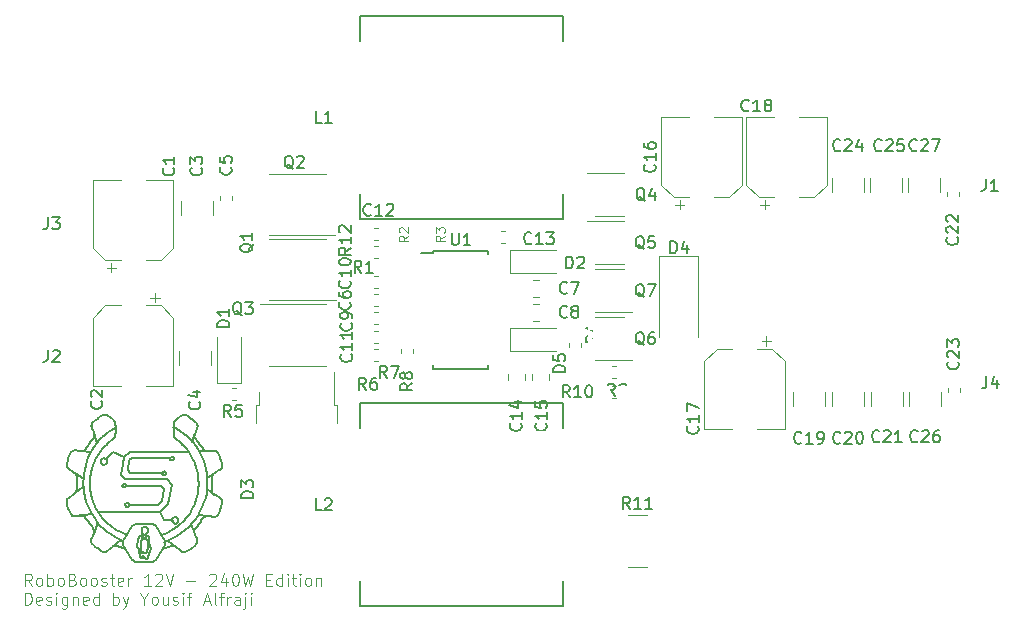
<source format=gto>
%TF.GenerationSoftware,KiCad,Pcbnew,(5.1.6)-1*%
%TF.CreationDate,2021-10-31T23:30:24+01:00*%
%TF.ProjectId,LiPo_12_Driver,4c69506f-5f31-4325-9f44-72697665722e,rev?*%
%TF.SameCoordinates,Original*%
%TF.FileFunction,Legend,Top*%
%TF.FilePolarity,Positive*%
%FSLAX46Y46*%
G04 Gerber Fmt 4.6, Leading zero omitted, Abs format (unit mm)*
G04 Created by KiCad (PCBNEW (5.1.6)-1) date 2021-10-31 23:30:24*
%MOMM*%
%LPD*%
G01*
G04 APERTURE LIST*
%ADD10C,0.100000*%
%ADD11C,0.185900*%
%ADD12C,0.120000*%
%ADD13C,0.150000*%
%ADD14R,3.600000X3.600000*%
%ADD15R,1.300000X1.000000*%
%ADD16R,1.000000X1.300000*%
%ADD17R,5.900000X6.500000*%
%ADD18R,1.300000X2.300000*%
%ADD19R,1.900000X3.600000*%
%ADD20R,3.925000X12.420000*%
%ADD21R,4.450000X4.610000*%
%ADD22R,0.800000X0.800000*%
%ADD23R,1.050000X1.330000*%
%ADD24R,0.730000X0.600000*%
%ADD25R,1.200000X0.500000*%
%ADD26R,3.500000X9.600000*%
G04 APERTURE END LIST*
D10*
X99807523Y-123731380D02*
X99474190Y-123255190D01*
X99236095Y-123731380D02*
X99236095Y-122731380D01*
X99617047Y-122731380D01*
X99712285Y-122779000D01*
X99759904Y-122826619D01*
X99807523Y-122921857D01*
X99807523Y-123064714D01*
X99759904Y-123159952D01*
X99712285Y-123207571D01*
X99617047Y-123255190D01*
X99236095Y-123255190D01*
X100378952Y-123731380D02*
X100283714Y-123683761D01*
X100236095Y-123636142D01*
X100188476Y-123540904D01*
X100188476Y-123255190D01*
X100236095Y-123159952D01*
X100283714Y-123112333D01*
X100378952Y-123064714D01*
X100521809Y-123064714D01*
X100617047Y-123112333D01*
X100664666Y-123159952D01*
X100712285Y-123255190D01*
X100712285Y-123540904D01*
X100664666Y-123636142D01*
X100617047Y-123683761D01*
X100521809Y-123731380D01*
X100378952Y-123731380D01*
X101140857Y-123731380D02*
X101140857Y-122731380D01*
X101140857Y-123112333D02*
X101236095Y-123064714D01*
X101426571Y-123064714D01*
X101521809Y-123112333D01*
X101569428Y-123159952D01*
X101617047Y-123255190D01*
X101617047Y-123540904D01*
X101569428Y-123636142D01*
X101521809Y-123683761D01*
X101426571Y-123731380D01*
X101236095Y-123731380D01*
X101140857Y-123683761D01*
X102188476Y-123731380D02*
X102093238Y-123683761D01*
X102045619Y-123636142D01*
X101998000Y-123540904D01*
X101998000Y-123255190D01*
X102045619Y-123159952D01*
X102093238Y-123112333D01*
X102188476Y-123064714D01*
X102331333Y-123064714D01*
X102426571Y-123112333D01*
X102474190Y-123159952D01*
X102521809Y-123255190D01*
X102521809Y-123540904D01*
X102474190Y-123636142D01*
X102426571Y-123683761D01*
X102331333Y-123731380D01*
X102188476Y-123731380D01*
X103283714Y-123207571D02*
X103426571Y-123255190D01*
X103474190Y-123302809D01*
X103521809Y-123398047D01*
X103521809Y-123540904D01*
X103474190Y-123636142D01*
X103426571Y-123683761D01*
X103331333Y-123731380D01*
X102950380Y-123731380D01*
X102950380Y-122731380D01*
X103283714Y-122731380D01*
X103378952Y-122779000D01*
X103426571Y-122826619D01*
X103474190Y-122921857D01*
X103474190Y-123017095D01*
X103426571Y-123112333D01*
X103378952Y-123159952D01*
X103283714Y-123207571D01*
X102950380Y-123207571D01*
X104093238Y-123731380D02*
X103998000Y-123683761D01*
X103950380Y-123636142D01*
X103902761Y-123540904D01*
X103902761Y-123255190D01*
X103950380Y-123159952D01*
X103998000Y-123112333D01*
X104093238Y-123064714D01*
X104236095Y-123064714D01*
X104331333Y-123112333D01*
X104378952Y-123159952D01*
X104426571Y-123255190D01*
X104426571Y-123540904D01*
X104378952Y-123636142D01*
X104331333Y-123683761D01*
X104236095Y-123731380D01*
X104093238Y-123731380D01*
X104998000Y-123731380D02*
X104902761Y-123683761D01*
X104855142Y-123636142D01*
X104807523Y-123540904D01*
X104807523Y-123255190D01*
X104855142Y-123159952D01*
X104902761Y-123112333D01*
X104998000Y-123064714D01*
X105140857Y-123064714D01*
X105236095Y-123112333D01*
X105283714Y-123159952D01*
X105331333Y-123255190D01*
X105331333Y-123540904D01*
X105283714Y-123636142D01*
X105236095Y-123683761D01*
X105140857Y-123731380D01*
X104998000Y-123731380D01*
X105712285Y-123683761D02*
X105807523Y-123731380D01*
X105998000Y-123731380D01*
X106093238Y-123683761D01*
X106140857Y-123588523D01*
X106140857Y-123540904D01*
X106093238Y-123445666D01*
X105998000Y-123398047D01*
X105855142Y-123398047D01*
X105759904Y-123350428D01*
X105712285Y-123255190D01*
X105712285Y-123207571D01*
X105759904Y-123112333D01*
X105855142Y-123064714D01*
X105998000Y-123064714D01*
X106093238Y-123112333D01*
X106426571Y-123064714D02*
X106807523Y-123064714D01*
X106569428Y-122731380D02*
X106569428Y-123588523D01*
X106617047Y-123683761D01*
X106712285Y-123731380D01*
X106807523Y-123731380D01*
X107521809Y-123683761D02*
X107426571Y-123731380D01*
X107236095Y-123731380D01*
X107140857Y-123683761D01*
X107093238Y-123588523D01*
X107093238Y-123207571D01*
X107140857Y-123112333D01*
X107236095Y-123064714D01*
X107426571Y-123064714D01*
X107521809Y-123112333D01*
X107569428Y-123207571D01*
X107569428Y-123302809D01*
X107093238Y-123398047D01*
X107998000Y-123731380D02*
X107998000Y-123064714D01*
X107998000Y-123255190D02*
X108045619Y-123159952D01*
X108093238Y-123112333D01*
X108188476Y-123064714D01*
X108283714Y-123064714D01*
X109902761Y-123731380D02*
X109331333Y-123731380D01*
X109617047Y-123731380D02*
X109617047Y-122731380D01*
X109521809Y-122874238D01*
X109426571Y-122969476D01*
X109331333Y-123017095D01*
X110283714Y-122826619D02*
X110331333Y-122779000D01*
X110426571Y-122731380D01*
X110664666Y-122731380D01*
X110759904Y-122779000D01*
X110807523Y-122826619D01*
X110855142Y-122921857D01*
X110855142Y-123017095D01*
X110807523Y-123159952D01*
X110236095Y-123731380D01*
X110855142Y-123731380D01*
X111140857Y-122731380D02*
X111474190Y-123731380D01*
X111807523Y-122731380D01*
X112902761Y-123350428D02*
X113664666Y-123350428D01*
X114855142Y-122826619D02*
X114902761Y-122779000D01*
X114998000Y-122731380D01*
X115236095Y-122731380D01*
X115331333Y-122779000D01*
X115378952Y-122826619D01*
X115426571Y-122921857D01*
X115426571Y-123017095D01*
X115378952Y-123159952D01*
X114807523Y-123731380D01*
X115426571Y-123731380D01*
X116283714Y-123064714D02*
X116283714Y-123731380D01*
X116045619Y-122683761D02*
X115807523Y-123398047D01*
X116426571Y-123398047D01*
X116998000Y-122731380D02*
X117093238Y-122731380D01*
X117188476Y-122779000D01*
X117236095Y-122826619D01*
X117283714Y-122921857D01*
X117331333Y-123112333D01*
X117331333Y-123350428D01*
X117283714Y-123540904D01*
X117236095Y-123636142D01*
X117188476Y-123683761D01*
X117093238Y-123731380D01*
X116998000Y-123731380D01*
X116902761Y-123683761D01*
X116855142Y-123636142D01*
X116807523Y-123540904D01*
X116759904Y-123350428D01*
X116759904Y-123112333D01*
X116807523Y-122921857D01*
X116855142Y-122826619D01*
X116902761Y-122779000D01*
X116998000Y-122731380D01*
X117664666Y-122731380D02*
X117902761Y-123731380D01*
X118093238Y-123017095D01*
X118283714Y-123731380D01*
X118521809Y-122731380D01*
X119664666Y-123207571D02*
X119998000Y-123207571D01*
X120140857Y-123731380D02*
X119664666Y-123731380D01*
X119664666Y-122731380D01*
X120140857Y-122731380D01*
X120998000Y-123731380D02*
X120998000Y-122731380D01*
X120998000Y-123683761D02*
X120902761Y-123731380D01*
X120712285Y-123731380D01*
X120617047Y-123683761D01*
X120569428Y-123636142D01*
X120521809Y-123540904D01*
X120521809Y-123255190D01*
X120569428Y-123159952D01*
X120617047Y-123112333D01*
X120712285Y-123064714D01*
X120902761Y-123064714D01*
X120998000Y-123112333D01*
X121474190Y-123731380D02*
X121474190Y-123064714D01*
X121474190Y-122731380D02*
X121426571Y-122779000D01*
X121474190Y-122826619D01*
X121521809Y-122779000D01*
X121474190Y-122731380D01*
X121474190Y-122826619D01*
X121807523Y-123064714D02*
X122188476Y-123064714D01*
X121950380Y-122731380D02*
X121950380Y-123588523D01*
X121998000Y-123683761D01*
X122093238Y-123731380D01*
X122188476Y-123731380D01*
X122521809Y-123731380D02*
X122521809Y-123064714D01*
X122521809Y-122731380D02*
X122474190Y-122779000D01*
X122521809Y-122826619D01*
X122569428Y-122779000D01*
X122521809Y-122731380D01*
X122521809Y-122826619D01*
X123140857Y-123731380D02*
X123045619Y-123683761D01*
X122998000Y-123636142D01*
X122950380Y-123540904D01*
X122950380Y-123255190D01*
X122998000Y-123159952D01*
X123045619Y-123112333D01*
X123140857Y-123064714D01*
X123283714Y-123064714D01*
X123378952Y-123112333D01*
X123426571Y-123159952D01*
X123474190Y-123255190D01*
X123474190Y-123540904D01*
X123426571Y-123636142D01*
X123378952Y-123683761D01*
X123283714Y-123731380D01*
X123140857Y-123731380D01*
X123902761Y-123064714D02*
X123902761Y-123731380D01*
X123902761Y-123159952D02*
X123950380Y-123112333D01*
X124045619Y-123064714D01*
X124188476Y-123064714D01*
X124283714Y-123112333D01*
X124331333Y-123207571D01*
X124331333Y-123731380D01*
X99236095Y-125331380D02*
X99236095Y-124331380D01*
X99474190Y-124331380D01*
X99617047Y-124379000D01*
X99712285Y-124474238D01*
X99759904Y-124569476D01*
X99807523Y-124759952D01*
X99807523Y-124902809D01*
X99759904Y-125093285D01*
X99712285Y-125188523D01*
X99617047Y-125283761D01*
X99474190Y-125331380D01*
X99236095Y-125331380D01*
X100617047Y-125283761D02*
X100521809Y-125331380D01*
X100331333Y-125331380D01*
X100236095Y-125283761D01*
X100188476Y-125188523D01*
X100188476Y-124807571D01*
X100236095Y-124712333D01*
X100331333Y-124664714D01*
X100521809Y-124664714D01*
X100617047Y-124712333D01*
X100664666Y-124807571D01*
X100664666Y-124902809D01*
X100188476Y-124998047D01*
X101045619Y-125283761D02*
X101140857Y-125331380D01*
X101331333Y-125331380D01*
X101426571Y-125283761D01*
X101474190Y-125188523D01*
X101474190Y-125140904D01*
X101426571Y-125045666D01*
X101331333Y-124998047D01*
X101188476Y-124998047D01*
X101093238Y-124950428D01*
X101045619Y-124855190D01*
X101045619Y-124807571D01*
X101093238Y-124712333D01*
X101188476Y-124664714D01*
X101331333Y-124664714D01*
X101426571Y-124712333D01*
X101902761Y-125331380D02*
X101902761Y-124664714D01*
X101902761Y-124331380D02*
X101855142Y-124379000D01*
X101902761Y-124426619D01*
X101950380Y-124379000D01*
X101902761Y-124331380D01*
X101902761Y-124426619D01*
X102807523Y-124664714D02*
X102807523Y-125474238D01*
X102759904Y-125569476D01*
X102712285Y-125617095D01*
X102617047Y-125664714D01*
X102474190Y-125664714D01*
X102378952Y-125617095D01*
X102807523Y-125283761D02*
X102712285Y-125331380D01*
X102521809Y-125331380D01*
X102426571Y-125283761D01*
X102378952Y-125236142D01*
X102331333Y-125140904D01*
X102331333Y-124855190D01*
X102378952Y-124759952D01*
X102426571Y-124712333D01*
X102521809Y-124664714D01*
X102712285Y-124664714D01*
X102807523Y-124712333D01*
X103283714Y-124664714D02*
X103283714Y-125331380D01*
X103283714Y-124759952D02*
X103331333Y-124712333D01*
X103426571Y-124664714D01*
X103569428Y-124664714D01*
X103664666Y-124712333D01*
X103712285Y-124807571D01*
X103712285Y-125331380D01*
X104569428Y-125283761D02*
X104474190Y-125331380D01*
X104283714Y-125331380D01*
X104188476Y-125283761D01*
X104140857Y-125188523D01*
X104140857Y-124807571D01*
X104188476Y-124712333D01*
X104283714Y-124664714D01*
X104474190Y-124664714D01*
X104569428Y-124712333D01*
X104617047Y-124807571D01*
X104617047Y-124902809D01*
X104140857Y-124998047D01*
X105474190Y-125331380D02*
X105474190Y-124331380D01*
X105474190Y-125283761D02*
X105378952Y-125331380D01*
X105188476Y-125331380D01*
X105093238Y-125283761D01*
X105045619Y-125236142D01*
X104998000Y-125140904D01*
X104998000Y-124855190D01*
X105045619Y-124759952D01*
X105093238Y-124712333D01*
X105188476Y-124664714D01*
X105378952Y-124664714D01*
X105474190Y-124712333D01*
X106712285Y-125331380D02*
X106712285Y-124331380D01*
X106712285Y-124712333D02*
X106807523Y-124664714D01*
X106998000Y-124664714D01*
X107093238Y-124712333D01*
X107140857Y-124759952D01*
X107188476Y-124855190D01*
X107188476Y-125140904D01*
X107140857Y-125236142D01*
X107093238Y-125283761D01*
X106998000Y-125331380D01*
X106807523Y-125331380D01*
X106712285Y-125283761D01*
X107521809Y-124664714D02*
X107759904Y-125331380D01*
X107998000Y-124664714D02*
X107759904Y-125331380D01*
X107664666Y-125569476D01*
X107617047Y-125617095D01*
X107521809Y-125664714D01*
X109331333Y-124855190D02*
X109331333Y-125331380D01*
X108998000Y-124331380D02*
X109331333Y-124855190D01*
X109664666Y-124331380D01*
X110140857Y-125331380D02*
X110045619Y-125283761D01*
X109998000Y-125236142D01*
X109950380Y-125140904D01*
X109950380Y-124855190D01*
X109998000Y-124759952D01*
X110045619Y-124712333D01*
X110140857Y-124664714D01*
X110283714Y-124664714D01*
X110378952Y-124712333D01*
X110426571Y-124759952D01*
X110474190Y-124855190D01*
X110474190Y-125140904D01*
X110426571Y-125236142D01*
X110378952Y-125283761D01*
X110283714Y-125331380D01*
X110140857Y-125331380D01*
X111331333Y-124664714D02*
X111331333Y-125331380D01*
X110902761Y-124664714D02*
X110902761Y-125188523D01*
X110950380Y-125283761D01*
X111045619Y-125331380D01*
X111188476Y-125331380D01*
X111283714Y-125283761D01*
X111331333Y-125236142D01*
X111759904Y-125283761D02*
X111855142Y-125331380D01*
X112045619Y-125331380D01*
X112140857Y-125283761D01*
X112188476Y-125188523D01*
X112188476Y-125140904D01*
X112140857Y-125045666D01*
X112045619Y-124998047D01*
X111902761Y-124998047D01*
X111807523Y-124950428D01*
X111759904Y-124855190D01*
X111759904Y-124807571D01*
X111807523Y-124712333D01*
X111902761Y-124664714D01*
X112045619Y-124664714D01*
X112140857Y-124712333D01*
X112617047Y-125331380D02*
X112617047Y-124664714D01*
X112617047Y-124331380D02*
X112569428Y-124379000D01*
X112617047Y-124426619D01*
X112664666Y-124379000D01*
X112617047Y-124331380D01*
X112617047Y-124426619D01*
X112950380Y-124664714D02*
X113331333Y-124664714D01*
X113093238Y-125331380D02*
X113093238Y-124474238D01*
X113140857Y-124379000D01*
X113236095Y-124331380D01*
X113331333Y-124331380D01*
X114378952Y-125045666D02*
X114855142Y-125045666D01*
X114283714Y-125331380D02*
X114617047Y-124331380D01*
X114950380Y-125331380D01*
X115426571Y-125331380D02*
X115331333Y-125283761D01*
X115283714Y-125188523D01*
X115283714Y-124331380D01*
X115664666Y-124664714D02*
X116045619Y-124664714D01*
X115807523Y-125331380D02*
X115807523Y-124474238D01*
X115855142Y-124379000D01*
X115950380Y-124331380D01*
X116045619Y-124331380D01*
X116378952Y-125331380D02*
X116378952Y-124664714D01*
X116378952Y-124855190D02*
X116426571Y-124759952D01*
X116474190Y-124712333D01*
X116569428Y-124664714D01*
X116664666Y-124664714D01*
X117426571Y-125331380D02*
X117426571Y-124807571D01*
X117378952Y-124712333D01*
X117283714Y-124664714D01*
X117093238Y-124664714D01*
X116998000Y-124712333D01*
X117426571Y-125283761D02*
X117331333Y-125331380D01*
X117093238Y-125331380D01*
X116998000Y-125283761D01*
X116950380Y-125188523D01*
X116950380Y-125093285D01*
X116998000Y-124998047D01*
X117093238Y-124950428D01*
X117331333Y-124950428D01*
X117426571Y-124902809D01*
X117902761Y-124664714D02*
X117902761Y-125521857D01*
X117855142Y-125617095D01*
X117759904Y-125664714D01*
X117712285Y-125664714D01*
X117902761Y-124331380D02*
X117855142Y-124379000D01*
X117902761Y-124426619D01*
X117950380Y-124379000D01*
X117902761Y-124331380D01*
X117902761Y-124426619D01*
X118378952Y-125331380D02*
X118378952Y-124664714D01*
X118378952Y-124331380D02*
X118331333Y-124379000D01*
X118378952Y-124426619D01*
X118426571Y-124379000D01*
X118378952Y-124331380D01*
X118378952Y-124426619D01*
D11*
X109755743Y-119872909D02*
X109761320Y-119955641D01*
X109624066Y-119499731D02*
X109639523Y-119498600D01*
X109827763Y-120392558D02*
X109853568Y-120414086D01*
X109507066Y-119515526D02*
X109535198Y-119513056D01*
X109746643Y-119780375D02*
X109755743Y-119872909D01*
X109618983Y-119499731D02*
X109624066Y-119499731D01*
X109931854Y-120514576D02*
X109929956Y-120522351D01*
X109792208Y-120243266D02*
X109811890Y-120349892D01*
X109701715Y-119520466D02*
X109703340Y-119526043D01*
X109584429Y-119502201D02*
X109610325Y-119499731D01*
X109775906Y-120130894D02*
X109792208Y-120243266D01*
X109766832Y-120038360D02*
X109775906Y-120130894D01*
X109688598Y-119506361D02*
X109701715Y-119520466D01*
X109665055Y-119499029D02*
X109688598Y-119506361D01*
X109892373Y-120449836D02*
X109922273Y-120487575D01*
X109730354Y-119668016D02*
X109746643Y-119780375D01*
X109610325Y-119499731D02*
X109618983Y-119499731D01*
X109535198Y-119513056D02*
X109560314Y-119507622D01*
X109929956Y-120522351D02*
X109929956Y-120522351D01*
X109853568Y-120414086D02*
X109892373Y-120449836D01*
X109560314Y-119507622D02*
X109584429Y-119502201D01*
X109761320Y-119955641D02*
X109766832Y-120038360D01*
X109639523Y-119498600D02*
X109665055Y-119499029D01*
X109811890Y-120349892D02*
X109819300Y-120385304D01*
X109703340Y-119526043D02*
X109710750Y-119561377D01*
X109922273Y-120487575D02*
X109931854Y-120514576D01*
X109819300Y-120385304D02*
X109827763Y-120392558D01*
X109710750Y-119561377D02*
X109730354Y-119668016D01*
X109120563Y-119416011D02*
X109146433Y-119399579D01*
X109185511Y-119526810D02*
X109186720Y-119536625D01*
X109176840Y-119452268D02*
X109182482Y-119497404D01*
X109146433Y-119399579D02*
X109155117Y-119399579D01*
X108704784Y-120399474D02*
X108729757Y-120283956D01*
X109168156Y-119415036D02*
X109176840Y-119452268D01*
X108796681Y-119974751D02*
X108815804Y-119886585D01*
X108809161Y-120484676D02*
X108761061Y-120471559D01*
X108833575Y-120501251D02*
X108832509Y-120496116D01*
X109026040Y-119504944D02*
X109033879Y-119504944D01*
X108832509Y-120496116D02*
X108809161Y-120484676D01*
X108959402Y-119496338D02*
X109002770Y-119501356D01*
X108896833Y-119515526D02*
X108898393Y-119510027D01*
X109071332Y-119488447D02*
X109096448Y-119452268D01*
X109002770Y-119501356D02*
X109026040Y-119504944D01*
X108755991Y-120162640D02*
X108777506Y-120063125D01*
X108898393Y-119510027D02*
X108918920Y-119498249D01*
X109155117Y-119399579D02*
X109158354Y-119399579D01*
X108714950Y-120457454D02*
X108695827Y-120441945D01*
X108696529Y-120437993D02*
X108704784Y-120399474D01*
X108837306Y-119787850D02*
X108863540Y-119667808D01*
X109497745Y-119515526D02*
X109507066Y-119515526D01*
X109182274Y-119582047D02*
X109166973Y-119627534D01*
X108918920Y-119498249D02*
X108959402Y-119496338D01*
X108927448Y-120953977D02*
X108898029Y-120812277D01*
X109476659Y-119536625D02*
X109477998Y-119531893D01*
X109201306Y-119702999D02*
X109250745Y-119718235D01*
X109495067Y-119515526D02*
X109497745Y-119515526D01*
X109487020Y-119513641D02*
X109495067Y-119515526D01*
X109483211Y-119512211D02*
X109487020Y-119513641D01*
X109474761Y-119546986D02*
X109476659Y-119536625D01*
X109186720Y-119536625D02*
X109188618Y-119547415D01*
X109480611Y-119619643D02*
X109476165Y-119579577D01*
X108954189Y-121080375D02*
X108927448Y-120953977D01*
X109186720Y-119694744D02*
X109201306Y-119702999D01*
X108761061Y-120471559D02*
X108714950Y-120457454D01*
X109445056Y-119678949D02*
X109453675Y-119675361D01*
X109481391Y-119517710D02*
X109483211Y-119512211D01*
X109475177Y-119653690D02*
X109480611Y-119619643D01*
X109250745Y-119718235D02*
X109315849Y-119720419D01*
X109380940Y-119705820D02*
X109429547Y-119686645D01*
X109096448Y-119452268D02*
X109120563Y-119416011D01*
X109043174Y-119504944D02*
X109071332Y-119488447D01*
X109429547Y-119686645D02*
X109445056Y-119678949D01*
X108863540Y-119667808D02*
X108888513Y-119553538D01*
X109477998Y-119531893D02*
X109481391Y-119517710D01*
X109476165Y-119579577D02*
X109474761Y-119546986D01*
X109315849Y-119720419D02*
X109380940Y-119705820D01*
X108777506Y-120063125D02*
X108796681Y-119974751D01*
X109453675Y-119675361D02*
X109475177Y-119653690D01*
X109178881Y-119691429D02*
X109186720Y-119694744D01*
X109161539Y-119667041D02*
X109178881Y-119691429D01*
X109188618Y-119547415D02*
X109182274Y-119582047D01*
X108888513Y-119553538D02*
X108896833Y-119515526D01*
X108815804Y-119886585D02*
X108837306Y-119787850D01*
X108866582Y-120659799D02*
X108841830Y-120540810D01*
X108729757Y-120283956D02*
X108755991Y-120162640D01*
X108898029Y-120812277D02*
X108866582Y-120659799D01*
X109166973Y-119627534D02*
X109161539Y-119667041D01*
X109158354Y-119399579D02*
X109168156Y-119415036D01*
X109033879Y-119504944D02*
X109043174Y-119504944D01*
X109182482Y-119497404D02*
X109185511Y-119526810D01*
X108695827Y-120441945D02*
X108696529Y-120437993D01*
X108841830Y-120540810D02*
X108833575Y-120501251D01*
X109227202Y-121218604D02*
X109200383Y-121220866D01*
X109278604Y-121242797D02*
X109255334Y-121226157D01*
X109394070Y-121352400D02*
X109369383Y-121339076D01*
X109618983Y-121349865D02*
X109616513Y-121358393D01*
X109497888Y-121460600D02*
X109482509Y-121450095D01*
X109402884Y-121355156D02*
X109394070Y-121352400D01*
X109299417Y-121265508D02*
X109278604Y-121242797D01*
X109031968Y-121339361D02*
X109023375Y-121339361D01*
X109776413Y-120936075D02*
X109736347Y-121013854D01*
X109081979Y-121355156D02*
X109057864Y-121344288D01*
X109107082Y-121366011D02*
X109081979Y-121355156D01*
X109194195Y-121347460D02*
X109192011Y-121355156D01*
X109189749Y-121321161D02*
X109194195Y-121347460D01*
X109026599Y-120285360D02*
X109018084Y-120321968D01*
X109186148Y-121225299D02*
X109173447Y-121245410D01*
X109319957Y-121291183D02*
X109299417Y-121265508D01*
X109369383Y-121339076D02*
X109342447Y-121316715D01*
X109407473Y-121356833D02*
X109402884Y-121355156D01*
X109657138Y-121210492D02*
X109627316Y-121314726D01*
X109425114Y-121368481D02*
X109423970Y-121360447D01*
X109049388Y-120174925D02*
X109026599Y-120285360D01*
X109503036Y-121460600D02*
X109497888Y-121460600D01*
X109736347Y-121013854D02*
X109696424Y-121101877D01*
X109696424Y-121101877D02*
X109657138Y-121210492D01*
X109544090Y-121448470D02*
X109513280Y-121460600D01*
X109191309Y-121359745D02*
X109186798Y-121373135D01*
X109929956Y-120522351D02*
X109922052Y-120557385D01*
X109855414Y-120770182D02*
X109816258Y-120858193D01*
X108977654Y-121186741D02*
X108954189Y-121080375D01*
X109816258Y-120858193D02*
X109776413Y-120936075D01*
X108997414Y-121268394D02*
X108977654Y-121186741D01*
X109012793Y-121320797D02*
X108997414Y-121268394D01*
X109255334Y-121226157D02*
X109227202Y-121218604D01*
X109020684Y-121339361D02*
X109012793Y-121320797D01*
X109057864Y-121344288D02*
X109031968Y-121339361D01*
X109135227Y-121370951D02*
X109107082Y-121366011D01*
X109164568Y-121373629D02*
X109149540Y-121370951D01*
X109178114Y-121376879D02*
X109164568Y-121373629D01*
X109424334Y-121346277D02*
X109427220Y-121349865D01*
X109893413Y-120661645D02*
X109855414Y-120770182D01*
X109192011Y-121355156D02*
X109191309Y-121359745D01*
X109178179Y-121281316D02*
X109189749Y-121321161D01*
X109192011Y-121223401D02*
X109186148Y-121225299D01*
X109342447Y-121316715D02*
X109319957Y-121291183D01*
X109604527Y-121382729D02*
X109578774Y-121419051D01*
X109513280Y-121460600D02*
X109503036Y-121460600D01*
X109627316Y-121314726D02*
X109618983Y-121349865D01*
X109616513Y-121358393D02*
X109604527Y-121382729D01*
X109457549Y-121424342D02*
X109435540Y-121391608D01*
X109423970Y-121360447D02*
X109423489Y-121356976D01*
X109018084Y-120321968D02*
X109018084Y-120321968D01*
X109149540Y-121370951D02*
X109144613Y-121370951D01*
X109922052Y-120557385D02*
X109893413Y-120661645D01*
X109423190Y-121357418D02*
X109407473Y-121356833D01*
X109186798Y-121373135D02*
X109178114Y-121376879D01*
X109427220Y-121349865D02*
X109423190Y-121357418D01*
X109578774Y-121419051D02*
X109544090Y-121448470D01*
X109200383Y-121220866D02*
X109192011Y-121223401D01*
X109423489Y-121356976D02*
X109424334Y-121346277D01*
X109435540Y-121391608D02*
X109425114Y-121368481D01*
X109482509Y-121450095D02*
X109457549Y-121424342D01*
X109023375Y-121339361D02*
X109020684Y-121339361D01*
X109144613Y-121370951D02*
X109135227Y-121370951D01*
X109173447Y-121245410D02*
X109178179Y-121281316D01*
X109088466Y-119975804D02*
X109067445Y-120074890D01*
X109182911Y-119758015D02*
X109171692Y-119765763D01*
X109176216Y-120917654D02*
X109200461Y-120917654D01*
X109128740Y-119831790D02*
X109117807Y-119867540D01*
X109153765Y-119785029D02*
X109137775Y-119809144D01*
X109171692Y-119765763D02*
X109153765Y-119785029D01*
X109595154Y-119809300D02*
X109569557Y-119808715D01*
X109186720Y-119758015D02*
X109182911Y-119758015D01*
X109421708Y-119806895D02*
X109354706Y-119786992D01*
X109047698Y-120657329D02*
X109049245Y-120760731D01*
X109508327Y-120938740D02*
X109511915Y-120938740D01*
X109699323Y-120361527D02*
X109692914Y-120330847D01*
X109704458Y-120410901D02*
X109703834Y-120392142D01*
X109031890Y-120446807D02*
X109047139Y-120554993D01*
X109660323Y-120161431D02*
X109647973Y-120061708D01*
X109047139Y-120554993D02*
X109047698Y-120657329D01*
X109524343Y-119815995D02*
X109518831Y-119815995D01*
X109076766Y-120910816D02*
X109090936Y-120919838D01*
X109569557Y-119808715D02*
X109540983Y-119813083D01*
X109694656Y-120452241D02*
X109703340Y-120416894D01*
X109659829Y-120556059D02*
X109694656Y-120452241D01*
X109022036Y-120404986D02*
X109023375Y-120411616D01*
X109616370Y-120648801D02*
X109659829Y-120556059D01*
X109273261Y-120920904D02*
X109340263Y-120928159D01*
X109494495Y-119815995D02*
X109421708Y-119806895D01*
X109647973Y-120061708D02*
X109635636Y-119962960D01*
X109607777Y-119817750D02*
X109595154Y-119809300D01*
X109703834Y-120392142D02*
X109699323Y-120361527D01*
X109066665Y-120871179D02*
X109076064Y-120907072D01*
X109023375Y-120411616D02*
X109031890Y-120446807D01*
X109076064Y-120907072D02*
X109076766Y-120910816D01*
X109170223Y-120917654D02*
X109176216Y-120917654D01*
X109117807Y-119867540D02*
X109088466Y-119975804D01*
X109129858Y-119825849D02*
X109128740Y-119831790D01*
X109211680Y-119758015D02*
X109186720Y-119758015D01*
X109354706Y-119786992D02*
X109286807Y-119767050D01*
X109152361Y-120919708D02*
X109170223Y-120917654D01*
X109286807Y-119767050D02*
X109211680Y-119758015D01*
X109049245Y-120760731D02*
X109066665Y-120871179D01*
X109687545Y-120306160D02*
X109679706Y-120270202D01*
X109538032Y-120845426D02*
X109572859Y-120741543D01*
X109635636Y-119962960D02*
X109616240Y-119856477D01*
X109703340Y-120416894D02*
X109704458Y-120410901D01*
X109518831Y-119815995D02*
X109494495Y-119815995D01*
X109540983Y-119813083D02*
X109524343Y-119815995D01*
X109608479Y-119821286D02*
X109607777Y-119817750D01*
X109522783Y-120921606D02*
X109528074Y-120888678D01*
X109679706Y-120270202D02*
X109660323Y-120161431D01*
X109529413Y-120880760D02*
X109538032Y-120845426D01*
X109572859Y-120741543D02*
X109616370Y-120648801D01*
X109016745Y-120366766D02*
X109022036Y-120404986D01*
X109137775Y-119809144D02*
X109129858Y-119825849D01*
X109692914Y-120330847D02*
X109688741Y-120312309D01*
X109511915Y-120938740D02*
X109522783Y-120921606D01*
X109340263Y-120928159D02*
X109408175Y-120935438D01*
X109408175Y-120935438D02*
X109483289Y-120938740D01*
X109616240Y-119856477D02*
X109608479Y-119821286D01*
X109688741Y-120312309D02*
X109687545Y-120306160D01*
X109090936Y-120919838D02*
X109120199Y-120922243D01*
X109067445Y-120074890D02*
X109049388Y-120174925D01*
X109528074Y-120888678D02*
X109529413Y-120880760D01*
X109120199Y-120922243D02*
X109152361Y-120919708D01*
X109483289Y-120938740D02*
X109508327Y-120938740D01*
X109200461Y-120917654D02*
X109273261Y-120920904D01*
X109365925Y-118745913D02*
X109350624Y-118745913D01*
X110182377Y-118598506D02*
X110115518Y-118547377D01*
X110260039Y-118630811D02*
X110182377Y-118598506D01*
X108282388Y-121564417D02*
X108303552Y-121564417D01*
X108511682Y-121659070D02*
X108553217Y-121708509D01*
X110260039Y-121575636D02*
X110323648Y-121564417D01*
X107532652Y-120265756D02*
X108282388Y-121564417D01*
X110115518Y-121659070D02*
X110182377Y-121607942D01*
X109657983Y-119149277D02*
X109682254Y-119040441D01*
X109657983Y-118883727D02*
X109591280Y-118803893D01*
X111051089Y-120103256D02*
X111080157Y-119965859D01*
X108282388Y-118642095D02*
X107532652Y-119940756D01*
X109163723Y-118839084D02*
X109149475Y-118883727D01*
X109018084Y-120321968D02*
X109016745Y-120328520D01*
X109490972Y-119382159D02*
X109591280Y-119283554D01*
X109139322Y-119004198D02*
X109139322Y-119040441D01*
X110182377Y-121607942D02*
X110260039Y-121575636D01*
X109365925Y-118745913D02*
X109365925Y-118745913D01*
X109682254Y-119040441D02*
X109682254Y-119004198D01*
X109304708Y-118749241D02*
X109254840Y-118759524D01*
X110344877Y-118642095D02*
X110323648Y-118642095D01*
X111094665Y-120265756D02*
X111080157Y-120240575D01*
X107576162Y-120103256D02*
X107547108Y-120240575D01*
X110073970Y-121708509D02*
X110115518Y-121659070D01*
X109016745Y-120328520D02*
X109016745Y-120366766D01*
X109397177Y-118745913D02*
X109365925Y-118745913D01*
X109490972Y-118759524D02*
X109397177Y-118745913D01*
X109591280Y-118803893D02*
X109490972Y-118759524D01*
X109591280Y-119283554D02*
X109657983Y-119149277D01*
X111080157Y-119965859D02*
X111094665Y-119940756D01*
X107532652Y-119940756D02*
X107547108Y-119965859D01*
X109682254Y-118974076D02*
X109657983Y-118883727D01*
X109139322Y-118987765D02*
X109139322Y-119004198D01*
X109149475Y-118883727D02*
X109141649Y-118938599D01*
X109185368Y-118803893D02*
X109163723Y-118839084D01*
X109215411Y-118777581D02*
X109185368Y-118803893D01*
X110063388Y-118479595D02*
X110063388Y-118479595D01*
X110073970Y-118497938D02*
X110063388Y-118479595D01*
X108367160Y-121575636D02*
X108444888Y-121607942D01*
X108444888Y-121607942D02*
X108511682Y-121659070D01*
X109149475Y-119149277D02*
X109185368Y-119283554D01*
X109365925Y-119420600D02*
X109397177Y-119420600D01*
X109254840Y-119382159D02*
X109338131Y-119420600D01*
X110115518Y-118547377D02*
X110073970Y-118497938D01*
X108303552Y-121564417D02*
X108367160Y-121575636D01*
X110344877Y-121564417D02*
X111094665Y-120265756D01*
X109682254Y-119004198D02*
X109682254Y-118974076D01*
X109397177Y-119420600D02*
X109490972Y-119382159D01*
X109338131Y-119420600D02*
X109365925Y-119420600D01*
X109141649Y-118938599D02*
X109139322Y-118987765D01*
X109185368Y-119283554D02*
X109254840Y-119382159D01*
X109139322Y-119040441D02*
X109149475Y-119149277D01*
X109254840Y-118759524D02*
X109215411Y-118777581D01*
X111094665Y-119940756D02*
X110344877Y-118642095D01*
X111080157Y-120240575D02*
X111051089Y-120103256D01*
X107547108Y-119965859D02*
X107576162Y-120103256D01*
X110323648Y-121564417D02*
X110344877Y-121564417D01*
X110063388Y-121726917D02*
X110073970Y-121708509D01*
X108563877Y-121726917D02*
X110063388Y-121726917D01*
X108303552Y-118642095D02*
X108282388Y-118642095D01*
X109350624Y-118745913D02*
X109304708Y-118749241D01*
X110323648Y-118642095D02*
X110260039Y-118630811D01*
X108553217Y-121708509D02*
X108563877Y-121726917D01*
X107547108Y-120240575D02*
X107532652Y-120265756D01*
X112600558Y-111847554D02*
X112598934Y-111846657D01*
X113168607Y-117618008D02*
X113400891Y-117227982D01*
X112683148Y-111930715D02*
X112600558Y-111847554D01*
X113185949Y-112569288D02*
X112914274Y-112197033D01*
X113846141Y-115972194D02*
X113910621Y-115535901D01*
X112914274Y-112197033D02*
X112683148Y-111930715D01*
X113603171Y-113368685D02*
X113415581Y-112960874D01*
X113852121Y-114219677D02*
X113748641Y-113789377D01*
X112477475Y-118435863D02*
X112578264Y-118335777D01*
X113913611Y-114656399D02*
X113852121Y-114219677D01*
X113933111Y-115096215D02*
X113913611Y-114656399D01*
X113739671Y-116401792D02*
X113846141Y-115972194D01*
X113591341Y-116821510D02*
X113739671Y-116401792D01*
X113400891Y-117227982D02*
X113591341Y-116821510D01*
X112894372Y-117988351D02*
X113168607Y-117618008D01*
X112661425Y-118253123D02*
X112894372Y-117988351D01*
X110850356Y-119430831D02*
X111227200Y-119280876D01*
X111227200Y-119280876D02*
X111703845Y-119029092D01*
X110721513Y-119469831D02*
X110850356Y-119430831D01*
X113415581Y-112960874D02*
X113185949Y-112569288D01*
X113748641Y-113789377D02*
X113603171Y-113368685D01*
X112566408Y-111814417D02*
X112506400Y-111755800D01*
X112590900Y-111838467D02*
X112566408Y-111814417D01*
X112598934Y-111846657D02*
X112590900Y-111838467D01*
X113910621Y-115535901D02*
X113933111Y-115096215D01*
X112578264Y-118335777D02*
X112661425Y-118253123D01*
X112153398Y-118714167D02*
X112477475Y-118435863D01*
X111703845Y-119029092D02*
X112153398Y-118714167D01*
X104757529Y-115064768D02*
X104780032Y-114625095D01*
X107728588Y-119377076D02*
X107375092Y-119225093D01*
X105776339Y-117963872D02*
X105504717Y-117591695D01*
X111200615Y-120514511D02*
X111129024Y-120539484D01*
X112632227Y-120894384D02*
X112555345Y-120869918D01*
X113349151Y-120551535D02*
X113312101Y-120578134D01*
X113459261Y-120470142D02*
X113349151Y-120551535D01*
X106145136Y-111793331D02*
X106205494Y-111735144D01*
X111102166Y-120549065D02*
X111082484Y-120554720D01*
X106120514Y-111817160D02*
X106145136Y-111793331D01*
X112698241Y-120897972D02*
X112658240Y-120895788D01*
X107849540Y-119418702D02*
X107728588Y-119377076D01*
X106029254Y-111907861D02*
X106112480Y-111825272D01*
X111102166Y-120549065D02*
X111102166Y-120549065D01*
X111129024Y-120539484D02*
X111102166Y-120549065D01*
X105099390Y-113339460D02*
X105289749Y-112933015D01*
X113275570Y-120605342D02*
X113163875Y-120684694D01*
X104776990Y-115504584D02*
X104757529Y-115064768D01*
X111424124Y-120439813D02*
X111303523Y-120479463D01*
X113743181Y-120202901D02*
X113613051Y-120342768D01*
X111842009Y-120348566D02*
X111814292Y-120343418D01*
X104942038Y-116371606D02*
X104838493Y-115941241D01*
X106184694Y-118408641D02*
X106090120Y-118313429D01*
X112820324Y-120869281D02*
X112698241Y-120897972D01*
X110950300Y-120593941D02*
X110878579Y-120615859D01*
X111549041Y-120400956D02*
X111424124Y-120439813D01*
X112451604Y-120810729D02*
X112347007Y-120728634D01*
X106112480Y-111825272D02*
X106120514Y-111817160D01*
X105796281Y-112172619D02*
X106029254Y-111907861D01*
X106490507Y-118672424D02*
X106184694Y-118408641D01*
X106920456Y-118976338D02*
X106490507Y-118672424D01*
X113163875Y-120684694D02*
X112994459Y-120790345D01*
X105289749Y-112933015D02*
X105522072Y-112542976D01*
X111800746Y-120340870D02*
X111757574Y-120347279D01*
X112555345Y-120869918D02*
X112451604Y-120810729D01*
X111664702Y-120368300D02*
X111549041Y-120400956D01*
X111921920Y-120381976D02*
X111842009Y-120348566D01*
X105275072Y-117200045D02*
X105087534Y-116792247D01*
X111814292Y-120343418D02*
X111800746Y-120340870D01*
X112347007Y-120728634D02*
X112241706Y-120634202D01*
X112135705Y-120537860D02*
X112029040Y-120450317D01*
X110878579Y-120615859D02*
X110854723Y-120623334D01*
X111303523Y-120479463D02*
X111200615Y-120514511D01*
X112029040Y-120450317D02*
X111921920Y-120381976D01*
X111082484Y-120554720D02*
X111029015Y-120570372D01*
X104844564Y-114188776D02*
X104950995Y-113759191D01*
X104838493Y-115941241D02*
X104776990Y-115504584D01*
X105504717Y-117591695D02*
X105275072Y-117200045D01*
X112241706Y-120634202D02*
X112135705Y-120537860D01*
X111029015Y-120570372D02*
X110950300Y-120593941D01*
X111102166Y-120549065D02*
X111102166Y-120549065D01*
X107375092Y-119225093D02*
X106920456Y-118976338D01*
X112994459Y-120790345D02*
X112820324Y-120869281D01*
X111757574Y-120347279D02*
X111664702Y-120368300D01*
X106090120Y-118313429D02*
X106007466Y-118230190D01*
X106205494Y-111735144D02*
X106285769Y-111658482D01*
X105087534Y-116792247D02*
X104942038Y-116371606D01*
X105522072Y-112542976D02*
X105796281Y-112172619D01*
X104950995Y-113759191D02*
X105099390Y-113339460D01*
X113613051Y-120342768D02*
X113459261Y-120470142D01*
X104780032Y-114625095D02*
X104844564Y-114188776D01*
X106007466Y-118230190D02*
X105776339Y-117963872D01*
X112658240Y-120895788D02*
X112632227Y-120894384D01*
X113312101Y-120578134D02*
X113275570Y-120605342D01*
X113917251Y-118554566D02*
X113851601Y-118641107D01*
X113980951Y-118472042D02*
X113963401Y-118494467D01*
X115559151Y-117721188D02*
X115477121Y-117816193D01*
X115391581Y-116087517D02*
X115515341Y-116159459D01*
X115637281Y-116231258D02*
X115747131Y-116306008D01*
X115890651Y-116477127D02*
X115904821Y-116514502D01*
X115275751Y-116012390D02*
X115391581Y-116087517D01*
X114103021Y-118297335D02*
X114040361Y-118386138D01*
X114255510Y-118089504D02*
X114177250Y-118194375D01*
X115226481Y-117890526D02*
X115093621Y-117885599D01*
X114177250Y-118194375D02*
X114103021Y-118297335D01*
X113980951Y-118472042D02*
X113980951Y-118472042D01*
X113997071Y-118448486D02*
X113980951Y-118472042D01*
X115093621Y-117885599D02*
X114952961Y-117871065D01*
X115881421Y-116452791D02*
X115890651Y-116477127D01*
X115421611Y-117852085D02*
X115345171Y-117877474D01*
X114952961Y-117871065D02*
X114810481Y-117855491D01*
X115914180Y-116639549D02*
X115891041Y-116829206D01*
X115891041Y-116829206D02*
X115841511Y-117022672D01*
X115178251Y-115930945D02*
X115275751Y-116012390D01*
X115108831Y-115840088D02*
X115122221Y-115864918D01*
X113759171Y-119709694D02*
X113804151Y-119834819D01*
X113564431Y-119197014D02*
X113595501Y-119320293D01*
X114436211Y-117887081D02*
X114423731Y-117892931D01*
X114545931Y-117854984D02*
X114461561Y-117874952D01*
X115800171Y-117153283D02*
X115785871Y-117196586D01*
X113809221Y-120096275D02*
X113743181Y-120202901D01*
X115477121Y-117816193D02*
X115443451Y-117837993D01*
X113819751Y-120057613D02*
X113809221Y-120096275D01*
X113702881Y-119579993D02*
X113759171Y-119709694D01*
X114672811Y-117847288D02*
X114545931Y-117854984D01*
X113826510Y-120032510D02*
X113819751Y-120057613D01*
X115515341Y-116159459D02*
X115637281Y-116231258D01*
X114461561Y-117874952D02*
X114436211Y-117887081D01*
X113827681Y-119951897D02*
X113826510Y-120032510D01*
X114040361Y-118386138D02*
X113997071Y-118448486D01*
X113804151Y-119834819D02*
X113827681Y-119951897D01*
X115772221Y-117240110D02*
X115728671Y-117369954D01*
X113644901Y-119449083D02*
X113702881Y-119579993D01*
X115345171Y-117877474D02*
X115226481Y-117890526D01*
X113595501Y-119320293D02*
X113644901Y-119449083D01*
X113583281Y-119030210D02*
X113563651Y-119069145D01*
X115728671Y-117369954D02*
X115653660Y-117555022D01*
X115904821Y-116514502D02*
X115914180Y-116639549D01*
X115835011Y-116386920D02*
X115881421Y-116452791D01*
X115122221Y-115864918D02*
X115178251Y-115930945D01*
X113557930Y-119110693D02*
X113564431Y-119197014D01*
X113561831Y-119082756D02*
X113557930Y-119110693D01*
X113851601Y-118641107D02*
X113775940Y-118743093D01*
X113563651Y-119069145D02*
X113561831Y-119082756D01*
X115841511Y-117022672D02*
X115800171Y-117153283D01*
X115653660Y-117555022D02*
X115559151Y-117721188D01*
X113699891Y-118849315D02*
X113632421Y-118948674D01*
X115443451Y-117837993D02*
X115421611Y-117852085D01*
X115785871Y-117196586D02*
X115772221Y-117240110D01*
X114392661Y-117923533D02*
X114329741Y-117995124D01*
X113963401Y-118494467D02*
X113917251Y-118554566D01*
X114423731Y-117892931D02*
X114392661Y-117923533D01*
X115747131Y-116306008D02*
X115835011Y-116386920D01*
X114810481Y-117855491D02*
X114672811Y-117847288D01*
X113632421Y-118948674D02*
X113583281Y-119030210D01*
X113775940Y-118743093D02*
X113699891Y-118849315D01*
X113980951Y-118472042D02*
X113980951Y-118472042D01*
X114329741Y-117995124D02*
X114255510Y-118089504D01*
X115890391Y-113751145D02*
X115843331Y-113816677D01*
X114019301Y-111743541D02*
X114062201Y-111806097D01*
X115855291Y-113180704D02*
X115903391Y-113374534D01*
X114442191Y-112301345D02*
X114454670Y-112307338D01*
X115111951Y-112313136D02*
X115244811Y-112309041D01*
X115814341Y-113050015D02*
X115855291Y-113180704D01*
X115899751Y-113726886D02*
X115890391Y-113751145D01*
X115102331Y-115827972D02*
X115108831Y-115840088D01*
X115087381Y-115690081D02*
X115095441Y-115784877D01*
X115089071Y-115099686D02*
X115088031Y-115128104D01*
X115085951Y-115203920D02*
X115083741Y-115312470D01*
X114003441Y-111719972D02*
X114019301Y-111743541D01*
X115088031Y-115128104D02*
X115085951Y-115203920D01*
X115089071Y-115099608D02*
X115089071Y-115099686D01*
X115397950Y-114113116D02*
X115281601Y-114187450D01*
X115099861Y-114413767D02*
X115091151Y-114508641D01*
X115113640Y-114358699D02*
X115107011Y-114370763D01*
X115127031Y-114333869D02*
X115113640Y-114358699D01*
X115914180Y-113689433D02*
X115899751Y-113726886D01*
X115461521Y-112363134D02*
X115495060Y-112385065D01*
X115903391Y-113374534D02*
X115924581Y-113564451D01*
X115799651Y-113006868D02*
X115814341Y-113050015D01*
X114971161Y-112326682D02*
X115111951Y-112313136D01*
X114691011Y-112348535D02*
X114828811Y-112341268D01*
X114003441Y-111719895D02*
X114003441Y-111719972D01*
X114275271Y-112103797D02*
X114349111Y-112198593D01*
X115095441Y-115784877D02*
X115102331Y-115827972D01*
X115088291Y-115071047D02*
X115089071Y-115099608D01*
X115083351Y-115570026D02*
X115087381Y-115690081D01*
X114197791Y-111998575D02*
X114275271Y-112103797D01*
X115082571Y-115439350D02*
X115083351Y-115570026D01*
X114124211Y-111895238D02*
X114197791Y-111998575D01*
X115843331Y-113816677D02*
X115754931Y-113897069D01*
X115083741Y-115312470D02*
X115082571Y-115439350D01*
X115089071Y-115099686D02*
X115089071Y-115099686D01*
X115089071Y-115099608D02*
X115089071Y-115099608D01*
X115086731Y-114995231D02*
X115088291Y-115071047D01*
X115086341Y-114628761D02*
X115084781Y-114759593D01*
X115085171Y-114886538D02*
X115086731Y-114995231D01*
X115668741Y-112647717D02*
X115742451Y-112833344D01*
X115084781Y-114759593D02*
X115085171Y-114886538D01*
X115183581Y-114268206D02*
X115127031Y-114333869D01*
X115522231Y-114042084D02*
X115397950Y-114113116D01*
X114480021Y-112319545D02*
X114564131Y-112340072D01*
X114003441Y-111719972D02*
X114003441Y-111719972D01*
X115924581Y-113564451D02*
X115914180Y-113689433D01*
X114828811Y-112341268D02*
X114971161Y-112326682D01*
X114454670Y-112307338D02*
X114480021Y-112319545D01*
X115363371Y-112322860D02*
X115439681Y-112348808D01*
X115107011Y-114370763D02*
X115099861Y-114413767D01*
X115495060Y-112385065D02*
X115576051Y-112480706D01*
X114062201Y-111806097D02*
X114124211Y-111895238D01*
X115091151Y-114508641D02*
X115086341Y-114628761D01*
X115785871Y-112963331D02*
X115799651Y-113006868D01*
X114349111Y-112198593D02*
X114411381Y-112270522D01*
X115742451Y-112833344D02*
X115785871Y-112963331D01*
X114564131Y-112340072D02*
X114691011Y-112348535D01*
X115644561Y-113971143D02*
X115522231Y-114042084D01*
X115576051Y-112480706D02*
X115668741Y-112647717D01*
X115439681Y-112348808D02*
X115461521Y-112363134D01*
X115244811Y-112309041D02*
X115363371Y-112322860D01*
X115281601Y-114187450D02*
X115183581Y-114268206D01*
X114411381Y-112270522D02*
X114442191Y-112301345D01*
X115754931Y-113897069D02*
X115644561Y-113971143D01*
X112169258Y-109548543D02*
X112308280Y-109447533D01*
X112696265Y-109287113D02*
X112736240Y-109285163D01*
X111861548Y-109904223D02*
X111936090Y-109783323D01*
X112308280Y-109447533D02*
X112448978Y-109366024D01*
X111927848Y-111201493D02*
X111878188Y-111115693D01*
X112667340Y-109288413D02*
X112696265Y-109287113D01*
X111823731Y-110882603D02*
X111820143Y-110859203D01*
X112147613Y-111412223D02*
X112067364Y-111337603D01*
X112335164Y-111590323D02*
X112239445Y-111498933D01*
X113348111Y-109609123D02*
X113385421Y-109635514D01*
X112239445Y-111498933D02*
X112147613Y-111412223D01*
X111826838Y-110047744D02*
X111828319Y-110018883D01*
X111814514Y-110375993D02*
X111818803Y-110239623D01*
X112857998Y-109314933D02*
X113031197Y-109395533D01*
X111828319Y-110018883D02*
X111828319Y-110018883D01*
X111847014Y-111013513D02*
X111828748Y-110915493D01*
X111818803Y-110239623D02*
X111823250Y-110125743D01*
X112448978Y-109366024D02*
X112581579Y-109310383D01*
X112022007Y-111296523D02*
X112006615Y-111283133D01*
X111985256Y-111264673D02*
X111927848Y-111201493D01*
X111815138Y-110788353D02*
X111811550Y-110663553D01*
X113986020Y-111697261D02*
X114003441Y-111719895D01*
X111830790Y-109989633D02*
X111861548Y-109904223D01*
X113311451Y-109582084D02*
X113348111Y-109609123D01*
X111823250Y-110125743D02*
X111826838Y-110047744D01*
X113584061Y-111078123D02*
X113587700Y-111106203D01*
X113776851Y-109986903D02*
X113841981Y-110094153D01*
X113940131Y-111636902D02*
X113986020Y-111697261D01*
X113875000Y-111549894D02*
X113940131Y-111636902D01*
X113591081Y-110991803D02*
X113584061Y-111078123D01*
X111828319Y-110018883D02*
X111830790Y-109989633D01*
X113031197Y-109395533D02*
X113199911Y-109502523D01*
X113673371Y-110740253D02*
X113623061Y-110868823D01*
X113835221Y-110355583D02*
X113789461Y-110480383D01*
X113648150Y-109845594D02*
X113776851Y-109986903D01*
X112067364Y-111337603D02*
X112022007Y-111296523D01*
X111936090Y-109783323D02*
X112041949Y-109662683D01*
X113799991Y-111447323D02*
X113875000Y-111549894D01*
X113732261Y-110609733D02*
X113673371Y-110740253D01*
X113841981Y-110094153D02*
X113852250Y-110132893D01*
X113858881Y-110157983D02*
X113859531Y-110238583D01*
X113589391Y-111119723D02*
X113608891Y-111158723D01*
X112041949Y-109662683D02*
X112169258Y-109548543D01*
X113859531Y-110238583D02*
X113835221Y-110355583D01*
X111811550Y-110663553D02*
X111811666Y-110521723D01*
X113724460Y-111340463D02*
X113799991Y-111447323D01*
X113657641Y-111240623D02*
X113724460Y-111340463D01*
X113852250Y-110132893D02*
X113858881Y-110157983D01*
X111828748Y-110915493D02*
X111823731Y-110882603D01*
X113608891Y-111158723D02*
X113657641Y-111240623D01*
X113587700Y-111106203D02*
X113589391Y-111119723D01*
X113623061Y-110868823D02*
X113591081Y-110991803D01*
X113199911Y-109502523D02*
X113311451Y-109582084D01*
X113789461Y-110480383D02*
X113732261Y-110609733D01*
X111811666Y-110521723D02*
X111814514Y-110375993D01*
X112506400Y-111755800D02*
X112426697Y-111678502D01*
X111820143Y-110859203D02*
X111815138Y-110788353D01*
X111878188Y-111115693D02*
X111847014Y-111013513D01*
X113495271Y-109717153D02*
X113648150Y-109845594D01*
X112581579Y-109310383D02*
X112667340Y-109288413D01*
X113385421Y-109635514D02*
X113495271Y-109717153D01*
X112736240Y-109285163D02*
X112857998Y-109314933D01*
X112006615Y-111283133D02*
X111985256Y-111264673D01*
X112426697Y-111678502D02*
X112335164Y-111590323D01*
X105134022Y-118030952D02*
X104921654Y-117701441D01*
X104201961Y-115427286D02*
X104185750Y-115114350D01*
X106702939Y-112397766D02*
X106097374Y-113003397D01*
X104291414Y-113898070D02*
X104372222Y-113545991D01*
X111515605Y-112947601D02*
X111517152Y-112931949D01*
X104233005Y-114259951D02*
X104291414Y-113898070D01*
X106852258Y-119600806D02*
X106519081Y-119393651D01*
X105369517Y-118343108D02*
X105134022Y-118030952D01*
X111521949Y-113011379D02*
X111514045Y-112963201D01*
X104197593Y-114630867D02*
X104233005Y-114259951D01*
X107201386Y-119783183D02*
X106852258Y-119600806D01*
X107565165Y-119939833D02*
X107472852Y-119904135D01*
X104185750Y-115010116D02*
X104185750Y-114915242D01*
X111660048Y-113124427D02*
X111644383Y-113122803D01*
X111014975Y-118200512D02*
X111738542Y-118200512D01*
X104435714Y-116620725D02*
X104328152Y-116233793D01*
X111753648Y-112822060D02*
X111801241Y-112861645D01*
X105905247Y-118910376D02*
X105627008Y-118636661D01*
X110632073Y-117453388D02*
X111014975Y-118200512D01*
X111551225Y-113065889D02*
X111521949Y-113011379D01*
X111534507Y-112886319D02*
X111574066Y-112838713D01*
X104571343Y-116995086D02*
X104435714Y-116620725D01*
X104733700Y-117355706D02*
X104571343Y-116995086D01*
X105627008Y-118636661D02*
X105369517Y-118343108D01*
X111836860Y-112979984D02*
X111836860Y-112979984D01*
X111644383Y-113122803D02*
X111598740Y-113105447D01*
X111830504Y-112916154D02*
X111838408Y-112964319D01*
X111517152Y-112931949D02*
X111534507Y-112886319D01*
X111801241Y-112861645D02*
X111830504Y-112916154D01*
X111707992Y-112804718D02*
X111753648Y-112822060D01*
X111676766Y-112801533D02*
X111692417Y-112803158D01*
X111574066Y-112838713D02*
X111628588Y-112809451D01*
X111675622Y-113125975D02*
X111660048Y-113124427D01*
X107644868Y-112842379D02*
X106702939Y-112397766D01*
X111692417Y-112803158D02*
X111707992Y-112804718D01*
X106519081Y-119393651D02*
X106203038Y-119163161D01*
X104185750Y-115114350D02*
X104185750Y-115010116D01*
X104921654Y-117701441D02*
X104733700Y-117355706D01*
X111628588Y-112809451D02*
X111676766Y-112801533D01*
X106203038Y-119163161D02*
X105905247Y-118910376D01*
X107472852Y-119904135D02*
X107201386Y-119783183D01*
X111838408Y-112964319D02*
X111836860Y-112979984D01*
X111598740Y-113105447D02*
X111551225Y-113065889D01*
X104328152Y-116233793D02*
X104249866Y-115835577D01*
X104185750Y-114915242D02*
X104197593Y-114630867D01*
X104909889Y-112251347D02*
X105095295Y-111959835D01*
X104475000Y-113204559D02*
X104599189Y-112874411D01*
X104744347Y-112556444D02*
X104909889Y-112251347D01*
X104599189Y-112874411D02*
X104744347Y-112556444D01*
X104249866Y-115835577D02*
X104201961Y-115427286D01*
X104372222Y-113545991D02*
X104475000Y-113204559D01*
X111514045Y-112963201D02*
X111515605Y-112947601D01*
X107962314Y-116742041D02*
X108009934Y-116781665D01*
X111175655Y-114235901D02*
X111175655Y-114235901D01*
X107885433Y-116721579D02*
X107901098Y-116723204D01*
X110937534Y-114361377D02*
X110889941Y-114321818D01*
X108009934Y-116781665D02*
X108039197Y-116836174D01*
X111175655Y-114235901D02*
X111174030Y-114251488D01*
X108045541Y-116900017D02*
X108045541Y-116900017D01*
X111723800Y-113118083D02*
X111675622Y-113125975D01*
X112129127Y-118415336D02*
X112035475Y-118465685D01*
X111778400Y-113088820D02*
X111723800Y-113118083D01*
X110998829Y-114380357D02*
X110983177Y-114378719D01*
X111820571Y-118443975D02*
X111738815Y-118375985D01*
X111817959Y-113041201D02*
X111778400Y-113088820D01*
X112197130Y-118333592D02*
X112129127Y-118415336D01*
X112229708Y-118228370D02*
X112226952Y-118255163D01*
X112218840Y-118118702D02*
X112232386Y-118201499D01*
X111156675Y-114297118D02*
X111117116Y-114344659D01*
X112086747Y-117957047D02*
X112168491Y-118025024D01*
X111169220Y-114172084D02*
X111177202Y-114220249D01*
X108039197Y-116836174D02*
X108047088Y-116884352D01*
X110967382Y-114065367D02*
X111015547Y-114057463D01*
X111680354Y-118145859D02*
X111710189Y-118067417D01*
X107837267Y-116729470D02*
X107885433Y-116721579D01*
X111014415Y-114381904D02*
X110998829Y-114380357D01*
X111925872Y-118476566D02*
X111898988Y-118473810D01*
X111139957Y-114117549D02*
X111169220Y-114172084D01*
X110860665Y-114267283D02*
X110852761Y-114219118D01*
X111835314Y-112995584D02*
X111817959Y-113041201D01*
X111981525Y-117924534D02*
X112008318Y-117927199D01*
X111677689Y-118172717D02*
X111680354Y-118145859D01*
X111674920Y-118199510D02*
X111677689Y-118172717D01*
X111117116Y-114344659D02*
X111062581Y-114373922D01*
X111092416Y-114077925D02*
X111139957Y-114117549D01*
X111031199Y-114059088D02*
X111046786Y-114060635D01*
X110889941Y-114321818D02*
X110860665Y-114267283D01*
X110912847Y-114094643D02*
X110967382Y-114065367D01*
X107901098Y-116723204D02*
X107916698Y-116724751D01*
X111898988Y-118473810D02*
X111820571Y-118443975D01*
X111015547Y-114057463D02*
X111031199Y-114059088D01*
X110852761Y-114219118D02*
X110854386Y-114203531D01*
X110855933Y-114187879D02*
X110873223Y-114142236D01*
X111177202Y-114220249D02*
X111175655Y-114235901D01*
X107916698Y-116724751D02*
X107962314Y-116742041D01*
X110873223Y-114142236D02*
X110912847Y-114094643D01*
X112035475Y-118465685D02*
X111952665Y-118479231D01*
X111836860Y-112979984D02*
X111835314Y-112995584D01*
X112168491Y-118025024D02*
X112218840Y-118118702D01*
X111954641Y-117921765D02*
X111981525Y-117924534D01*
X110854386Y-114203531D02*
X110855933Y-114187879D01*
X111952665Y-118479231D02*
X111925872Y-118476566D01*
X112226952Y-118255163D02*
X112197130Y-118333592D01*
X111688466Y-118282320D02*
X111674920Y-118199510D01*
X111062581Y-114373922D02*
X111014415Y-114381904D01*
X111046786Y-114060635D02*
X111092416Y-114077925D01*
X111710189Y-118067417D02*
X111778178Y-117985686D01*
X112229708Y-118228370D02*
X112229708Y-118228370D01*
X112008318Y-117927199D02*
X112086747Y-117957047D01*
X112232386Y-118201499D02*
X112229708Y-118228370D01*
X111871831Y-117935311D02*
X111954641Y-117921765D01*
X108047088Y-116884352D02*
X108045541Y-116900017D01*
X111778178Y-117985686D02*
X111871831Y-117935311D01*
X111738815Y-118375985D02*
X111688466Y-118282320D01*
X110983177Y-114378719D02*
X110937534Y-114361377D01*
X111174030Y-114251488D02*
X111156675Y-114297118D01*
X106089418Y-113417629D02*
X105997365Y-113466990D01*
X107657998Y-115087401D02*
X107673572Y-115088961D01*
X107500009Y-115170549D02*
X107539633Y-115122956D01*
X107481172Y-115231844D02*
X107482732Y-115216192D01*
X107609950Y-115407045D02*
X107564320Y-115389690D01*
X107625615Y-115408670D02*
X107609950Y-115407045D01*
X107479547Y-115247431D02*
X107481172Y-115231844D01*
X106127989Y-113034441D02*
X106177363Y-113126416D01*
X105970702Y-112938384D02*
X106047727Y-112967647D01*
X105786479Y-113445683D02*
X105706230Y-113378967D01*
X106047727Y-112967647D02*
X106127989Y-113034441D01*
X106190688Y-113207666D02*
X106188075Y-113234043D01*
X105656856Y-113286992D02*
X105643517Y-113205742D01*
X105706230Y-113378967D02*
X105656856Y-113286992D01*
X107642320Y-115085776D02*
X107657998Y-115087401D01*
X105889816Y-113477650D02*
X105863439Y-113474959D01*
X105916115Y-113480251D02*
X105889816Y-113477650D01*
X107719202Y-115106238D02*
X107766743Y-115145875D01*
X107766743Y-115145875D02*
X107796006Y-115200397D01*
X107487438Y-115295609D02*
X107479547Y-115247431D01*
X107564320Y-115389690D02*
X107516714Y-115350131D01*
X107724297Y-116867647D02*
X107725832Y-116851982D01*
X105744814Y-112995779D02*
X105836763Y-112946418D01*
X105648809Y-113153066D02*
X105678071Y-113076054D01*
X107641202Y-115410217D02*
X107625615Y-115408670D01*
X107803988Y-115248575D02*
X107802441Y-115264227D01*
X107782759Y-116758733D02*
X107837267Y-116729470D01*
X107743174Y-116806352D02*
X107782759Y-116758733D01*
X107725832Y-116851982D02*
X107743174Y-116806352D01*
X107722673Y-116883234D02*
X107724297Y-116867647D01*
X105646209Y-113179443D02*
X105648809Y-113153066D01*
X107730564Y-116931399D02*
X107722673Y-116883234D01*
X107482732Y-115216192D02*
X107500009Y-115170549D01*
X105678071Y-113076054D02*
X105744814Y-112995779D01*
X107759827Y-116985908D02*
X107730564Y-116931399D01*
X106177363Y-113126416D02*
X106190688Y-113207666D01*
X107807433Y-117025493D02*
X107759827Y-116985908D01*
X106188075Y-113234043D02*
X106185396Y-113260342D01*
X107783461Y-115325457D02*
X107743889Y-115372972D01*
X107853063Y-117042835D02*
X107807433Y-117025493D01*
X107868740Y-117044460D02*
X107853063Y-117042835D01*
X107884315Y-117046020D02*
X107868740Y-117044460D01*
X106185396Y-113260342D02*
X106156134Y-113337354D01*
X107673572Y-115088961D02*
X107719202Y-115106238D01*
X107594155Y-115093693D02*
X107642320Y-115085776D01*
X107516714Y-115350131D02*
X107487438Y-115295609D01*
X107932493Y-117038038D02*
X107884315Y-117046020D01*
X107987002Y-117008775D02*
X107932493Y-117038038D01*
X108026574Y-116961234D02*
X107987002Y-117008775D01*
X105918013Y-112933094D02*
X105944390Y-112935758D01*
X107796006Y-115200397D02*
X107803988Y-115248575D01*
X106156134Y-113337354D02*
X106089418Y-113417629D01*
X105863439Y-113474959D02*
X105786479Y-113445683D01*
X107689380Y-115402235D02*
X107641202Y-115410217D01*
X107802441Y-115264227D02*
X107802441Y-115264227D01*
X107743889Y-115372972D02*
X107689380Y-115402235D01*
X105836763Y-112946418D02*
X105918013Y-112933094D01*
X105643517Y-113205742D02*
X105646209Y-113179443D01*
X107539633Y-115122956D02*
X107594155Y-115093693D01*
X105997365Y-113466990D02*
X105916115Y-113480251D01*
X108043928Y-116915604D02*
X108026574Y-116961234D01*
X108045541Y-116900017D02*
X108043928Y-116915604D01*
X106188075Y-113234043D02*
X106188075Y-113234043D01*
X105944390Y-112935758D02*
X105970702Y-112938384D01*
X107768784Y-115248016D02*
X110774475Y-115248016D01*
X107572861Y-120543293D02*
X107619830Y-120557177D01*
X107229375Y-120425501D02*
X107348988Y-120465709D01*
X106733906Y-120365063D02*
X106814025Y-120332186D01*
X106898304Y-120331406D02*
X106990643Y-120352934D01*
X106626357Y-120432702D02*
X106733906Y-120365063D01*
X105659456Y-120765463D02*
X105832681Y-120845985D01*
X105379332Y-120578965D02*
X105490820Y-120658616D01*
X104831720Y-120002883D02*
X104838415Y-120028077D01*
X107384321Y-114319972D02*
X107723570Y-114731929D01*
X110469365Y-116883793D02*
X108007386Y-116883793D01*
X107538788Y-113443941D02*
X107384321Y-114319972D01*
X107522070Y-120526497D02*
X107548733Y-120536156D01*
X110774475Y-115248016D02*
X111005173Y-115528140D01*
X107930647Y-113902152D02*
X108159447Y-114179975D01*
X107552334Y-120537222D02*
X107572861Y-120543293D01*
X105490820Y-120658616D02*
X105659456Y-120765463D01*
X107105459Y-120386084D02*
X107229375Y-120425501D01*
X104913750Y-120174145D02*
X105042606Y-120315338D01*
X106412572Y-120615145D02*
X106519133Y-120519581D01*
X105994414Y-120874000D02*
X106020349Y-120872727D01*
X105342633Y-120551951D02*
X105379332Y-120578965D01*
X104838415Y-120028077D02*
X104848724Y-120066791D01*
X104848724Y-120066791D02*
X104913750Y-120174145D01*
X107800816Y-115279801D02*
X107783461Y-115325457D01*
X111364597Y-116830610D02*
X110632073Y-117453388D01*
X107723570Y-114731929D02*
X111299922Y-114731929D01*
X104855432Y-119805335D02*
X104831161Y-119922270D01*
X108159447Y-114179975D02*
X110887315Y-114179975D01*
X104831161Y-119922270D02*
X104831720Y-120002883D01*
X108167845Y-112397832D02*
X107644868Y-112842379D01*
X113067883Y-112397832D02*
X108167845Y-112397832D01*
X110818492Y-116587016D02*
X110469365Y-116883793D01*
X107451064Y-120501186D02*
X107522070Y-120526497D01*
X106097374Y-120848819D02*
X106201491Y-120790293D01*
X107552334Y-120537222D02*
X107552334Y-120537222D01*
X107348988Y-120465709D02*
X107451064Y-120501186D01*
X107548733Y-120536156D02*
X107548733Y-120536156D01*
X106841831Y-120327181D02*
X106855300Y-120324711D01*
X106855300Y-120324711D02*
X106898304Y-120331406D01*
X107619830Y-120557177D02*
X107670829Y-120572335D01*
X108288316Y-112923993D02*
X108070436Y-113109191D01*
X107698324Y-120580447D02*
X107703836Y-120582150D01*
X106814025Y-120332186D02*
X106841831Y-120327181D01*
X106020349Y-120872727D02*
X106097374Y-120848819D01*
X105954413Y-120875911D02*
X105994414Y-120874000D01*
X105042606Y-120315338D02*
X105195447Y-120443843D01*
X107802441Y-115264227D02*
X107800816Y-115279801D01*
X111299922Y-114731929D02*
X111658007Y-115166688D01*
X107548733Y-120536156D02*
X107552334Y-120537222D01*
X107670829Y-120572335D02*
X107698324Y-120580447D01*
X110632073Y-117453388D02*
X105417617Y-117453388D01*
X108070436Y-113109191D02*
X107930647Y-113902152D01*
X106306648Y-120708900D02*
X106412572Y-120615145D01*
X111658007Y-115166688D02*
X111364597Y-116830610D01*
X111545648Y-112923993D02*
X108288316Y-112923993D01*
X105832681Y-120845985D02*
X105954413Y-120875911D01*
X105305336Y-120525574D02*
X105342633Y-120551951D01*
X105195447Y-120443843D02*
X105305336Y-120525574D01*
X107644868Y-112842379D02*
X107538788Y-113443941D01*
X111005173Y-115528140D02*
X110818492Y-116587016D01*
X106990643Y-120352934D02*
X107105459Y-120386084D01*
X106201491Y-120790293D02*
X106306648Y-120708900D01*
X106519133Y-120519581D02*
X106626357Y-120432702D01*
X104958470Y-119551224D02*
X104901205Y-119680574D01*
X104704632Y-118463579D02*
X104750548Y-118524029D01*
X103408948Y-115973468D02*
X103292702Y-116047802D01*
X105017217Y-119420665D02*
X104958470Y-119551224D01*
X104815652Y-118611051D02*
X104890623Y-118713608D01*
X105067579Y-119292238D02*
X105017217Y-119420665D01*
X104248384Y-117859716D02*
X104279272Y-117890461D01*
X105101223Y-119041286D02*
X105102991Y-119054975D01*
X105099468Y-119169232D02*
X105067579Y-119292238D01*
X104750548Y-118524029D02*
X104815652Y-118611051D01*
X102800340Y-116409761D02*
X102791032Y-116434019D01*
X103229093Y-117797849D02*
X103250816Y-117812097D01*
X105032947Y-118920334D02*
X105081684Y-119002286D01*
X103114550Y-117680147D02*
X103195514Y-117775841D01*
X104687277Y-118441011D02*
X104704632Y-118463579D01*
X103719479Y-117834249D02*
X103861880Y-117819650D01*
X104415317Y-118057186D02*
X104492836Y-118162434D01*
X103590831Y-115747138D02*
X103583629Y-115790233D01*
X105106579Y-119082899D02*
X105099468Y-119169232D01*
X102948241Y-117327562D02*
X103021873Y-117513136D01*
X104279272Y-117890461D02*
X104341620Y-117962390D01*
X102904873Y-117197575D02*
X102948241Y-117327562D01*
X102891105Y-117154141D02*
X102904873Y-117197575D01*
X103168422Y-116118834D02*
X103046066Y-116189788D01*
X104628465Y-118354834D02*
X104671274Y-118417390D01*
X103861880Y-117819650D02*
X103999681Y-117812383D01*
X104236034Y-117853788D02*
X104248384Y-117859716D01*
X104566390Y-118265745D02*
X104628465Y-118354834D01*
X103195514Y-117775841D02*
X103229093Y-117797849D01*
X103604234Y-115532170D02*
X103599580Y-115652277D01*
X103599580Y-115652277D02*
X103590831Y-115747138D01*
X103507033Y-115892647D02*
X103408948Y-115973468D01*
X105102991Y-119054975D02*
X105106579Y-119082899D01*
X105081684Y-119002286D02*
X105101223Y-119041286D01*
X104671274Y-118417390D02*
X104687277Y-118441011D01*
X103605924Y-115401416D02*
X103604234Y-115532170D01*
X103563531Y-115827049D02*
X103507033Y-115892647D01*
X104966166Y-118820390D02*
X105032947Y-118920334D01*
X104687277Y-118441011D02*
X104687277Y-118441011D01*
X103445829Y-117851877D02*
X103578624Y-117847860D01*
X102835466Y-116980201D02*
X102876429Y-117110890D01*
X103999681Y-117812383D02*
X104126430Y-117820976D01*
X103021873Y-117513136D02*
X103114550Y-117680147D01*
X104492836Y-118162434D02*
X104566390Y-118265745D01*
X104687277Y-118441011D02*
X104687277Y-118441011D01*
X104341620Y-117962390D02*
X104415317Y-118057186D01*
X102776563Y-116471407D02*
X102766059Y-116596454D01*
X104210580Y-117841516D02*
X104236034Y-117853788D01*
X102787366Y-116786476D02*
X102835466Y-116980201D01*
X102876429Y-117110890D02*
X102891105Y-117154141D01*
X103578624Y-117847860D02*
X103719479Y-117834249D01*
X104890623Y-118713608D02*
X104966166Y-118820390D01*
X103250816Y-117812097D02*
X103327191Y-117838059D01*
X102791032Y-116434019D02*
X102776563Y-116471407D01*
X103046066Y-116189788D02*
X102935683Y-116263902D01*
X102935683Y-116263902D02*
X102847309Y-116344241D01*
X104126430Y-117820976D02*
X104210580Y-117841516D01*
X103327191Y-117838059D02*
X103445829Y-117851877D01*
X103583629Y-115790233D02*
X103577077Y-115802297D01*
X104901205Y-119680574D02*
X104855432Y-119805335D01*
X102766059Y-116596454D02*
X102787366Y-116786476D01*
X103577077Y-115802297D02*
X103563531Y-115827049D01*
X102847309Y-116344241D02*
X102800340Y-116409761D01*
X103292702Y-116047802D02*
X103168422Y-116118834D01*
X114661891Y-115435125D02*
X114609111Y-115862383D01*
X114059861Y-112495240D02*
X114219111Y-112820942D01*
X113219878Y-111333573D02*
X113458611Y-111600918D01*
X112690324Y-110850623D02*
X112963493Y-111083063D01*
X106828065Y-110406673D02*
X106907066Y-110365854D01*
X106596730Y-110540313D02*
X106828065Y-110406673D01*
X112401243Y-110636903D02*
X112690324Y-110850623D01*
X103436105Y-114164310D02*
X104194356Y-114687638D01*
X104018738Y-112323016D02*
X104827014Y-112397832D01*
X114076891Y-117446758D02*
X113870841Y-117804622D01*
X105112013Y-110896773D02*
X105354775Y-111615309D01*
X103472765Y-117852242D02*
X104915661Y-117691366D01*
X113638401Y-118144299D02*
X113381131Y-118464359D01*
X113870841Y-117804622D02*
X113638401Y-118144299D01*
X113879421Y-112182720D02*
X114059861Y-112495240D01*
X114404231Y-116682358D02*
X114255121Y-117072255D01*
X114522661Y-116278656D02*
X114404231Y-116682358D01*
X114356131Y-113158838D02*
X114470401Y-113507966D01*
X114470401Y-113507966D02*
X114560750Y-113867469D01*
X112097108Y-110442943D02*
X112401243Y-110636903D01*
X111778881Y-110269783D02*
X111859767Y-110310213D01*
X108444888Y-118598506D02*
X108367160Y-118630811D01*
X112131389Y-119520752D02*
X111770925Y-119721693D01*
X112797548Y-119040233D02*
X112474030Y-119293083D01*
X106302761Y-110733883D02*
X106596730Y-110540313D01*
X114626271Y-114236252D02*
X114666311Y-114613525D01*
X108367160Y-118630811D02*
X108303552Y-118642095D01*
X108511682Y-118547377D02*
X108444888Y-118598506D01*
X108553295Y-118497938D02*
X108511682Y-118547377D01*
X108563877Y-118479595D02*
X108553295Y-118497938D01*
X113100382Y-118763554D02*
X112797548Y-119040233D01*
X110063388Y-118479595D02*
X108563877Y-118479595D01*
X112963493Y-111083063D02*
X113219878Y-111333573D01*
X112474030Y-119293083D02*
X112131389Y-119520752D01*
X113644901Y-110809153D02*
X113418311Y-111553143D01*
X103472765Y-115924094D02*
X104185750Y-115387584D01*
X114839601Y-112340345D02*
X113973931Y-112340345D01*
X114679961Y-114902047D02*
X114679961Y-114998247D01*
X115320471Y-114161216D02*
X114665790Y-114605335D01*
X105523775Y-111420933D02*
X105765756Y-111174973D01*
X115356221Y-116065924D02*
X114679831Y-115568141D01*
X114728841Y-117849343D02*
X113883841Y-117764557D01*
X114679961Y-114998247D02*
X114679961Y-115107434D01*
X114219111Y-112820942D02*
X114356131Y-113158838D01*
X113678701Y-111884318D02*
X113879421Y-112182720D01*
X111859767Y-110310213D02*
X112097108Y-110442943D01*
X112058888Y-120473249D02*
X111343784Y-119907099D01*
X111394132Y-119894554D02*
X111101659Y-120006068D01*
X111770925Y-119721693D02*
X111394132Y-119894554D01*
X114560750Y-113867469D02*
X114626271Y-114236252D01*
X105095295Y-111959835D02*
X105300123Y-111682792D01*
X114679961Y-115107434D02*
X114661891Y-115435125D01*
X114255121Y-117072255D02*
X114076891Y-117446758D01*
X106025640Y-110945653D02*
X106302761Y-110733883D01*
X114666311Y-114613525D02*
X114679961Y-114902047D01*
X105765756Y-111174973D02*
X106025640Y-110945653D01*
X113381131Y-118464359D02*
X113100382Y-118763554D01*
X113458611Y-111600918D02*
X113678701Y-111884318D01*
X105300123Y-111682792D02*
X105523775Y-111420933D01*
X114609111Y-115862383D02*
X114522661Y-116278656D01*
X113613440Y-119370667D02*
X113308851Y-118526434D01*
X106604270Y-120449420D02*
X107325366Y-119840318D01*
X105047195Y-119348099D02*
X105390473Y-118368640D01*
X111101659Y-120006068D02*
X111002495Y-120037957D01*
X103512324Y-114230051D02*
X103568340Y-114296065D01*
X102943509Y-113854975D02*
X103053398Y-113929738D01*
X102855707Y-113774011D02*
X102943509Y-113854975D01*
X103414798Y-114148593D02*
X103512324Y-114230051D01*
X103602258Y-115089884D02*
X103603948Y-115165700D01*
X103601556Y-115061388D02*
X103601556Y-115061388D01*
X103603233Y-114470902D02*
X103607198Y-114590957D01*
X103608043Y-114721633D02*
X103606782Y-114848526D01*
X103299123Y-114073479D02*
X103414798Y-114148593D01*
X102890482Y-113007700D02*
X102849220Y-113138324D01*
X103053398Y-113929738D02*
X103175273Y-114001524D01*
X103602466Y-115032879D02*
X103601556Y-115061388D01*
X102809154Y-113708127D02*
X102855707Y-113774011D01*
X103605417Y-115274367D02*
X103605924Y-115401416D01*
X103603948Y-115165700D02*
X103605417Y-115274367D01*
X103568340Y-114296065D02*
X103581730Y-114320960D01*
X103601556Y-115061388D02*
X103602258Y-115089884D01*
X103601556Y-115061388D02*
X103601556Y-115061388D01*
X103604598Y-114957063D02*
X103602466Y-115032879D01*
X103606782Y-114848526D02*
X103604598Y-114957063D01*
X102776563Y-113521369D02*
X102785806Y-113646338D01*
X103595133Y-114376106D02*
X103603233Y-114470902D01*
X103588218Y-114333024D02*
X103595133Y-114376106D01*
X103175273Y-114001524D02*
X103299123Y-114073479D01*
X102799989Y-113683869D02*
X102809154Y-113708127D01*
X102785806Y-113646338D02*
X102799989Y-113683869D01*
X102918406Y-112920808D02*
X102904938Y-112964397D01*
X102849220Y-113138324D02*
X102799690Y-113331725D01*
X102799690Y-113331725D02*
X102776563Y-113521369D01*
X102904938Y-112964397D02*
X102890482Y-113007700D01*
X102962137Y-112790951D02*
X102918406Y-112920808D01*
X103607198Y-114590957D02*
X103608043Y-114721633D01*
X103581730Y-114320960D02*
X103588218Y-114333024D01*
X106061481Y-109266833D02*
X106032634Y-109265273D01*
X105077654Y-109818163D02*
X104947472Y-109958043D01*
X106907989Y-110647823D02*
X106908756Y-110505993D01*
X104870941Y-110103383D02*
X104864090Y-110128473D01*
X106899864Y-110109883D02*
X106896821Y-110031884D01*
X105526855Y-109476263D02*
X105415368Y-109555693D01*
X106870029Y-110997523D02*
X106889009Y-110899633D01*
X106787934Y-111184853D02*
X106838140Y-111099443D01*
X106557795Y-109530213D02*
X106419488Y-109428293D01*
X106838140Y-111099443D02*
X106870029Y-110997523D01*
X106863048Y-109888103D02*
X106789338Y-109766683D01*
X106419488Y-109428293D02*
X106279348Y-109345743D01*
X106906923Y-110360263D02*
X106903595Y-110223763D01*
X106789338Y-109766683D02*
X106684324Y-109645263D01*
X104947472Y-109958043D02*
X104881445Y-110064773D01*
X106903530Y-110772493D02*
X106907989Y-110647823D01*
X106894300Y-110866743D02*
X106898031Y-110843473D01*
X106895639Y-110003023D02*
X106895639Y-110003023D01*
X104914816Y-111417943D02*
X104839195Y-111519863D01*
X106147099Y-109289193D02*
X106061481Y-109266833D01*
X106684324Y-109645263D02*
X106557795Y-109530213D01*
X105095230Y-110840743D02*
X105126339Y-110963983D01*
X106647365Y-111320054D02*
X106693073Y-111279233D01*
X106474218Y-111480213D02*
X106566609Y-111394023D01*
X104990918Y-111311733D02*
X104914816Y-111417943D01*
X105058258Y-111212283D02*
X104990918Y-111311733D01*
X106279348Y-109345743D02*
X106147099Y-109289193D01*
X105107424Y-111130774D02*
X105058258Y-111212283D01*
X105127184Y-111091773D02*
X105107424Y-111130774D01*
X106377939Y-111570953D02*
X106474218Y-111480213D01*
X106032634Y-109265273D02*
X105992568Y-109263063D01*
X106566609Y-111394023D02*
X106647365Y-111320054D01*
X106889009Y-110899633D02*
X106894300Y-110866743D01*
X105129082Y-111078254D02*
X105127184Y-111091773D01*
X105132813Y-111050303D02*
X105129082Y-111078254D01*
X104881445Y-110064773D02*
X104870941Y-110103383D01*
X105126339Y-110963983D02*
X105132813Y-111050303D01*
X105992568Y-109263063D02*
X105870420Y-109291793D01*
X105045713Y-110711913D02*
X105095230Y-110840743D01*
X106895639Y-110003023D02*
X106893299Y-109973773D01*
X104987811Y-110581003D02*
X105045713Y-110711913D01*
X104931391Y-110451263D02*
X104987811Y-110581003D01*
X104886463Y-110326204D02*
X104931391Y-110451263D01*
X106903595Y-110223763D02*
X106899864Y-110109883D01*
X104862972Y-110209073D02*
X104886463Y-110326204D01*
X104864090Y-110128473D02*
X104862972Y-110209073D01*
X105231418Y-109690893D02*
X105077654Y-109818163D01*
X105341658Y-109609383D02*
X105231418Y-109690893D01*
X105415368Y-109555693D02*
X105378825Y-109582993D01*
X106893299Y-109973773D02*
X106863048Y-109888103D01*
X106896821Y-110031884D02*
X106895639Y-110003023D01*
X106908756Y-110505993D02*
X106906923Y-110360263D01*
X106708595Y-111265973D02*
X106730032Y-111247773D01*
X105378825Y-109582993D02*
X105341658Y-109609383D01*
X106693073Y-111279233D02*
X106708595Y-111265973D01*
X105696272Y-109370703D02*
X105526855Y-109476263D01*
X106285769Y-111658482D02*
X106377939Y-111570953D01*
X105870420Y-109291793D02*
X105696272Y-109370703D01*
X106898031Y-110843473D02*
X106903530Y-110772493D01*
X106730032Y-111247773D02*
X106787934Y-111184853D01*
X104709923Y-111688941D02*
X104709923Y-111688941D01*
X103037109Y-112605962D02*
X102962137Y-112790951D01*
X103131541Y-112439795D02*
X103037109Y-112605962D01*
X104650461Y-111774767D02*
X104587840Y-111863570D01*
X103213493Y-112344726D02*
X103131541Y-112439795D01*
X104298109Y-112237372D02*
X104267000Y-112268000D01*
X103247214Y-112323016D02*
X103213493Y-112344726D01*
X104693777Y-111712419D02*
X104650461Y-111774767D01*
X104709923Y-111688941D02*
X104709923Y-111688941D01*
X103269016Y-112308885D02*
X103247214Y-112323016D01*
X104773623Y-111606352D02*
X104727408Y-111666438D01*
X103345534Y-112283431D02*
X103269016Y-112308885D01*
X104017881Y-112313617D02*
X103880133Y-112305440D01*
X104435272Y-112071428D02*
X104360873Y-112165781D01*
X104839195Y-111519863D02*
X104773623Y-111606352D01*
X104144774Y-112305934D02*
X104017881Y-112313617D01*
X104229040Y-112285979D02*
X104144774Y-112305934D01*
X103464224Y-112270379D02*
X103345534Y-112283431D01*
X103597097Y-112275332D02*
X103464224Y-112270379D01*
X104360873Y-112165781D02*
X104298109Y-112237372D01*
X104727408Y-111666438D02*
X104709923Y-111688941D01*
X104587840Y-111863570D02*
X104513493Y-111966608D01*
X104254598Y-112273915D02*
X104229040Y-112285979D01*
X104513493Y-111966608D02*
X104435272Y-112071428D01*
X104709923Y-111688941D02*
X104693777Y-111712419D01*
X103737809Y-112289867D02*
X103597097Y-112275332D01*
X103880133Y-112305440D02*
X103737809Y-112289867D01*
X104267000Y-112268000D02*
X104254598Y-112273915D01*
D12*
%TO.C,C5*%
X116791200Y-91103267D02*
X116791200Y-90760733D01*
X115771200Y-91103267D02*
X115771200Y-90760733D01*
%TO.C,C1*%
X111804500Y-89363500D02*
X109454500Y-89363500D01*
X104984500Y-89363500D02*
X107334500Y-89363500D01*
X104984500Y-95119063D02*
X104984500Y-89363500D01*
X111804500Y-95119063D02*
X111804500Y-89363500D01*
X110740063Y-96183500D02*
X109454500Y-96183500D01*
X106048937Y-96183500D02*
X107334500Y-96183500D01*
X106048937Y-96183500D02*
X104984500Y-95119063D01*
X110740063Y-96183500D02*
X111804500Y-95119063D01*
X106547000Y-97211000D02*
X106547000Y-96423500D01*
X106153250Y-96817250D02*
X106940750Y-96817250D01*
%TO.C,C2*%
X110635750Y-99334250D02*
X109848250Y-99334250D01*
X110242000Y-98940500D02*
X110242000Y-99728000D01*
X106048937Y-99968000D02*
X104984500Y-101032437D01*
X110740063Y-99968000D02*
X111804500Y-101032437D01*
X110740063Y-99968000D02*
X109454500Y-99968000D01*
X106048937Y-99968000D02*
X107334500Y-99968000D01*
X104984500Y-101032437D02*
X104984500Y-106788000D01*
X111804500Y-101032437D02*
X111804500Y-106788000D01*
X111804500Y-106788000D02*
X109454500Y-106788000D01*
X104984500Y-106788000D02*
X107334500Y-106788000D01*
%TO.C,C3*%
X115152000Y-92346864D02*
X115152000Y-91142736D01*
X112432000Y-92346864D02*
X112432000Y-91142736D01*
%TO.C,C4*%
X114999600Y-103842736D02*
X114999600Y-105046864D01*
X112279600Y-103842736D02*
X112279600Y-105046864D01*
%TO.C,C6*%
X128759133Y-100078000D02*
X129101667Y-100078000D01*
X128759133Y-99058000D02*
X129101667Y-99058000D01*
%TO.C,C7*%
X142755252Y-99262000D02*
X142232748Y-99262000D01*
X142755252Y-97842000D02*
X142232748Y-97842000D01*
%TO.C,C8*%
X142755252Y-99874000D02*
X142232748Y-99874000D01*
X142755252Y-101294000D02*
X142232748Y-101294000D01*
%TO.C,C9*%
X128759133Y-100582000D02*
X129101667Y-100582000D01*
X128759133Y-101602000D02*
X129101667Y-101602000D01*
%TO.C,C10*%
X128747733Y-98554000D02*
X129090267Y-98554000D01*
X128747733Y-97534000D02*
X129090267Y-97534000D01*
%TO.C,C11*%
X128759133Y-102128301D02*
X129101667Y-102128301D01*
X128759133Y-103148301D02*
X129101667Y-103148301D01*
%TO.C,C12*%
X128759133Y-93470000D02*
X129101667Y-93470000D01*
X128759133Y-94490000D02*
X129101667Y-94490000D01*
%TO.C,C13*%
X139528733Y-93724000D02*
X139871267Y-93724000D01*
X139528733Y-94744000D02*
X139871267Y-94744000D01*
%TO.C,C14*%
X140133000Y-106306252D02*
X140133000Y-105783748D01*
X141553000Y-106306252D02*
X141553000Y-105783748D01*
%TO.C,C15*%
X142165000Y-105783748D02*
X142165000Y-106306252D01*
X143585000Y-105783748D02*
X143585000Y-106306252D01*
%TO.C,C16*%
X159937500Y-84029500D02*
X157587500Y-84029500D01*
X153117500Y-84029500D02*
X155467500Y-84029500D01*
X153117500Y-89785063D02*
X153117500Y-84029500D01*
X159937500Y-89785063D02*
X159937500Y-84029500D01*
X158873063Y-90849500D02*
X157587500Y-90849500D01*
X154181937Y-90849500D02*
X155467500Y-90849500D01*
X154181937Y-90849500D02*
X153117500Y-89785063D01*
X158873063Y-90849500D02*
X159937500Y-89785063D01*
X154680000Y-91877000D02*
X154680000Y-91089500D01*
X154286250Y-91483250D02*
X155073750Y-91483250D01*
%TO.C,C17*%
X162388250Y-103017250D02*
X161600750Y-103017250D01*
X161994500Y-102623500D02*
X161994500Y-103411000D01*
X157801437Y-103651000D02*
X156737000Y-104715437D01*
X162492563Y-103651000D02*
X163557000Y-104715437D01*
X162492563Y-103651000D02*
X161207000Y-103651000D01*
X157801437Y-103651000D02*
X159087000Y-103651000D01*
X156737000Y-104715437D02*
X156737000Y-110471000D01*
X163557000Y-104715437D02*
X163557000Y-110471000D01*
X163557000Y-110471000D02*
X161207000Y-110471000D01*
X156737000Y-110471000D02*
X159087000Y-110471000D01*
%TO.C,C18*%
X167113000Y-84029500D02*
X164763000Y-84029500D01*
X160293000Y-84029500D02*
X162643000Y-84029500D01*
X160293000Y-89785063D02*
X160293000Y-84029500D01*
X167113000Y-89785063D02*
X167113000Y-84029500D01*
X166048563Y-90849500D02*
X164763000Y-90849500D01*
X161357437Y-90849500D02*
X162643000Y-90849500D01*
X161357437Y-90849500D02*
X160293000Y-89785063D01*
X166048563Y-90849500D02*
X167113000Y-89785063D01*
X161855500Y-91877000D02*
X161855500Y-91089500D01*
X161461750Y-91483250D02*
X162249250Y-91483250D01*
%TO.C,C19*%
X166968000Y-107347936D02*
X166968000Y-108552064D01*
X164248000Y-107347936D02*
X164248000Y-108552064D01*
%TO.C,C20*%
X170270000Y-107347936D02*
X170270000Y-108552064D01*
X167550000Y-107347936D02*
X167550000Y-108552064D01*
%TO.C,C21*%
X170852000Y-107347936D02*
X170852000Y-108552064D01*
X173572000Y-107347936D02*
X173572000Y-108552064D01*
%TO.C,C22*%
X178310000Y-90722267D02*
X178310000Y-90379733D01*
X177290000Y-90722267D02*
X177290000Y-90379733D01*
%TO.C,C23*%
X178373500Y-107016733D02*
X178373500Y-107359267D01*
X177353500Y-107016733D02*
X177353500Y-107359267D01*
%TO.C,C24*%
X170270000Y-90391064D02*
X170270000Y-89186936D01*
X167550000Y-90391064D02*
X167550000Y-89186936D01*
%TO.C,C25*%
X170788500Y-90391064D02*
X170788500Y-89186936D01*
X173508500Y-90391064D02*
X173508500Y-89186936D01*
%TO.C,C26*%
X174090500Y-107347936D02*
X174090500Y-108552064D01*
X176810500Y-107347936D02*
X176810500Y-108552064D01*
%TO.C,C27*%
X174027000Y-90391064D02*
X174027000Y-89186936D01*
X176747000Y-90391064D02*
X176747000Y-89186936D01*
%TO.C,D1*%
X115484400Y-106593200D02*
X115484400Y-102693200D01*
X117484400Y-106593200D02*
X117484400Y-102693200D01*
X115484400Y-106593200D02*
X117484400Y-106593200D01*
%TO.C,D2*%
X140294800Y-95266000D02*
X140294800Y-97266000D01*
X140294800Y-97266000D02*
X144194800Y-97266000D01*
X140294800Y-95266000D02*
X144194800Y-95266000D01*
%TO.C,D3*%
X119057500Y-108464500D02*
X119057500Y-107364500D01*
X118787500Y-108464500D02*
X119057500Y-108464500D01*
X118787500Y-109964500D02*
X118787500Y-108464500D01*
X125417500Y-108464500D02*
X125417500Y-105634500D01*
X125687500Y-108464500D02*
X125417500Y-108464500D01*
X125687500Y-109964500D02*
X125687500Y-108464500D01*
%TO.C,D4*%
X156209000Y-95803000D02*
X152909000Y-95803000D01*
X152909000Y-95803000D02*
X152909000Y-102703000D01*
X156209000Y-95803000D02*
X156209000Y-102703000D01*
%TO.C,D5*%
X140294800Y-101870000D02*
X140294800Y-103870000D01*
X140294800Y-103870000D02*
X144194800Y-103870000D01*
X140294800Y-101870000D02*
X144194800Y-101870000D01*
D13*
%TO.C,L1*%
X127585800Y-77614000D02*
X127585800Y-75465000D01*
X127585800Y-75465000D02*
X144803800Y-75465000D01*
X144803800Y-75465000D02*
X144803800Y-77614000D01*
X127585800Y-90534000D02*
X127585800Y-92683000D01*
X127585800Y-92683000D02*
X144803800Y-92683000D01*
X144803800Y-92683000D02*
X144803800Y-90534000D01*
%TO.C,L2*%
X144803800Y-125449000D02*
X144803800Y-123300000D01*
X127585800Y-125449000D02*
X144803800Y-125449000D01*
X127585800Y-123300000D02*
X127585800Y-125449000D01*
X144803800Y-108231000D02*
X144803800Y-110380000D01*
X127585800Y-108231000D02*
X144803800Y-108231000D01*
X127585800Y-110380000D02*
X127585800Y-108231000D01*
D12*
%TO.C,R4*%
X145286000Y-103549267D02*
X145286000Y-103206733D01*
X146306000Y-103549267D02*
X146306000Y-103206733D01*
%TO.C,R5*%
X116770333Y-108002800D02*
X117112867Y-108002800D01*
X116770333Y-106982800D02*
X117112867Y-106982800D01*
%TO.C,R7*%
X129101667Y-104700800D02*
X128759133Y-104700800D01*
X129101667Y-103680800D02*
X128759133Y-103680800D01*
%TO.C,R8*%
X132082000Y-104057267D02*
X132082000Y-103714733D01*
X131062000Y-104057267D02*
X131062000Y-103714733D01*
%TO.C,R9*%
X148926733Y-105154000D02*
X149269267Y-105154000D01*
X148926733Y-106174000D02*
X149269267Y-106174000D01*
%TO.C,R10*%
X149269267Y-106805000D02*
X148926733Y-106805000D01*
X149269267Y-107825000D02*
X148926733Y-107825000D01*
%TO.C,R11*%
X150281831Y-117728800D02*
X151876569Y-117728800D01*
X150281831Y-122148800D02*
X151876569Y-122148800D01*
%TO.C,R12*%
X128759133Y-94994000D02*
X129101667Y-94994000D01*
X128759133Y-96014000D02*
X129101667Y-96014000D01*
%TO.C,Q1*%
X119934000Y-99549000D02*
X125534000Y-99549000D01*
X119934000Y-94349000D02*
X124734000Y-94349000D01*
%TO.C,Q2*%
X119901000Y-94040000D02*
X125501000Y-94040000D01*
X119901000Y-88840000D02*
X124701000Y-88840000D01*
%TO.C,Q3*%
X124701000Y-105089000D02*
X119901000Y-105089000D01*
X124701000Y-99889000D02*
X119101000Y-99889000D01*
%TO.C,Q4*%
X147487000Y-92414500D02*
X149947000Y-92414500D01*
X146817000Y-88814500D02*
X149947000Y-88814500D01*
%TO.C,Q5*%
X146817000Y-92878500D02*
X149947000Y-92878500D01*
X147487000Y-96478500D02*
X149947000Y-96478500D01*
%TO.C,Q6*%
X150617000Y-104606500D02*
X147487000Y-104606500D01*
X149947000Y-101006500D02*
X147487000Y-101006500D01*
%TO.C,Q7*%
X149947000Y-96942500D02*
X147487000Y-96942500D01*
X150617000Y-100542500D02*
X147487000Y-100542500D01*
D13*
%TO.C,U1*%
X133819000Y-95580000D02*
X132744000Y-95580000D01*
X133819000Y-105355800D02*
X138469000Y-105355800D01*
X133819000Y-95355000D02*
X138469000Y-95355000D01*
X133819000Y-105355800D02*
X133819000Y-105030800D01*
X138469000Y-105355800D02*
X138469000Y-105030800D01*
X138469000Y-95355000D02*
X138469000Y-95680000D01*
X133819000Y-95355000D02*
X133819000Y-95580000D01*
%TO.C,J2*%
X101165066Y-103786380D02*
X101165066Y-104500666D01*
X101117447Y-104643523D01*
X101022209Y-104738761D01*
X100879352Y-104786380D01*
X100784114Y-104786380D01*
X101593638Y-103881619D02*
X101641257Y-103834000D01*
X101736495Y-103786380D01*
X101974590Y-103786380D01*
X102069828Y-103834000D01*
X102117447Y-103881619D01*
X102165066Y-103976857D01*
X102165066Y-104072095D01*
X102117447Y-104214952D01*
X101546019Y-104786380D01*
X102165066Y-104786380D01*
%TO.C,J3*%
X101165066Y-92556380D02*
X101165066Y-93270666D01*
X101117447Y-93413523D01*
X101022209Y-93508761D01*
X100879352Y-93556380D01*
X100784114Y-93556380D01*
X101546019Y-92556380D02*
X102165066Y-92556380D01*
X101831733Y-92937333D01*
X101974590Y-92937333D01*
X102069828Y-92984952D01*
X102117447Y-93032571D01*
X102165066Y-93127809D01*
X102165066Y-93365904D01*
X102117447Y-93461142D01*
X102069828Y-93508761D01*
X101974590Y-93556380D01*
X101688876Y-93556380D01*
X101593638Y-93508761D01*
X101546019Y-93461142D01*
%TO.C,J4*%
X180641666Y-106018380D02*
X180641666Y-106732666D01*
X180594047Y-106875523D01*
X180498809Y-106970761D01*
X180355952Y-107018380D01*
X180260714Y-107018380D01*
X181546428Y-106351714D02*
X181546428Y-107018380D01*
X181308333Y-105970761D02*
X181070238Y-106685047D01*
X181689285Y-106685047D01*
%TO.C,J1*%
X180578166Y-89317880D02*
X180578166Y-90032166D01*
X180530547Y-90175023D01*
X180435309Y-90270261D01*
X180292452Y-90317880D01*
X180197214Y-90317880D01*
X181578166Y-90317880D02*
X181006738Y-90317880D01*
X181292452Y-90317880D02*
X181292452Y-89317880D01*
X181197214Y-89460738D01*
X181101976Y-89555976D01*
X181006738Y-89603595D01*
%TO.C,C5*%
X116638342Y-88304666D02*
X116685961Y-88352285D01*
X116733580Y-88495142D01*
X116733580Y-88590380D01*
X116685961Y-88733238D01*
X116590723Y-88828476D01*
X116495485Y-88876095D01*
X116305009Y-88923714D01*
X116162152Y-88923714D01*
X115971676Y-88876095D01*
X115876438Y-88828476D01*
X115781200Y-88733238D01*
X115733580Y-88590380D01*
X115733580Y-88495142D01*
X115781200Y-88352285D01*
X115828819Y-88304666D01*
X115733580Y-87399904D02*
X115733580Y-87876095D01*
X116209771Y-87923714D01*
X116162152Y-87876095D01*
X116114533Y-87780857D01*
X116114533Y-87542761D01*
X116162152Y-87447523D01*
X116209771Y-87399904D01*
X116305009Y-87352285D01*
X116543104Y-87352285D01*
X116638342Y-87399904D01*
X116685961Y-87447523D01*
X116733580Y-87542761D01*
X116733580Y-87780857D01*
X116685961Y-87876095D01*
X116638342Y-87923714D01*
%TO.C,C1*%
X111799642Y-88368166D02*
X111847261Y-88415785D01*
X111894880Y-88558642D01*
X111894880Y-88653880D01*
X111847261Y-88796738D01*
X111752023Y-88891976D01*
X111656785Y-88939595D01*
X111466309Y-88987214D01*
X111323452Y-88987214D01*
X111132976Y-88939595D01*
X111037738Y-88891976D01*
X110942500Y-88796738D01*
X110894880Y-88653880D01*
X110894880Y-88558642D01*
X110942500Y-88415785D01*
X110990119Y-88368166D01*
X111894880Y-87415785D02*
X111894880Y-87987214D01*
X111894880Y-87701500D02*
X110894880Y-87701500D01*
X111037738Y-87796738D01*
X111132976Y-87891976D01*
X111180595Y-87987214D01*
%TO.C,C2*%
X105703642Y-108116666D02*
X105751261Y-108164285D01*
X105798880Y-108307142D01*
X105798880Y-108402380D01*
X105751261Y-108545238D01*
X105656023Y-108640476D01*
X105560785Y-108688095D01*
X105370309Y-108735714D01*
X105227452Y-108735714D01*
X105036976Y-108688095D01*
X104941738Y-108640476D01*
X104846500Y-108545238D01*
X104798880Y-108402380D01*
X104798880Y-108307142D01*
X104846500Y-108164285D01*
X104894119Y-108116666D01*
X104894119Y-107735714D02*
X104846500Y-107688095D01*
X104798880Y-107592857D01*
X104798880Y-107354761D01*
X104846500Y-107259523D01*
X104894119Y-107211904D01*
X104989357Y-107164285D01*
X105084595Y-107164285D01*
X105227452Y-107211904D01*
X105798880Y-107783333D01*
X105798880Y-107164285D01*
%TO.C,C3*%
X114149142Y-88355466D02*
X114196761Y-88403085D01*
X114244380Y-88545942D01*
X114244380Y-88641180D01*
X114196761Y-88784038D01*
X114101523Y-88879276D01*
X114006285Y-88926895D01*
X113815809Y-88974514D01*
X113672952Y-88974514D01*
X113482476Y-88926895D01*
X113387238Y-88879276D01*
X113292000Y-88784038D01*
X113244380Y-88641180D01*
X113244380Y-88545942D01*
X113292000Y-88403085D01*
X113339619Y-88355466D01*
X113244380Y-88022133D02*
X113244380Y-87403085D01*
X113625333Y-87736419D01*
X113625333Y-87593561D01*
X113672952Y-87498323D01*
X113720571Y-87450704D01*
X113815809Y-87403085D01*
X114053904Y-87403085D01*
X114149142Y-87450704D01*
X114196761Y-87498323D01*
X114244380Y-87593561D01*
X114244380Y-87879276D01*
X114196761Y-87974514D01*
X114149142Y-88022133D01*
%TO.C,C4*%
X113996742Y-108167466D02*
X114044361Y-108215085D01*
X114091980Y-108357942D01*
X114091980Y-108453180D01*
X114044361Y-108596038D01*
X113949123Y-108691276D01*
X113853885Y-108738895D01*
X113663409Y-108786514D01*
X113520552Y-108786514D01*
X113330076Y-108738895D01*
X113234838Y-108691276D01*
X113139600Y-108596038D01*
X113091980Y-108453180D01*
X113091980Y-108357942D01*
X113139600Y-108215085D01*
X113187219Y-108167466D01*
X113425314Y-107310323D02*
X114091980Y-107310323D01*
X113044361Y-107548419D02*
X113758647Y-107786514D01*
X113758647Y-107167466D01*
%TO.C,C6*%
X126722142Y-99734666D02*
X126769761Y-99782285D01*
X126817380Y-99925142D01*
X126817380Y-100020380D01*
X126769761Y-100163238D01*
X126674523Y-100258476D01*
X126579285Y-100306095D01*
X126388809Y-100353714D01*
X126245952Y-100353714D01*
X126055476Y-100306095D01*
X125960238Y-100258476D01*
X125865000Y-100163238D01*
X125817380Y-100020380D01*
X125817380Y-99925142D01*
X125865000Y-99782285D01*
X125912619Y-99734666D01*
X125817380Y-98877523D02*
X125817380Y-99068000D01*
X125865000Y-99163238D01*
X125912619Y-99210857D01*
X126055476Y-99306095D01*
X126245952Y-99353714D01*
X126626904Y-99353714D01*
X126722142Y-99306095D01*
X126769761Y-99258476D01*
X126817380Y-99163238D01*
X126817380Y-98972761D01*
X126769761Y-98877523D01*
X126722142Y-98829904D01*
X126626904Y-98782285D01*
X126388809Y-98782285D01*
X126293571Y-98829904D01*
X126245952Y-98877523D01*
X126198333Y-98972761D01*
X126198333Y-99163238D01*
X126245952Y-99258476D01*
X126293571Y-99306095D01*
X126388809Y-99353714D01*
%TO.C,C7*%
X145121333Y-98909142D02*
X145073714Y-98956761D01*
X144930857Y-99004380D01*
X144835619Y-99004380D01*
X144692761Y-98956761D01*
X144597523Y-98861523D01*
X144549904Y-98766285D01*
X144502285Y-98575809D01*
X144502285Y-98432952D01*
X144549904Y-98242476D01*
X144597523Y-98147238D01*
X144692761Y-98052000D01*
X144835619Y-98004380D01*
X144930857Y-98004380D01*
X145073714Y-98052000D01*
X145121333Y-98099619D01*
X145454666Y-98004380D02*
X146121333Y-98004380D01*
X145692761Y-99004380D01*
%TO.C,C8*%
X145121333Y-100941142D02*
X145073714Y-100988761D01*
X144930857Y-101036380D01*
X144835619Y-101036380D01*
X144692761Y-100988761D01*
X144597523Y-100893523D01*
X144549904Y-100798285D01*
X144502285Y-100607809D01*
X144502285Y-100464952D01*
X144549904Y-100274476D01*
X144597523Y-100179238D01*
X144692761Y-100084000D01*
X144835619Y-100036380D01*
X144930857Y-100036380D01*
X145073714Y-100084000D01*
X145121333Y-100131619D01*
X145692761Y-100464952D02*
X145597523Y-100417333D01*
X145549904Y-100369714D01*
X145502285Y-100274476D01*
X145502285Y-100226857D01*
X145549904Y-100131619D01*
X145597523Y-100084000D01*
X145692761Y-100036380D01*
X145883238Y-100036380D01*
X145978476Y-100084000D01*
X146026095Y-100131619D01*
X146073714Y-100226857D01*
X146073714Y-100274476D01*
X146026095Y-100369714D01*
X145978476Y-100417333D01*
X145883238Y-100464952D01*
X145692761Y-100464952D01*
X145597523Y-100512571D01*
X145549904Y-100560190D01*
X145502285Y-100655428D01*
X145502285Y-100845904D01*
X145549904Y-100941142D01*
X145597523Y-100988761D01*
X145692761Y-101036380D01*
X145883238Y-101036380D01*
X145978476Y-100988761D01*
X146026095Y-100941142D01*
X146073714Y-100845904D01*
X146073714Y-100655428D01*
X146026095Y-100560190D01*
X145978476Y-100512571D01*
X145883238Y-100464952D01*
%TO.C,C9*%
X126849142Y-101512666D02*
X126896761Y-101560285D01*
X126944380Y-101703142D01*
X126944380Y-101798380D01*
X126896761Y-101941238D01*
X126801523Y-102036476D01*
X126706285Y-102084095D01*
X126515809Y-102131714D01*
X126372952Y-102131714D01*
X126182476Y-102084095D01*
X126087238Y-102036476D01*
X125992000Y-101941238D01*
X125944380Y-101798380D01*
X125944380Y-101703142D01*
X125992000Y-101560285D01*
X126039619Y-101512666D01*
X126944380Y-101036476D02*
X126944380Y-100846000D01*
X126896761Y-100750761D01*
X126849142Y-100703142D01*
X126706285Y-100607904D01*
X126515809Y-100560285D01*
X126134857Y-100560285D01*
X126039619Y-100607904D01*
X125992000Y-100655523D01*
X125944380Y-100750761D01*
X125944380Y-100941238D01*
X125992000Y-101036476D01*
X126039619Y-101084095D01*
X126134857Y-101131714D01*
X126372952Y-101131714D01*
X126468190Y-101084095D01*
X126515809Y-101036476D01*
X126563428Y-100941238D01*
X126563428Y-100750761D01*
X126515809Y-100655523D01*
X126468190Y-100607904D01*
X126372952Y-100560285D01*
%TO.C,C10*%
X126722142Y-97924857D02*
X126769761Y-97972476D01*
X126817380Y-98115333D01*
X126817380Y-98210571D01*
X126769761Y-98353428D01*
X126674523Y-98448666D01*
X126579285Y-98496285D01*
X126388809Y-98543904D01*
X126245952Y-98543904D01*
X126055476Y-98496285D01*
X125960238Y-98448666D01*
X125865000Y-98353428D01*
X125817380Y-98210571D01*
X125817380Y-98115333D01*
X125865000Y-97972476D01*
X125912619Y-97924857D01*
X126817380Y-96972476D02*
X126817380Y-97543904D01*
X126817380Y-97258190D02*
X125817380Y-97258190D01*
X125960238Y-97353428D01*
X126055476Y-97448666D01*
X126103095Y-97543904D01*
X125817380Y-96353428D02*
X125817380Y-96258190D01*
X125865000Y-96162952D01*
X125912619Y-96115333D01*
X126007857Y-96067714D01*
X126198333Y-96020095D01*
X126436428Y-96020095D01*
X126626904Y-96067714D01*
X126722142Y-96115333D01*
X126769761Y-96162952D01*
X126817380Y-96258190D01*
X126817380Y-96353428D01*
X126769761Y-96448666D01*
X126722142Y-96496285D01*
X126626904Y-96543904D01*
X126436428Y-96591523D01*
X126198333Y-96591523D01*
X126007857Y-96543904D01*
X125912619Y-96496285D01*
X125865000Y-96448666D01*
X125817380Y-96353428D01*
%TO.C,C11*%
X126849142Y-104147857D02*
X126896761Y-104195476D01*
X126944380Y-104338333D01*
X126944380Y-104433571D01*
X126896761Y-104576428D01*
X126801523Y-104671666D01*
X126706285Y-104719285D01*
X126515809Y-104766904D01*
X126372952Y-104766904D01*
X126182476Y-104719285D01*
X126087238Y-104671666D01*
X125992000Y-104576428D01*
X125944380Y-104433571D01*
X125944380Y-104338333D01*
X125992000Y-104195476D01*
X126039619Y-104147857D01*
X126944380Y-103195476D02*
X126944380Y-103766904D01*
X126944380Y-103481190D02*
X125944380Y-103481190D01*
X126087238Y-103576428D01*
X126182476Y-103671666D01*
X126230095Y-103766904D01*
X126944380Y-102243095D02*
X126944380Y-102814523D01*
X126944380Y-102528809D02*
X125944380Y-102528809D01*
X126087238Y-102624047D01*
X126182476Y-102719285D01*
X126230095Y-102814523D01*
%TO.C,C12*%
X128516142Y-92305142D02*
X128468523Y-92352761D01*
X128325666Y-92400380D01*
X128230428Y-92400380D01*
X128087571Y-92352761D01*
X127992333Y-92257523D01*
X127944714Y-92162285D01*
X127897095Y-91971809D01*
X127897095Y-91828952D01*
X127944714Y-91638476D01*
X127992333Y-91543238D01*
X128087571Y-91448000D01*
X128230428Y-91400380D01*
X128325666Y-91400380D01*
X128468523Y-91448000D01*
X128516142Y-91495619D01*
X129468523Y-92400380D02*
X128897095Y-92400380D01*
X129182809Y-92400380D02*
X129182809Y-91400380D01*
X129087571Y-91543238D01*
X128992333Y-91638476D01*
X128897095Y-91686095D01*
X129849476Y-91495619D02*
X129897095Y-91448000D01*
X129992333Y-91400380D01*
X130230428Y-91400380D01*
X130325666Y-91448000D01*
X130373285Y-91495619D01*
X130420904Y-91590857D01*
X130420904Y-91686095D01*
X130373285Y-91828952D01*
X129801857Y-92400380D01*
X130420904Y-92400380D01*
%TO.C,C13*%
X142105142Y-94718142D02*
X142057523Y-94765761D01*
X141914666Y-94813380D01*
X141819428Y-94813380D01*
X141676571Y-94765761D01*
X141581333Y-94670523D01*
X141533714Y-94575285D01*
X141486095Y-94384809D01*
X141486095Y-94241952D01*
X141533714Y-94051476D01*
X141581333Y-93956238D01*
X141676571Y-93861000D01*
X141819428Y-93813380D01*
X141914666Y-93813380D01*
X142057523Y-93861000D01*
X142105142Y-93908619D01*
X143057523Y-94813380D02*
X142486095Y-94813380D01*
X142771809Y-94813380D02*
X142771809Y-93813380D01*
X142676571Y-93956238D01*
X142581333Y-94051476D01*
X142486095Y-94099095D01*
X143390857Y-93813380D02*
X144009904Y-93813380D01*
X143676571Y-94194333D01*
X143819428Y-94194333D01*
X143914666Y-94241952D01*
X143962285Y-94289571D01*
X144009904Y-94384809D01*
X144009904Y-94622904D01*
X143962285Y-94718142D01*
X143914666Y-94765761D01*
X143819428Y-94813380D01*
X143533714Y-94813380D01*
X143438476Y-94765761D01*
X143390857Y-94718142D01*
%TO.C,C14*%
X141200142Y-109989857D02*
X141247761Y-110037476D01*
X141295380Y-110180333D01*
X141295380Y-110275571D01*
X141247761Y-110418428D01*
X141152523Y-110513666D01*
X141057285Y-110561285D01*
X140866809Y-110608904D01*
X140723952Y-110608904D01*
X140533476Y-110561285D01*
X140438238Y-110513666D01*
X140343000Y-110418428D01*
X140295380Y-110275571D01*
X140295380Y-110180333D01*
X140343000Y-110037476D01*
X140390619Y-109989857D01*
X141295380Y-109037476D02*
X141295380Y-109608904D01*
X141295380Y-109323190D02*
X140295380Y-109323190D01*
X140438238Y-109418428D01*
X140533476Y-109513666D01*
X140581095Y-109608904D01*
X140628714Y-108180333D02*
X141295380Y-108180333D01*
X140247761Y-108418428D02*
X140962047Y-108656523D01*
X140962047Y-108037476D01*
%TO.C,C15*%
X143333742Y-109989857D02*
X143381361Y-110037476D01*
X143428980Y-110180333D01*
X143428980Y-110275571D01*
X143381361Y-110418428D01*
X143286123Y-110513666D01*
X143190885Y-110561285D01*
X143000409Y-110608904D01*
X142857552Y-110608904D01*
X142667076Y-110561285D01*
X142571838Y-110513666D01*
X142476600Y-110418428D01*
X142428980Y-110275571D01*
X142428980Y-110180333D01*
X142476600Y-110037476D01*
X142524219Y-109989857D01*
X143428980Y-109037476D02*
X143428980Y-109608904D01*
X143428980Y-109323190D02*
X142428980Y-109323190D01*
X142571838Y-109418428D01*
X142667076Y-109513666D01*
X142714695Y-109608904D01*
X142428980Y-108132714D02*
X142428980Y-108608904D01*
X142905171Y-108656523D01*
X142857552Y-108608904D01*
X142809933Y-108513666D01*
X142809933Y-108275571D01*
X142857552Y-108180333D01*
X142905171Y-108132714D01*
X143000409Y-108085095D01*
X143238504Y-108085095D01*
X143333742Y-108132714D01*
X143381361Y-108180333D01*
X143428980Y-108275571D01*
X143428980Y-108513666D01*
X143381361Y-108608904D01*
X143333742Y-108656523D01*
%TO.C,C16*%
X152534642Y-88082357D02*
X152582261Y-88129976D01*
X152629880Y-88272833D01*
X152629880Y-88368071D01*
X152582261Y-88510928D01*
X152487023Y-88606166D01*
X152391785Y-88653785D01*
X152201309Y-88701404D01*
X152058452Y-88701404D01*
X151867976Y-88653785D01*
X151772738Y-88606166D01*
X151677500Y-88510928D01*
X151629880Y-88368071D01*
X151629880Y-88272833D01*
X151677500Y-88129976D01*
X151725119Y-88082357D01*
X152629880Y-87129976D02*
X152629880Y-87701404D01*
X152629880Y-87415690D02*
X151629880Y-87415690D01*
X151772738Y-87510928D01*
X151867976Y-87606166D01*
X151915595Y-87701404D01*
X151629880Y-86272833D02*
X151629880Y-86463309D01*
X151677500Y-86558547D01*
X151725119Y-86606166D01*
X151867976Y-86701404D01*
X152058452Y-86749023D01*
X152439404Y-86749023D01*
X152534642Y-86701404D01*
X152582261Y-86653785D01*
X152629880Y-86558547D01*
X152629880Y-86368071D01*
X152582261Y-86272833D01*
X152534642Y-86225214D01*
X152439404Y-86177595D01*
X152201309Y-86177595D01*
X152106071Y-86225214D01*
X152058452Y-86272833D01*
X152010833Y-86368071D01*
X152010833Y-86558547D01*
X152058452Y-86653785D01*
X152106071Y-86701404D01*
X152201309Y-86749023D01*
%TO.C,C17*%
X156186142Y-110243857D02*
X156233761Y-110291476D01*
X156281380Y-110434333D01*
X156281380Y-110529571D01*
X156233761Y-110672428D01*
X156138523Y-110767666D01*
X156043285Y-110815285D01*
X155852809Y-110862904D01*
X155709952Y-110862904D01*
X155519476Y-110815285D01*
X155424238Y-110767666D01*
X155329000Y-110672428D01*
X155281380Y-110529571D01*
X155281380Y-110434333D01*
X155329000Y-110291476D01*
X155376619Y-110243857D01*
X156281380Y-109291476D02*
X156281380Y-109862904D01*
X156281380Y-109577190D02*
X155281380Y-109577190D01*
X155424238Y-109672428D01*
X155519476Y-109767666D01*
X155567095Y-109862904D01*
X155281380Y-108958142D02*
X155281380Y-108291476D01*
X156281380Y-108720047D01*
%TO.C,C18*%
X160520142Y-83478642D02*
X160472523Y-83526261D01*
X160329666Y-83573880D01*
X160234428Y-83573880D01*
X160091571Y-83526261D01*
X159996333Y-83431023D01*
X159948714Y-83335785D01*
X159901095Y-83145309D01*
X159901095Y-83002452D01*
X159948714Y-82811976D01*
X159996333Y-82716738D01*
X160091571Y-82621500D01*
X160234428Y-82573880D01*
X160329666Y-82573880D01*
X160472523Y-82621500D01*
X160520142Y-82669119D01*
X161472523Y-83573880D02*
X160901095Y-83573880D01*
X161186809Y-83573880D02*
X161186809Y-82573880D01*
X161091571Y-82716738D01*
X160996333Y-82811976D01*
X160901095Y-82859595D01*
X162043952Y-83002452D02*
X161948714Y-82954833D01*
X161901095Y-82907214D01*
X161853476Y-82811976D01*
X161853476Y-82764357D01*
X161901095Y-82669119D01*
X161948714Y-82621500D01*
X162043952Y-82573880D01*
X162234428Y-82573880D01*
X162329666Y-82621500D01*
X162377285Y-82669119D01*
X162424904Y-82764357D01*
X162424904Y-82811976D01*
X162377285Y-82907214D01*
X162329666Y-82954833D01*
X162234428Y-83002452D01*
X162043952Y-83002452D01*
X161948714Y-83050071D01*
X161901095Y-83097690D01*
X161853476Y-83192928D01*
X161853476Y-83383404D01*
X161901095Y-83478642D01*
X161948714Y-83526261D01*
X162043952Y-83573880D01*
X162234428Y-83573880D01*
X162329666Y-83526261D01*
X162377285Y-83478642D01*
X162424904Y-83383404D01*
X162424904Y-83192928D01*
X162377285Y-83097690D01*
X162329666Y-83050071D01*
X162234428Y-83002452D01*
%TO.C,C19*%
X164965142Y-111609142D02*
X164917523Y-111656761D01*
X164774666Y-111704380D01*
X164679428Y-111704380D01*
X164536571Y-111656761D01*
X164441333Y-111561523D01*
X164393714Y-111466285D01*
X164346095Y-111275809D01*
X164346095Y-111132952D01*
X164393714Y-110942476D01*
X164441333Y-110847238D01*
X164536571Y-110752000D01*
X164679428Y-110704380D01*
X164774666Y-110704380D01*
X164917523Y-110752000D01*
X164965142Y-110799619D01*
X165917523Y-111704380D02*
X165346095Y-111704380D01*
X165631809Y-111704380D02*
X165631809Y-110704380D01*
X165536571Y-110847238D01*
X165441333Y-110942476D01*
X165346095Y-110990095D01*
X166393714Y-111704380D02*
X166584190Y-111704380D01*
X166679428Y-111656761D01*
X166727047Y-111609142D01*
X166822285Y-111466285D01*
X166869904Y-111275809D01*
X166869904Y-110894857D01*
X166822285Y-110799619D01*
X166774666Y-110752000D01*
X166679428Y-110704380D01*
X166488952Y-110704380D01*
X166393714Y-110752000D01*
X166346095Y-110799619D01*
X166298476Y-110894857D01*
X166298476Y-111132952D01*
X166346095Y-111228190D01*
X166393714Y-111275809D01*
X166488952Y-111323428D01*
X166679428Y-111323428D01*
X166774666Y-111275809D01*
X166822285Y-111228190D01*
X166869904Y-111132952D01*
%TO.C,C20*%
X168267142Y-111609142D02*
X168219523Y-111656761D01*
X168076666Y-111704380D01*
X167981428Y-111704380D01*
X167838571Y-111656761D01*
X167743333Y-111561523D01*
X167695714Y-111466285D01*
X167648095Y-111275809D01*
X167648095Y-111132952D01*
X167695714Y-110942476D01*
X167743333Y-110847238D01*
X167838571Y-110752000D01*
X167981428Y-110704380D01*
X168076666Y-110704380D01*
X168219523Y-110752000D01*
X168267142Y-110799619D01*
X168648095Y-110799619D02*
X168695714Y-110752000D01*
X168790952Y-110704380D01*
X169029047Y-110704380D01*
X169124285Y-110752000D01*
X169171904Y-110799619D01*
X169219523Y-110894857D01*
X169219523Y-110990095D01*
X169171904Y-111132952D01*
X168600476Y-111704380D01*
X169219523Y-111704380D01*
X169838571Y-110704380D02*
X169933809Y-110704380D01*
X170029047Y-110752000D01*
X170076666Y-110799619D01*
X170124285Y-110894857D01*
X170171904Y-111085333D01*
X170171904Y-111323428D01*
X170124285Y-111513904D01*
X170076666Y-111609142D01*
X170029047Y-111656761D01*
X169933809Y-111704380D01*
X169838571Y-111704380D01*
X169743333Y-111656761D01*
X169695714Y-111609142D01*
X169648095Y-111513904D01*
X169600476Y-111323428D01*
X169600476Y-111085333D01*
X169648095Y-110894857D01*
X169695714Y-110799619D01*
X169743333Y-110752000D01*
X169838571Y-110704380D01*
%TO.C,C21*%
X171569142Y-111482142D02*
X171521523Y-111529761D01*
X171378666Y-111577380D01*
X171283428Y-111577380D01*
X171140571Y-111529761D01*
X171045333Y-111434523D01*
X170997714Y-111339285D01*
X170950095Y-111148809D01*
X170950095Y-111005952D01*
X170997714Y-110815476D01*
X171045333Y-110720238D01*
X171140571Y-110625000D01*
X171283428Y-110577380D01*
X171378666Y-110577380D01*
X171521523Y-110625000D01*
X171569142Y-110672619D01*
X171950095Y-110672619D02*
X171997714Y-110625000D01*
X172092952Y-110577380D01*
X172331047Y-110577380D01*
X172426285Y-110625000D01*
X172473904Y-110672619D01*
X172521523Y-110767857D01*
X172521523Y-110863095D01*
X172473904Y-111005952D01*
X171902476Y-111577380D01*
X172521523Y-111577380D01*
X173473904Y-111577380D02*
X172902476Y-111577380D01*
X173188190Y-111577380D02*
X173188190Y-110577380D01*
X173092952Y-110720238D01*
X172997714Y-110815476D01*
X172902476Y-110863095D01*
%TO.C,C22*%
X178157142Y-94241857D02*
X178204761Y-94289476D01*
X178252380Y-94432333D01*
X178252380Y-94527571D01*
X178204761Y-94670428D01*
X178109523Y-94765666D01*
X178014285Y-94813285D01*
X177823809Y-94860904D01*
X177680952Y-94860904D01*
X177490476Y-94813285D01*
X177395238Y-94765666D01*
X177300000Y-94670428D01*
X177252380Y-94527571D01*
X177252380Y-94432333D01*
X177300000Y-94289476D01*
X177347619Y-94241857D01*
X177347619Y-93860904D02*
X177300000Y-93813285D01*
X177252380Y-93718047D01*
X177252380Y-93479952D01*
X177300000Y-93384714D01*
X177347619Y-93337095D01*
X177442857Y-93289476D01*
X177538095Y-93289476D01*
X177680952Y-93337095D01*
X178252380Y-93908523D01*
X178252380Y-93289476D01*
X177347619Y-92908523D02*
X177300000Y-92860904D01*
X177252380Y-92765666D01*
X177252380Y-92527571D01*
X177300000Y-92432333D01*
X177347619Y-92384714D01*
X177442857Y-92337095D01*
X177538095Y-92337095D01*
X177680952Y-92384714D01*
X178252380Y-92956142D01*
X178252380Y-92337095D01*
%TO.C,C23*%
X178220642Y-104782857D02*
X178268261Y-104830476D01*
X178315880Y-104973333D01*
X178315880Y-105068571D01*
X178268261Y-105211428D01*
X178173023Y-105306666D01*
X178077785Y-105354285D01*
X177887309Y-105401904D01*
X177744452Y-105401904D01*
X177553976Y-105354285D01*
X177458738Y-105306666D01*
X177363500Y-105211428D01*
X177315880Y-105068571D01*
X177315880Y-104973333D01*
X177363500Y-104830476D01*
X177411119Y-104782857D01*
X177411119Y-104401904D02*
X177363500Y-104354285D01*
X177315880Y-104259047D01*
X177315880Y-104020952D01*
X177363500Y-103925714D01*
X177411119Y-103878095D01*
X177506357Y-103830476D01*
X177601595Y-103830476D01*
X177744452Y-103878095D01*
X178315880Y-104449523D01*
X178315880Y-103830476D01*
X177315880Y-103497142D02*
X177315880Y-102878095D01*
X177696833Y-103211428D01*
X177696833Y-103068571D01*
X177744452Y-102973333D01*
X177792071Y-102925714D01*
X177887309Y-102878095D01*
X178125404Y-102878095D01*
X178220642Y-102925714D01*
X178268261Y-102973333D01*
X178315880Y-103068571D01*
X178315880Y-103354285D01*
X178268261Y-103449523D01*
X178220642Y-103497142D01*
%TO.C,C24*%
X168267142Y-86844142D02*
X168219523Y-86891761D01*
X168076666Y-86939380D01*
X167981428Y-86939380D01*
X167838571Y-86891761D01*
X167743333Y-86796523D01*
X167695714Y-86701285D01*
X167648095Y-86510809D01*
X167648095Y-86367952D01*
X167695714Y-86177476D01*
X167743333Y-86082238D01*
X167838571Y-85987000D01*
X167981428Y-85939380D01*
X168076666Y-85939380D01*
X168219523Y-85987000D01*
X168267142Y-86034619D01*
X168648095Y-86034619D02*
X168695714Y-85987000D01*
X168790952Y-85939380D01*
X169029047Y-85939380D01*
X169124285Y-85987000D01*
X169171904Y-86034619D01*
X169219523Y-86129857D01*
X169219523Y-86225095D01*
X169171904Y-86367952D01*
X168600476Y-86939380D01*
X169219523Y-86939380D01*
X170076666Y-86272714D02*
X170076666Y-86939380D01*
X169838571Y-85891761D02*
X169600476Y-86606047D01*
X170219523Y-86606047D01*
%TO.C,C25*%
X171759642Y-86844142D02*
X171712023Y-86891761D01*
X171569166Y-86939380D01*
X171473928Y-86939380D01*
X171331071Y-86891761D01*
X171235833Y-86796523D01*
X171188214Y-86701285D01*
X171140595Y-86510809D01*
X171140595Y-86367952D01*
X171188214Y-86177476D01*
X171235833Y-86082238D01*
X171331071Y-85987000D01*
X171473928Y-85939380D01*
X171569166Y-85939380D01*
X171712023Y-85987000D01*
X171759642Y-86034619D01*
X172140595Y-86034619D02*
X172188214Y-85987000D01*
X172283452Y-85939380D01*
X172521547Y-85939380D01*
X172616785Y-85987000D01*
X172664404Y-86034619D01*
X172712023Y-86129857D01*
X172712023Y-86225095D01*
X172664404Y-86367952D01*
X172092976Y-86939380D01*
X172712023Y-86939380D01*
X173616785Y-85939380D02*
X173140595Y-85939380D01*
X173092976Y-86415571D01*
X173140595Y-86367952D01*
X173235833Y-86320333D01*
X173473928Y-86320333D01*
X173569166Y-86367952D01*
X173616785Y-86415571D01*
X173664404Y-86510809D01*
X173664404Y-86748904D01*
X173616785Y-86844142D01*
X173569166Y-86891761D01*
X173473928Y-86939380D01*
X173235833Y-86939380D01*
X173140595Y-86891761D01*
X173092976Y-86844142D01*
%TO.C,C26*%
X174807642Y-111482142D02*
X174760023Y-111529761D01*
X174617166Y-111577380D01*
X174521928Y-111577380D01*
X174379071Y-111529761D01*
X174283833Y-111434523D01*
X174236214Y-111339285D01*
X174188595Y-111148809D01*
X174188595Y-111005952D01*
X174236214Y-110815476D01*
X174283833Y-110720238D01*
X174379071Y-110625000D01*
X174521928Y-110577380D01*
X174617166Y-110577380D01*
X174760023Y-110625000D01*
X174807642Y-110672619D01*
X175188595Y-110672619D02*
X175236214Y-110625000D01*
X175331452Y-110577380D01*
X175569547Y-110577380D01*
X175664785Y-110625000D01*
X175712404Y-110672619D01*
X175760023Y-110767857D01*
X175760023Y-110863095D01*
X175712404Y-111005952D01*
X175140976Y-111577380D01*
X175760023Y-111577380D01*
X176617166Y-110577380D02*
X176426690Y-110577380D01*
X176331452Y-110625000D01*
X176283833Y-110672619D01*
X176188595Y-110815476D01*
X176140976Y-111005952D01*
X176140976Y-111386904D01*
X176188595Y-111482142D01*
X176236214Y-111529761D01*
X176331452Y-111577380D01*
X176521928Y-111577380D01*
X176617166Y-111529761D01*
X176664785Y-111482142D01*
X176712404Y-111386904D01*
X176712404Y-111148809D01*
X176664785Y-111053571D01*
X176617166Y-111005952D01*
X176521928Y-110958333D01*
X176331452Y-110958333D01*
X176236214Y-111005952D01*
X176188595Y-111053571D01*
X176140976Y-111148809D01*
%TO.C,C27*%
X174744142Y-86844142D02*
X174696523Y-86891761D01*
X174553666Y-86939380D01*
X174458428Y-86939380D01*
X174315571Y-86891761D01*
X174220333Y-86796523D01*
X174172714Y-86701285D01*
X174125095Y-86510809D01*
X174125095Y-86367952D01*
X174172714Y-86177476D01*
X174220333Y-86082238D01*
X174315571Y-85987000D01*
X174458428Y-85939380D01*
X174553666Y-85939380D01*
X174696523Y-85987000D01*
X174744142Y-86034619D01*
X175125095Y-86034619D02*
X175172714Y-85987000D01*
X175267952Y-85939380D01*
X175506047Y-85939380D01*
X175601285Y-85987000D01*
X175648904Y-86034619D01*
X175696523Y-86129857D01*
X175696523Y-86225095D01*
X175648904Y-86367952D01*
X175077476Y-86939380D01*
X175696523Y-86939380D01*
X176029857Y-85939380D02*
X176696523Y-85939380D01*
X176267952Y-86939380D01*
%TO.C,D1*%
X116530380Y-101830095D02*
X115530380Y-101830095D01*
X115530380Y-101592000D01*
X115578000Y-101449142D01*
X115673238Y-101353904D01*
X115768476Y-101306285D01*
X115958952Y-101258666D01*
X116101809Y-101258666D01*
X116292285Y-101306285D01*
X116387523Y-101353904D01*
X116482761Y-101449142D01*
X116530380Y-101592000D01*
X116530380Y-101830095D01*
X116530380Y-100306285D02*
X116530380Y-100877714D01*
X116530380Y-100592000D02*
X115530380Y-100592000D01*
X115673238Y-100687238D01*
X115768476Y-100782476D01*
X115816095Y-100877714D01*
%TO.C,D2*%
X145057904Y-96870780D02*
X145057904Y-95870780D01*
X145296000Y-95870780D01*
X145438857Y-95918400D01*
X145534095Y-96013638D01*
X145581714Y-96108876D01*
X145629333Y-96299352D01*
X145629333Y-96442209D01*
X145581714Y-96632685D01*
X145534095Y-96727923D01*
X145438857Y-96823161D01*
X145296000Y-96870780D01*
X145057904Y-96870780D01*
X146010285Y-95966019D02*
X146057904Y-95918400D01*
X146153142Y-95870780D01*
X146391238Y-95870780D01*
X146486476Y-95918400D01*
X146534095Y-95966019D01*
X146581714Y-96061257D01*
X146581714Y-96156495D01*
X146534095Y-96299352D01*
X145962666Y-96870780D01*
X146581714Y-96870780D01*
%TO.C,D3*%
X118562380Y-116308095D02*
X117562380Y-116308095D01*
X117562380Y-116070000D01*
X117610000Y-115927142D01*
X117705238Y-115831904D01*
X117800476Y-115784285D01*
X117990952Y-115736666D01*
X118133809Y-115736666D01*
X118324285Y-115784285D01*
X118419523Y-115831904D01*
X118514761Y-115927142D01*
X118562380Y-116070000D01*
X118562380Y-116308095D01*
X117562380Y-115403333D02*
X117562380Y-114784285D01*
X117943333Y-115117619D01*
X117943333Y-114974761D01*
X117990952Y-114879523D01*
X118038571Y-114831904D01*
X118133809Y-114784285D01*
X118371904Y-114784285D01*
X118467142Y-114831904D01*
X118514761Y-114879523D01*
X118562380Y-114974761D01*
X118562380Y-115260476D01*
X118514761Y-115355714D01*
X118467142Y-115403333D01*
%TO.C,D4*%
X153884404Y-95575380D02*
X153884404Y-94575380D01*
X154122500Y-94575380D01*
X154265357Y-94623000D01*
X154360595Y-94718238D01*
X154408214Y-94813476D01*
X154455833Y-95003952D01*
X154455833Y-95146809D01*
X154408214Y-95337285D01*
X154360595Y-95432523D01*
X154265357Y-95527761D01*
X154122500Y-95575380D01*
X153884404Y-95575380D01*
X155312976Y-94908714D02*
X155312976Y-95575380D01*
X155074880Y-94527761D02*
X154836785Y-95242047D01*
X155455833Y-95242047D01*
%TO.C,D5*%
X144978380Y-105640095D02*
X143978380Y-105640095D01*
X143978380Y-105402000D01*
X144026000Y-105259142D01*
X144121238Y-105163904D01*
X144216476Y-105116285D01*
X144406952Y-105068666D01*
X144549809Y-105068666D01*
X144740285Y-105116285D01*
X144835523Y-105163904D01*
X144930761Y-105259142D01*
X144978380Y-105402000D01*
X144978380Y-105640095D01*
X143978380Y-104163904D02*
X143978380Y-104640095D01*
X144454571Y-104687714D01*
X144406952Y-104640095D01*
X144359333Y-104544857D01*
X144359333Y-104306761D01*
X144406952Y-104211523D01*
X144454571Y-104163904D01*
X144549809Y-104116285D01*
X144787904Y-104116285D01*
X144883142Y-104163904D01*
X144930761Y-104211523D01*
X144978380Y-104306761D01*
X144978380Y-104544857D01*
X144930761Y-104640095D01*
X144883142Y-104687714D01*
%TO.C,L1*%
X124344133Y-84526380D02*
X123867942Y-84526380D01*
X123867942Y-83526380D01*
X125201276Y-84526380D02*
X124629847Y-84526380D01*
X124915561Y-84526380D02*
X124915561Y-83526380D01*
X124820323Y-83669238D01*
X124725085Y-83764476D01*
X124629847Y-83812095D01*
%TO.C,L2*%
X124344133Y-117343180D02*
X123867942Y-117343180D01*
X123867942Y-116343180D01*
X124629847Y-116438419D02*
X124677466Y-116390800D01*
X124772704Y-116343180D01*
X125010800Y-116343180D01*
X125106038Y-116390800D01*
X125153657Y-116438419D01*
X125201276Y-116533657D01*
X125201276Y-116628895D01*
X125153657Y-116771752D01*
X124582228Y-117343180D01*
X125201276Y-117343180D01*
%TO.C,R1*%
X127722333Y-97226380D02*
X127389000Y-96750190D01*
X127150904Y-97226380D02*
X127150904Y-96226380D01*
X127531857Y-96226380D01*
X127627095Y-96274000D01*
X127674714Y-96321619D01*
X127722333Y-96416857D01*
X127722333Y-96559714D01*
X127674714Y-96654952D01*
X127627095Y-96702571D01*
X127531857Y-96750190D01*
X127150904Y-96750190D01*
X128674714Y-97226380D02*
X128103285Y-97226380D01*
X128389000Y-97226380D02*
X128389000Y-96226380D01*
X128293761Y-96369238D01*
X128198523Y-96464476D01*
X128103285Y-96512095D01*
%TO.C,R2*%
D12*
X131657285Y-94105000D02*
X131300142Y-94355000D01*
X131657285Y-94533571D02*
X130907285Y-94533571D01*
X130907285Y-94247857D01*
X130943000Y-94176428D01*
X130978714Y-94140714D01*
X131050142Y-94105000D01*
X131157285Y-94105000D01*
X131228714Y-94140714D01*
X131264428Y-94176428D01*
X131300142Y-94247857D01*
X131300142Y-94533571D01*
X130978714Y-93819285D02*
X130943000Y-93783571D01*
X130907285Y-93712142D01*
X130907285Y-93533571D01*
X130943000Y-93462142D01*
X130978714Y-93426428D01*
X131050142Y-93390714D01*
X131121571Y-93390714D01*
X131228714Y-93426428D01*
X131657285Y-93855000D01*
X131657285Y-93390714D01*
%TO.C,R3*%
X134756085Y-94105000D02*
X134398942Y-94355000D01*
X134756085Y-94533571D02*
X134006085Y-94533571D01*
X134006085Y-94247857D01*
X134041800Y-94176428D01*
X134077514Y-94140714D01*
X134148942Y-94105000D01*
X134256085Y-94105000D01*
X134327514Y-94140714D01*
X134363228Y-94176428D01*
X134398942Y-94247857D01*
X134398942Y-94533571D01*
X134006085Y-93855000D02*
X134006085Y-93390714D01*
X134291800Y-93640714D01*
X134291800Y-93533571D01*
X134327514Y-93462142D01*
X134363228Y-93426428D01*
X134434657Y-93390714D01*
X134613228Y-93390714D01*
X134684657Y-93426428D01*
X134720371Y-93462142D01*
X134756085Y-93533571D01*
X134756085Y-93747857D01*
X134720371Y-93819285D01*
X134684657Y-93855000D01*
%TO.C,R4*%
D13*
X147772380Y-102528666D02*
X147296190Y-102862000D01*
X147772380Y-103100095D02*
X146772380Y-103100095D01*
X146772380Y-102719142D01*
X146820000Y-102623904D01*
X146867619Y-102576285D01*
X146962857Y-102528666D01*
X147105714Y-102528666D01*
X147200952Y-102576285D01*
X147248571Y-102623904D01*
X147296190Y-102719142D01*
X147296190Y-103100095D01*
X147105714Y-101671523D02*
X147772380Y-101671523D01*
X146724761Y-101909619D02*
X147439047Y-102147714D01*
X147439047Y-101528666D01*
%TO.C,R5*%
X116673333Y-109418380D02*
X116340000Y-108942190D01*
X116101904Y-109418380D02*
X116101904Y-108418380D01*
X116482857Y-108418380D01*
X116578095Y-108466000D01*
X116625714Y-108513619D01*
X116673333Y-108608857D01*
X116673333Y-108751714D01*
X116625714Y-108846952D01*
X116578095Y-108894571D01*
X116482857Y-108942190D01*
X116101904Y-108942190D01*
X117578095Y-108418380D02*
X117101904Y-108418380D01*
X117054285Y-108894571D01*
X117101904Y-108846952D01*
X117197142Y-108799333D01*
X117435238Y-108799333D01*
X117530476Y-108846952D01*
X117578095Y-108894571D01*
X117625714Y-108989809D01*
X117625714Y-109227904D01*
X117578095Y-109323142D01*
X117530476Y-109370761D01*
X117435238Y-109418380D01*
X117197142Y-109418380D01*
X117101904Y-109370761D01*
X117054285Y-109323142D01*
%TO.C,R6*%
X128103333Y-107132380D02*
X127770000Y-106656190D01*
X127531904Y-107132380D02*
X127531904Y-106132380D01*
X127912857Y-106132380D01*
X128008095Y-106180000D01*
X128055714Y-106227619D01*
X128103333Y-106322857D01*
X128103333Y-106465714D01*
X128055714Y-106560952D01*
X128008095Y-106608571D01*
X127912857Y-106656190D01*
X127531904Y-106656190D01*
X128960476Y-106132380D02*
X128770000Y-106132380D01*
X128674761Y-106180000D01*
X128627142Y-106227619D01*
X128531904Y-106370476D01*
X128484285Y-106560952D01*
X128484285Y-106941904D01*
X128531904Y-107037142D01*
X128579523Y-107084761D01*
X128674761Y-107132380D01*
X128865238Y-107132380D01*
X128960476Y-107084761D01*
X129008095Y-107037142D01*
X129055714Y-106941904D01*
X129055714Y-106703809D01*
X129008095Y-106608571D01*
X128960476Y-106560952D01*
X128865238Y-106513333D01*
X128674761Y-106513333D01*
X128579523Y-106560952D01*
X128531904Y-106608571D01*
X128484285Y-106703809D01*
%TO.C,R7*%
X129881333Y-106116380D02*
X129548000Y-105640190D01*
X129309904Y-106116380D02*
X129309904Y-105116380D01*
X129690857Y-105116380D01*
X129786095Y-105164000D01*
X129833714Y-105211619D01*
X129881333Y-105306857D01*
X129881333Y-105449714D01*
X129833714Y-105544952D01*
X129786095Y-105592571D01*
X129690857Y-105640190D01*
X129309904Y-105640190D01*
X130214666Y-105116380D02*
X130881333Y-105116380D01*
X130452761Y-106116380D01*
%TO.C,R8*%
X132024380Y-106592666D02*
X131548190Y-106926000D01*
X132024380Y-107164095D02*
X131024380Y-107164095D01*
X131024380Y-106783142D01*
X131072000Y-106687904D01*
X131119619Y-106640285D01*
X131214857Y-106592666D01*
X131357714Y-106592666D01*
X131452952Y-106640285D01*
X131500571Y-106687904D01*
X131548190Y-106783142D01*
X131548190Y-107164095D01*
X131452952Y-106021238D02*
X131405333Y-106116476D01*
X131357714Y-106164095D01*
X131262476Y-106211714D01*
X131214857Y-106211714D01*
X131119619Y-106164095D01*
X131072000Y-106116476D01*
X131024380Y-106021238D01*
X131024380Y-105830761D01*
X131072000Y-105735523D01*
X131119619Y-105687904D01*
X131214857Y-105640285D01*
X131262476Y-105640285D01*
X131357714Y-105687904D01*
X131405333Y-105735523D01*
X131452952Y-105830761D01*
X131452952Y-106021238D01*
X131500571Y-106116476D01*
X131548190Y-106164095D01*
X131643428Y-106211714D01*
X131833904Y-106211714D01*
X131929142Y-106164095D01*
X131976761Y-106116476D01*
X132024380Y-106021238D01*
X132024380Y-105830761D01*
X131976761Y-105735523D01*
X131929142Y-105687904D01*
X131833904Y-105640285D01*
X131643428Y-105640285D01*
X131548190Y-105687904D01*
X131500571Y-105735523D01*
X131452952Y-105830761D01*
%TO.C,R9*%
X149185333Y-107640380D02*
X148852000Y-107164190D01*
X148613904Y-107640380D02*
X148613904Y-106640380D01*
X148994857Y-106640380D01*
X149090095Y-106688000D01*
X149137714Y-106735619D01*
X149185333Y-106830857D01*
X149185333Y-106973714D01*
X149137714Y-107068952D01*
X149090095Y-107116571D01*
X148994857Y-107164190D01*
X148613904Y-107164190D01*
X149661523Y-107640380D02*
X149852000Y-107640380D01*
X149947238Y-107592761D01*
X149994857Y-107545142D01*
X150090095Y-107402285D01*
X150137714Y-107211809D01*
X150137714Y-106830857D01*
X150090095Y-106735619D01*
X150042476Y-106688000D01*
X149947238Y-106640380D01*
X149756761Y-106640380D01*
X149661523Y-106688000D01*
X149613904Y-106735619D01*
X149566285Y-106830857D01*
X149566285Y-107068952D01*
X149613904Y-107164190D01*
X149661523Y-107211809D01*
X149756761Y-107259428D01*
X149947238Y-107259428D01*
X150042476Y-107211809D01*
X150090095Y-107164190D01*
X150137714Y-107068952D01*
%TO.C,R10*%
X145356342Y-107767380D02*
X145023009Y-107291190D01*
X144784914Y-107767380D02*
X144784914Y-106767380D01*
X145165866Y-106767380D01*
X145261104Y-106815000D01*
X145308723Y-106862619D01*
X145356342Y-106957857D01*
X145356342Y-107100714D01*
X145308723Y-107195952D01*
X145261104Y-107243571D01*
X145165866Y-107291190D01*
X144784914Y-107291190D01*
X146308723Y-107767380D02*
X145737295Y-107767380D01*
X146023009Y-107767380D02*
X146023009Y-106767380D01*
X145927771Y-106910238D01*
X145832533Y-107005476D01*
X145737295Y-107053095D01*
X146927771Y-106767380D02*
X147023009Y-106767380D01*
X147118247Y-106815000D01*
X147165866Y-106862619D01*
X147213485Y-106957857D01*
X147261104Y-107148333D01*
X147261104Y-107386428D01*
X147213485Y-107576904D01*
X147165866Y-107672142D01*
X147118247Y-107719761D01*
X147023009Y-107767380D01*
X146927771Y-107767380D01*
X146832533Y-107719761D01*
X146784914Y-107672142D01*
X146737295Y-107576904D01*
X146689676Y-107386428D01*
X146689676Y-107148333D01*
X146737295Y-106957857D01*
X146784914Y-106862619D01*
X146832533Y-106815000D01*
X146927771Y-106767380D01*
%TO.C,R11*%
X150436342Y-117211180D02*
X150103009Y-116734990D01*
X149864914Y-117211180D02*
X149864914Y-116211180D01*
X150245866Y-116211180D01*
X150341104Y-116258800D01*
X150388723Y-116306419D01*
X150436342Y-116401657D01*
X150436342Y-116544514D01*
X150388723Y-116639752D01*
X150341104Y-116687371D01*
X150245866Y-116734990D01*
X149864914Y-116734990D01*
X151388723Y-117211180D02*
X150817295Y-117211180D01*
X151103009Y-117211180D02*
X151103009Y-116211180D01*
X151007771Y-116354038D01*
X150912533Y-116449276D01*
X150817295Y-116496895D01*
X152341104Y-117211180D02*
X151769676Y-117211180D01*
X152055390Y-117211180D02*
X152055390Y-116211180D01*
X151960152Y-116354038D01*
X151864914Y-116449276D01*
X151769676Y-116496895D01*
%TO.C,R12*%
X126817380Y-95130857D02*
X126341190Y-95464190D01*
X126817380Y-95702285D02*
X125817380Y-95702285D01*
X125817380Y-95321333D01*
X125865000Y-95226095D01*
X125912619Y-95178476D01*
X126007857Y-95130857D01*
X126150714Y-95130857D01*
X126245952Y-95178476D01*
X126293571Y-95226095D01*
X126341190Y-95321333D01*
X126341190Y-95702285D01*
X126817380Y-94178476D02*
X126817380Y-94749904D01*
X126817380Y-94464190D02*
X125817380Y-94464190D01*
X125960238Y-94559428D01*
X126055476Y-94654666D01*
X126103095Y-94749904D01*
X125912619Y-93797523D02*
X125865000Y-93749904D01*
X125817380Y-93654666D01*
X125817380Y-93416571D01*
X125865000Y-93321333D01*
X125912619Y-93273714D01*
X126007857Y-93226095D01*
X126103095Y-93226095D01*
X126245952Y-93273714D01*
X126817380Y-93845142D01*
X126817380Y-93226095D01*
%TO.C,Q1*%
X118563619Y-94758238D02*
X118516000Y-94853476D01*
X118420761Y-94948714D01*
X118277904Y-95091571D01*
X118230285Y-95186809D01*
X118230285Y-95282047D01*
X118468380Y-95234428D02*
X118420761Y-95329666D01*
X118325523Y-95424904D01*
X118135047Y-95472523D01*
X117801714Y-95472523D01*
X117611238Y-95424904D01*
X117516000Y-95329666D01*
X117468380Y-95234428D01*
X117468380Y-95043952D01*
X117516000Y-94948714D01*
X117611238Y-94853476D01*
X117801714Y-94805857D01*
X118135047Y-94805857D01*
X118325523Y-94853476D01*
X118420761Y-94948714D01*
X118468380Y-95043952D01*
X118468380Y-95234428D01*
X118468380Y-93853476D02*
X118468380Y-94424904D01*
X118468380Y-94139190D02*
X117468380Y-94139190D01*
X117611238Y-94234428D01*
X117706476Y-94329666D01*
X117754095Y-94424904D01*
%TO.C,Q2*%
X121951761Y-88431619D02*
X121856523Y-88384000D01*
X121761285Y-88288761D01*
X121618428Y-88145904D01*
X121523190Y-88098285D01*
X121427952Y-88098285D01*
X121475571Y-88336380D02*
X121380333Y-88288761D01*
X121285095Y-88193523D01*
X121237476Y-88003047D01*
X121237476Y-87669714D01*
X121285095Y-87479238D01*
X121380333Y-87384000D01*
X121475571Y-87336380D01*
X121666047Y-87336380D01*
X121761285Y-87384000D01*
X121856523Y-87479238D01*
X121904142Y-87669714D01*
X121904142Y-88003047D01*
X121856523Y-88193523D01*
X121761285Y-88288761D01*
X121666047Y-88336380D01*
X121475571Y-88336380D01*
X122285095Y-87431619D02*
X122332714Y-87384000D01*
X122427952Y-87336380D01*
X122666047Y-87336380D01*
X122761285Y-87384000D01*
X122808904Y-87431619D01*
X122856523Y-87526857D01*
X122856523Y-87622095D01*
X122808904Y-87764952D01*
X122237476Y-88336380D01*
X122856523Y-88336380D01*
%TO.C,Q3*%
X117598261Y-100829619D02*
X117503023Y-100782000D01*
X117407785Y-100686761D01*
X117264928Y-100543904D01*
X117169690Y-100496285D01*
X117074452Y-100496285D01*
X117122071Y-100734380D02*
X117026833Y-100686761D01*
X116931595Y-100591523D01*
X116883976Y-100401047D01*
X116883976Y-100067714D01*
X116931595Y-99877238D01*
X117026833Y-99782000D01*
X117122071Y-99734380D01*
X117312547Y-99734380D01*
X117407785Y-99782000D01*
X117503023Y-99877238D01*
X117550642Y-100067714D01*
X117550642Y-100401047D01*
X117503023Y-100591523D01*
X117407785Y-100686761D01*
X117312547Y-100734380D01*
X117122071Y-100734380D01*
X117883976Y-99734380D02*
X118503023Y-99734380D01*
X118169690Y-100115333D01*
X118312547Y-100115333D01*
X118407785Y-100162952D01*
X118455404Y-100210571D01*
X118503023Y-100305809D01*
X118503023Y-100543904D01*
X118455404Y-100639142D01*
X118407785Y-100686761D01*
X118312547Y-100734380D01*
X118026833Y-100734380D01*
X117931595Y-100686761D01*
X117883976Y-100639142D01*
%TO.C,Q4*%
X151733261Y-91162119D02*
X151638023Y-91114500D01*
X151542785Y-91019261D01*
X151399928Y-90876404D01*
X151304690Y-90828785D01*
X151209452Y-90828785D01*
X151257071Y-91066880D02*
X151161833Y-91019261D01*
X151066595Y-90924023D01*
X151018976Y-90733547D01*
X151018976Y-90400214D01*
X151066595Y-90209738D01*
X151161833Y-90114500D01*
X151257071Y-90066880D01*
X151447547Y-90066880D01*
X151542785Y-90114500D01*
X151638023Y-90209738D01*
X151685642Y-90400214D01*
X151685642Y-90733547D01*
X151638023Y-90924023D01*
X151542785Y-91019261D01*
X151447547Y-91066880D01*
X151257071Y-91066880D01*
X152542785Y-90400214D02*
X152542785Y-91066880D01*
X152304690Y-90019261D02*
X152066595Y-90733547D01*
X152685642Y-90733547D01*
%TO.C,Q5*%
X151669761Y-95226119D02*
X151574523Y-95178500D01*
X151479285Y-95083261D01*
X151336428Y-94940404D01*
X151241190Y-94892785D01*
X151145952Y-94892785D01*
X151193571Y-95130880D02*
X151098333Y-95083261D01*
X151003095Y-94988023D01*
X150955476Y-94797547D01*
X150955476Y-94464214D01*
X151003095Y-94273738D01*
X151098333Y-94178500D01*
X151193571Y-94130880D01*
X151384047Y-94130880D01*
X151479285Y-94178500D01*
X151574523Y-94273738D01*
X151622142Y-94464214D01*
X151622142Y-94797547D01*
X151574523Y-94988023D01*
X151479285Y-95083261D01*
X151384047Y-95130880D01*
X151193571Y-95130880D01*
X152526904Y-94130880D02*
X152050714Y-94130880D01*
X152003095Y-94607071D01*
X152050714Y-94559452D01*
X152145952Y-94511833D01*
X152384047Y-94511833D01*
X152479285Y-94559452D01*
X152526904Y-94607071D01*
X152574523Y-94702309D01*
X152574523Y-94940404D01*
X152526904Y-95035642D01*
X152479285Y-95083261D01*
X152384047Y-95130880D01*
X152145952Y-95130880D01*
X152050714Y-95083261D01*
X152003095Y-95035642D01*
%TO.C,Q6*%
X151669761Y-103354119D02*
X151574523Y-103306500D01*
X151479285Y-103211261D01*
X151336428Y-103068404D01*
X151241190Y-103020785D01*
X151145952Y-103020785D01*
X151193571Y-103258880D02*
X151098333Y-103211261D01*
X151003095Y-103116023D01*
X150955476Y-102925547D01*
X150955476Y-102592214D01*
X151003095Y-102401738D01*
X151098333Y-102306500D01*
X151193571Y-102258880D01*
X151384047Y-102258880D01*
X151479285Y-102306500D01*
X151574523Y-102401738D01*
X151622142Y-102592214D01*
X151622142Y-102925547D01*
X151574523Y-103116023D01*
X151479285Y-103211261D01*
X151384047Y-103258880D01*
X151193571Y-103258880D01*
X152479285Y-102258880D02*
X152288809Y-102258880D01*
X152193571Y-102306500D01*
X152145952Y-102354119D01*
X152050714Y-102496976D01*
X152003095Y-102687452D01*
X152003095Y-103068404D01*
X152050714Y-103163642D01*
X152098333Y-103211261D01*
X152193571Y-103258880D01*
X152384047Y-103258880D01*
X152479285Y-103211261D01*
X152526904Y-103163642D01*
X152574523Y-103068404D01*
X152574523Y-102830309D01*
X152526904Y-102735071D01*
X152479285Y-102687452D01*
X152384047Y-102639833D01*
X152193571Y-102639833D01*
X152098333Y-102687452D01*
X152050714Y-102735071D01*
X152003095Y-102830309D01*
%TO.C,Q7*%
X151669761Y-99290119D02*
X151574523Y-99242500D01*
X151479285Y-99147261D01*
X151336428Y-99004404D01*
X151241190Y-98956785D01*
X151145952Y-98956785D01*
X151193571Y-99194880D02*
X151098333Y-99147261D01*
X151003095Y-99052023D01*
X150955476Y-98861547D01*
X150955476Y-98528214D01*
X151003095Y-98337738D01*
X151098333Y-98242500D01*
X151193571Y-98194880D01*
X151384047Y-98194880D01*
X151479285Y-98242500D01*
X151574523Y-98337738D01*
X151622142Y-98528214D01*
X151622142Y-98861547D01*
X151574523Y-99052023D01*
X151479285Y-99147261D01*
X151384047Y-99194880D01*
X151193571Y-99194880D01*
X151955476Y-98194880D02*
X152622142Y-98194880D01*
X152193571Y-99194880D01*
%TO.C,U1*%
X135382095Y-93882380D02*
X135382095Y-94691904D01*
X135429714Y-94787142D01*
X135477333Y-94834761D01*
X135572571Y-94882380D01*
X135763047Y-94882380D01*
X135858285Y-94834761D01*
X135905904Y-94787142D01*
X135953523Y-94691904D01*
X135953523Y-93882380D01*
X136953523Y-94882380D02*
X136382095Y-94882380D01*
X136667809Y-94882380D02*
X136667809Y-93882380D01*
X136572571Y-94025238D01*
X136477333Y-94120476D01*
X136382095Y-94168095D01*
%TD*%
%LPC*%
D14*
%TO.C,J2*%
X101498400Y-106734000D03*
%TD*%
%TO.C,J3*%
X101498400Y-95504000D03*
%TD*%
%TO.C,J4*%
X180975000Y-108966000D03*
%TD*%
%TO.C,J1*%
X180911500Y-92265500D03*
%TD*%
%TO.C,C5*%
G36*
G01*
X116543700Y-90632000D02*
X116018700Y-90632000D01*
G75*
G02*
X115756200Y-90369500I0J262500D01*
G01*
X115756200Y-89744500D01*
G75*
G02*
X116018700Y-89482000I262500J0D01*
G01*
X116543700Y-89482000D01*
G75*
G02*
X116806200Y-89744500I0J-262500D01*
G01*
X116806200Y-90369500D01*
G75*
G02*
X116543700Y-90632000I-262500J0D01*
G01*
G37*
G36*
G01*
X116543700Y-92382000D02*
X116018700Y-92382000D01*
G75*
G02*
X115756200Y-92119500I0J262500D01*
G01*
X115756200Y-91494500D01*
G75*
G02*
X116018700Y-91232000I262500J0D01*
G01*
X116543700Y-91232000D01*
G75*
G02*
X116806200Y-91494500I0J-262500D01*
G01*
X116806200Y-92119500D01*
G75*
G02*
X116543700Y-92382000I-262500J0D01*
G01*
G37*
%TD*%
%TO.C,C1*%
G36*
G01*
X108978875Y-97273500D02*
X107810125Y-97273500D01*
G75*
G02*
X107544500Y-97007875I0J265625D01*
G01*
X107544500Y-93939125D01*
G75*
G02*
X107810125Y-93673500I265625J0D01*
G01*
X108978875Y-93673500D01*
G75*
G02*
X109244500Y-93939125I0J-265625D01*
G01*
X109244500Y-97007875D01*
G75*
G02*
X108978875Y-97273500I-265625J0D01*
G01*
G37*
G36*
G01*
X108978875Y-91873500D02*
X107810125Y-91873500D01*
G75*
G02*
X107544500Y-91607875I0J265625D01*
G01*
X107544500Y-88539125D01*
G75*
G02*
X107810125Y-88273500I265625J0D01*
G01*
X108978875Y-88273500D01*
G75*
G02*
X109244500Y-88539125I0J-265625D01*
G01*
X109244500Y-91607875D01*
G75*
G02*
X108978875Y-91873500I-265625J0D01*
G01*
G37*
%TD*%
%TO.C,C2*%
G36*
G01*
X107810125Y-104278000D02*
X108978875Y-104278000D01*
G75*
G02*
X109244500Y-104543625I0J-265625D01*
G01*
X109244500Y-107612375D01*
G75*
G02*
X108978875Y-107878000I-265625J0D01*
G01*
X107810125Y-107878000D01*
G75*
G02*
X107544500Y-107612375I0J265625D01*
G01*
X107544500Y-104543625D01*
G75*
G02*
X107810125Y-104278000I265625J0D01*
G01*
G37*
G36*
G01*
X107810125Y-98878000D02*
X108978875Y-98878000D01*
G75*
G02*
X109244500Y-99143625I0J-265625D01*
G01*
X109244500Y-102212375D01*
G75*
G02*
X108978875Y-102478000I-265625J0D01*
G01*
X107810125Y-102478000D01*
G75*
G02*
X107544500Y-102212375I0J265625D01*
G01*
X107544500Y-99143625D01*
G75*
G02*
X107810125Y-98878000I265625J0D01*
G01*
G37*
%TD*%
%TO.C,C3*%
G36*
G01*
X114899456Y-91019800D02*
X112684544Y-91019800D01*
G75*
G02*
X112417000Y-90752256I0J267544D01*
G01*
X112417000Y-89762344D01*
G75*
G02*
X112684544Y-89494800I267544J0D01*
G01*
X114899456Y-89494800D01*
G75*
G02*
X115167000Y-89762344I0J-267544D01*
G01*
X115167000Y-90752256D01*
G75*
G02*
X114899456Y-91019800I-267544J0D01*
G01*
G37*
G36*
G01*
X114899456Y-93994800D02*
X112684544Y-93994800D01*
G75*
G02*
X112417000Y-93727256I0J267544D01*
G01*
X112417000Y-92737344D01*
G75*
G02*
X112684544Y-92469800I267544J0D01*
G01*
X114899456Y-92469800D01*
G75*
G02*
X115167000Y-92737344I0J-267544D01*
G01*
X115167000Y-93727256D01*
G75*
G02*
X114899456Y-93994800I-267544J0D01*
G01*
G37*
%TD*%
%TO.C,C4*%
G36*
G01*
X112532144Y-102194800D02*
X114747056Y-102194800D01*
G75*
G02*
X115014600Y-102462344I0J-267544D01*
G01*
X115014600Y-103452256D01*
G75*
G02*
X114747056Y-103719800I-267544J0D01*
G01*
X112532144Y-103719800D01*
G75*
G02*
X112264600Y-103452256I0J267544D01*
G01*
X112264600Y-102462344D01*
G75*
G02*
X112532144Y-102194800I267544J0D01*
G01*
G37*
G36*
G01*
X112532144Y-105169800D02*
X114747056Y-105169800D01*
G75*
G02*
X115014600Y-105437344I0J-267544D01*
G01*
X115014600Y-106427256D01*
G75*
G02*
X114747056Y-106694800I-267544J0D01*
G01*
X112532144Y-106694800D01*
G75*
G02*
X112264600Y-106427256I0J267544D01*
G01*
X112264600Y-105437344D01*
G75*
G02*
X112532144Y-105169800I267544J0D01*
G01*
G37*
%TD*%
%TO.C,C6*%
G36*
G01*
X129230400Y-99830500D02*
X129230400Y-99305500D01*
G75*
G02*
X129492900Y-99043000I262500J0D01*
G01*
X130117900Y-99043000D01*
G75*
G02*
X130380400Y-99305500I0J-262500D01*
G01*
X130380400Y-99830500D01*
G75*
G02*
X130117900Y-100093000I-262500J0D01*
G01*
X129492900Y-100093000D01*
G75*
G02*
X129230400Y-99830500I0J262500D01*
G01*
G37*
G36*
G01*
X127480400Y-99830500D02*
X127480400Y-99305500D01*
G75*
G02*
X127742900Y-99043000I262500J0D01*
G01*
X128367900Y-99043000D01*
G75*
G02*
X128630400Y-99305500I0J-262500D01*
G01*
X128630400Y-99830500D01*
G75*
G02*
X128367900Y-100093000I-262500J0D01*
G01*
X127742900Y-100093000D01*
G75*
G02*
X127480400Y-99830500I0J262500D01*
G01*
G37*
%TD*%
%TO.C,C7*%
G36*
G01*
X144144000Y-98073738D02*
X144144000Y-99030262D01*
G75*
G02*
X143872262Y-99302000I-271738J0D01*
G01*
X143165738Y-99302000D01*
G75*
G02*
X142894000Y-99030262I0J271738D01*
G01*
X142894000Y-98073738D01*
G75*
G02*
X143165738Y-97802000I271738J0D01*
G01*
X143872262Y-97802000D01*
G75*
G02*
X144144000Y-98073738I0J-271738D01*
G01*
G37*
G36*
G01*
X142094000Y-98073738D02*
X142094000Y-99030262D01*
G75*
G02*
X141822262Y-99302000I-271738J0D01*
G01*
X141115738Y-99302000D01*
G75*
G02*
X140844000Y-99030262I0J271738D01*
G01*
X140844000Y-98073738D01*
G75*
G02*
X141115738Y-97802000I271738J0D01*
G01*
X141822262Y-97802000D01*
G75*
G02*
X142094000Y-98073738I0J-271738D01*
G01*
G37*
%TD*%
%TO.C,C8*%
G36*
G01*
X142094000Y-100105738D02*
X142094000Y-101062262D01*
G75*
G02*
X141822262Y-101334000I-271738J0D01*
G01*
X141115738Y-101334000D01*
G75*
G02*
X140844000Y-101062262I0J271738D01*
G01*
X140844000Y-100105738D01*
G75*
G02*
X141115738Y-99834000I271738J0D01*
G01*
X141822262Y-99834000D01*
G75*
G02*
X142094000Y-100105738I0J-271738D01*
G01*
G37*
G36*
G01*
X144144000Y-100105738D02*
X144144000Y-101062262D01*
G75*
G02*
X143872262Y-101334000I-271738J0D01*
G01*
X143165738Y-101334000D01*
G75*
G02*
X142894000Y-101062262I0J271738D01*
G01*
X142894000Y-100105738D01*
G75*
G02*
X143165738Y-99834000I271738J0D01*
G01*
X143872262Y-99834000D01*
G75*
G02*
X144144000Y-100105738I0J-271738D01*
G01*
G37*
%TD*%
%TO.C,C9*%
G36*
G01*
X127480400Y-101354500D02*
X127480400Y-100829500D01*
G75*
G02*
X127742900Y-100567000I262500J0D01*
G01*
X128367900Y-100567000D01*
G75*
G02*
X128630400Y-100829500I0J-262500D01*
G01*
X128630400Y-101354500D01*
G75*
G02*
X128367900Y-101617000I-262500J0D01*
G01*
X127742900Y-101617000D01*
G75*
G02*
X127480400Y-101354500I0J262500D01*
G01*
G37*
G36*
G01*
X129230400Y-101354500D02*
X129230400Y-100829500D01*
G75*
G02*
X129492900Y-100567000I262500J0D01*
G01*
X130117900Y-100567000D01*
G75*
G02*
X130380400Y-100829500I0J-262500D01*
G01*
X130380400Y-101354500D01*
G75*
G02*
X130117900Y-101617000I-262500J0D01*
G01*
X129492900Y-101617000D01*
G75*
G02*
X129230400Y-101354500I0J262500D01*
G01*
G37*
%TD*%
%TO.C,C10*%
G36*
G01*
X129219000Y-98306500D02*
X129219000Y-97781500D01*
G75*
G02*
X129481500Y-97519000I262500J0D01*
G01*
X130106500Y-97519000D01*
G75*
G02*
X130369000Y-97781500I0J-262500D01*
G01*
X130369000Y-98306500D01*
G75*
G02*
X130106500Y-98569000I-262500J0D01*
G01*
X129481500Y-98569000D01*
G75*
G02*
X129219000Y-98306500I0J262500D01*
G01*
G37*
G36*
G01*
X127469000Y-98306500D02*
X127469000Y-97781500D01*
G75*
G02*
X127731500Y-97519000I262500J0D01*
G01*
X128356500Y-97519000D01*
G75*
G02*
X128619000Y-97781500I0J-262500D01*
G01*
X128619000Y-98306500D01*
G75*
G02*
X128356500Y-98569000I-262500J0D01*
G01*
X127731500Y-98569000D01*
G75*
G02*
X127469000Y-98306500I0J262500D01*
G01*
G37*
%TD*%
%TO.C,C11*%
G36*
G01*
X127480400Y-102900801D02*
X127480400Y-102375801D01*
G75*
G02*
X127742900Y-102113301I262500J0D01*
G01*
X128367900Y-102113301D01*
G75*
G02*
X128630400Y-102375801I0J-262500D01*
G01*
X128630400Y-102900801D01*
G75*
G02*
X128367900Y-103163301I-262500J0D01*
G01*
X127742900Y-103163301D01*
G75*
G02*
X127480400Y-102900801I0J262500D01*
G01*
G37*
G36*
G01*
X129230400Y-102900801D02*
X129230400Y-102375801D01*
G75*
G02*
X129492900Y-102113301I262500J0D01*
G01*
X130117900Y-102113301D01*
G75*
G02*
X130380400Y-102375801I0J-262500D01*
G01*
X130380400Y-102900801D01*
G75*
G02*
X130117900Y-103163301I-262500J0D01*
G01*
X129492900Y-103163301D01*
G75*
G02*
X129230400Y-102900801I0J262500D01*
G01*
G37*
%TD*%
%TO.C,C12*%
G36*
G01*
X127480400Y-94242500D02*
X127480400Y-93717500D01*
G75*
G02*
X127742900Y-93455000I262500J0D01*
G01*
X128367900Y-93455000D01*
G75*
G02*
X128630400Y-93717500I0J-262500D01*
G01*
X128630400Y-94242500D01*
G75*
G02*
X128367900Y-94505000I-262500J0D01*
G01*
X127742900Y-94505000D01*
G75*
G02*
X127480400Y-94242500I0J262500D01*
G01*
G37*
G36*
G01*
X129230400Y-94242500D02*
X129230400Y-93717500D01*
G75*
G02*
X129492900Y-93455000I262500J0D01*
G01*
X130117900Y-93455000D01*
G75*
G02*
X130380400Y-93717500I0J-262500D01*
G01*
X130380400Y-94242500D01*
G75*
G02*
X130117900Y-94505000I-262500J0D01*
G01*
X129492900Y-94505000D01*
G75*
G02*
X129230400Y-94242500I0J262500D01*
G01*
G37*
%TD*%
%TO.C,C13*%
G36*
G01*
X138250000Y-94496500D02*
X138250000Y-93971500D01*
G75*
G02*
X138512500Y-93709000I262500J0D01*
G01*
X139137500Y-93709000D01*
G75*
G02*
X139400000Y-93971500I0J-262500D01*
G01*
X139400000Y-94496500D01*
G75*
G02*
X139137500Y-94759000I-262500J0D01*
G01*
X138512500Y-94759000D01*
G75*
G02*
X138250000Y-94496500I0J262500D01*
G01*
G37*
G36*
G01*
X140000000Y-94496500D02*
X140000000Y-93971500D01*
G75*
G02*
X140262500Y-93709000I262500J0D01*
G01*
X140887500Y-93709000D01*
G75*
G02*
X141150000Y-93971500I0J-262500D01*
G01*
X141150000Y-94496500D01*
G75*
G02*
X140887500Y-94759000I-262500J0D01*
G01*
X140262500Y-94759000D01*
G75*
G02*
X140000000Y-94496500I0J262500D01*
G01*
G37*
%TD*%
%TO.C,C14*%
G36*
G01*
X141321262Y-107695000D02*
X140364738Y-107695000D01*
G75*
G02*
X140093000Y-107423262I0J271738D01*
G01*
X140093000Y-106716738D01*
G75*
G02*
X140364738Y-106445000I271738J0D01*
G01*
X141321262Y-106445000D01*
G75*
G02*
X141593000Y-106716738I0J-271738D01*
G01*
X141593000Y-107423262D01*
G75*
G02*
X141321262Y-107695000I-271738J0D01*
G01*
G37*
G36*
G01*
X141321262Y-105645000D02*
X140364738Y-105645000D01*
G75*
G02*
X140093000Y-105373262I0J271738D01*
G01*
X140093000Y-104666738D01*
G75*
G02*
X140364738Y-104395000I271738J0D01*
G01*
X141321262Y-104395000D01*
G75*
G02*
X141593000Y-104666738I0J-271738D01*
G01*
X141593000Y-105373262D01*
G75*
G02*
X141321262Y-105645000I-271738J0D01*
G01*
G37*
%TD*%
%TO.C,C15*%
G36*
G01*
X142396738Y-106445000D02*
X143353262Y-106445000D01*
G75*
G02*
X143625000Y-106716738I0J-271738D01*
G01*
X143625000Y-107423262D01*
G75*
G02*
X143353262Y-107695000I-271738J0D01*
G01*
X142396738Y-107695000D01*
G75*
G02*
X142125000Y-107423262I0J271738D01*
G01*
X142125000Y-106716738D01*
G75*
G02*
X142396738Y-106445000I271738J0D01*
G01*
G37*
G36*
G01*
X142396738Y-104395000D02*
X143353262Y-104395000D01*
G75*
G02*
X143625000Y-104666738I0J-271738D01*
G01*
X143625000Y-105373262D01*
G75*
G02*
X143353262Y-105645000I-271738J0D01*
G01*
X142396738Y-105645000D01*
G75*
G02*
X142125000Y-105373262I0J271738D01*
G01*
X142125000Y-104666738D01*
G75*
G02*
X142396738Y-104395000I271738J0D01*
G01*
G37*
%TD*%
%TO.C,C16*%
G36*
G01*
X157111875Y-92039500D02*
X155943125Y-92039500D01*
G75*
G02*
X155677500Y-91773875I0J265625D01*
G01*
X155677500Y-88705125D01*
G75*
G02*
X155943125Y-88439500I265625J0D01*
G01*
X157111875Y-88439500D01*
G75*
G02*
X157377500Y-88705125I0J-265625D01*
G01*
X157377500Y-91773875D01*
G75*
G02*
X157111875Y-92039500I-265625J0D01*
G01*
G37*
G36*
G01*
X157111875Y-86439500D02*
X155943125Y-86439500D01*
G75*
G02*
X155677500Y-86173875I0J265625D01*
G01*
X155677500Y-83105125D01*
G75*
G02*
X155943125Y-82839500I265625J0D01*
G01*
X157111875Y-82839500D01*
G75*
G02*
X157377500Y-83105125I0J-265625D01*
G01*
X157377500Y-86173875D01*
G75*
G02*
X157111875Y-86439500I-265625J0D01*
G01*
G37*
%TD*%
%TO.C,C17*%
G36*
G01*
X159562625Y-108061000D02*
X160731375Y-108061000D01*
G75*
G02*
X160997000Y-108326625I0J-265625D01*
G01*
X160997000Y-111395375D01*
G75*
G02*
X160731375Y-111661000I-265625J0D01*
G01*
X159562625Y-111661000D01*
G75*
G02*
X159297000Y-111395375I0J265625D01*
G01*
X159297000Y-108326625D01*
G75*
G02*
X159562625Y-108061000I265625J0D01*
G01*
G37*
G36*
G01*
X159562625Y-102461000D02*
X160731375Y-102461000D01*
G75*
G02*
X160997000Y-102726625I0J-265625D01*
G01*
X160997000Y-105795375D01*
G75*
G02*
X160731375Y-106061000I-265625J0D01*
G01*
X159562625Y-106061000D01*
G75*
G02*
X159297000Y-105795375I0J265625D01*
G01*
X159297000Y-102726625D01*
G75*
G02*
X159562625Y-102461000I265625J0D01*
G01*
G37*
%TD*%
%TO.C,C18*%
G36*
G01*
X164287375Y-92039500D02*
X163118625Y-92039500D01*
G75*
G02*
X162853000Y-91773875I0J265625D01*
G01*
X162853000Y-88705125D01*
G75*
G02*
X163118625Y-88439500I265625J0D01*
G01*
X164287375Y-88439500D01*
G75*
G02*
X164553000Y-88705125I0J-265625D01*
G01*
X164553000Y-91773875D01*
G75*
G02*
X164287375Y-92039500I-265625J0D01*
G01*
G37*
G36*
G01*
X164287375Y-86439500D02*
X163118625Y-86439500D01*
G75*
G02*
X162853000Y-86173875I0J265625D01*
G01*
X162853000Y-83105125D01*
G75*
G02*
X163118625Y-82839500I265625J0D01*
G01*
X164287375Y-82839500D01*
G75*
G02*
X164553000Y-83105125I0J-265625D01*
G01*
X164553000Y-86173875D01*
G75*
G02*
X164287375Y-86439500I-265625J0D01*
G01*
G37*
%TD*%
%TO.C,C19*%
G36*
G01*
X164500544Y-105700000D02*
X166715456Y-105700000D01*
G75*
G02*
X166983000Y-105967544I0J-267544D01*
G01*
X166983000Y-106957456D01*
G75*
G02*
X166715456Y-107225000I-267544J0D01*
G01*
X164500544Y-107225000D01*
G75*
G02*
X164233000Y-106957456I0J267544D01*
G01*
X164233000Y-105967544D01*
G75*
G02*
X164500544Y-105700000I267544J0D01*
G01*
G37*
G36*
G01*
X164500544Y-108675000D02*
X166715456Y-108675000D01*
G75*
G02*
X166983000Y-108942544I0J-267544D01*
G01*
X166983000Y-109932456D01*
G75*
G02*
X166715456Y-110200000I-267544J0D01*
G01*
X164500544Y-110200000D01*
G75*
G02*
X164233000Y-109932456I0J267544D01*
G01*
X164233000Y-108942544D01*
G75*
G02*
X164500544Y-108675000I267544J0D01*
G01*
G37*
%TD*%
%TO.C,C20*%
G36*
G01*
X167802544Y-105700000D02*
X170017456Y-105700000D01*
G75*
G02*
X170285000Y-105967544I0J-267544D01*
G01*
X170285000Y-106957456D01*
G75*
G02*
X170017456Y-107225000I-267544J0D01*
G01*
X167802544Y-107225000D01*
G75*
G02*
X167535000Y-106957456I0J267544D01*
G01*
X167535000Y-105967544D01*
G75*
G02*
X167802544Y-105700000I267544J0D01*
G01*
G37*
G36*
G01*
X167802544Y-108675000D02*
X170017456Y-108675000D01*
G75*
G02*
X170285000Y-108942544I0J-267544D01*
G01*
X170285000Y-109932456D01*
G75*
G02*
X170017456Y-110200000I-267544J0D01*
G01*
X167802544Y-110200000D01*
G75*
G02*
X167535000Y-109932456I0J267544D01*
G01*
X167535000Y-108942544D01*
G75*
G02*
X167802544Y-108675000I267544J0D01*
G01*
G37*
%TD*%
%TO.C,C21*%
G36*
G01*
X171104544Y-108675000D02*
X173319456Y-108675000D01*
G75*
G02*
X173587000Y-108942544I0J-267544D01*
G01*
X173587000Y-109932456D01*
G75*
G02*
X173319456Y-110200000I-267544J0D01*
G01*
X171104544Y-110200000D01*
G75*
G02*
X170837000Y-109932456I0J267544D01*
G01*
X170837000Y-108942544D01*
G75*
G02*
X171104544Y-108675000I267544J0D01*
G01*
G37*
G36*
G01*
X171104544Y-105700000D02*
X173319456Y-105700000D01*
G75*
G02*
X173587000Y-105967544I0J-267544D01*
G01*
X173587000Y-106957456D01*
G75*
G02*
X173319456Y-107225000I-267544J0D01*
G01*
X171104544Y-107225000D01*
G75*
G02*
X170837000Y-106957456I0J267544D01*
G01*
X170837000Y-105967544D01*
G75*
G02*
X171104544Y-105700000I267544J0D01*
G01*
G37*
%TD*%
%TO.C,C22*%
G36*
G01*
X178062500Y-90251000D02*
X177537500Y-90251000D01*
G75*
G02*
X177275000Y-89988500I0J262500D01*
G01*
X177275000Y-89363500D01*
G75*
G02*
X177537500Y-89101000I262500J0D01*
G01*
X178062500Y-89101000D01*
G75*
G02*
X178325000Y-89363500I0J-262500D01*
G01*
X178325000Y-89988500D01*
G75*
G02*
X178062500Y-90251000I-262500J0D01*
G01*
G37*
G36*
G01*
X178062500Y-92001000D02*
X177537500Y-92001000D01*
G75*
G02*
X177275000Y-91738500I0J262500D01*
G01*
X177275000Y-91113500D01*
G75*
G02*
X177537500Y-90851000I262500J0D01*
G01*
X178062500Y-90851000D01*
G75*
G02*
X178325000Y-91113500I0J-262500D01*
G01*
X178325000Y-91738500D01*
G75*
G02*
X178062500Y-92001000I-262500J0D01*
G01*
G37*
%TD*%
%TO.C,C23*%
G36*
G01*
X177601000Y-105738000D02*
X178126000Y-105738000D01*
G75*
G02*
X178388500Y-106000500I0J-262500D01*
G01*
X178388500Y-106625500D01*
G75*
G02*
X178126000Y-106888000I-262500J0D01*
G01*
X177601000Y-106888000D01*
G75*
G02*
X177338500Y-106625500I0J262500D01*
G01*
X177338500Y-106000500D01*
G75*
G02*
X177601000Y-105738000I262500J0D01*
G01*
G37*
G36*
G01*
X177601000Y-107488000D02*
X178126000Y-107488000D01*
G75*
G02*
X178388500Y-107750500I0J-262500D01*
G01*
X178388500Y-108375500D01*
G75*
G02*
X178126000Y-108638000I-262500J0D01*
G01*
X177601000Y-108638000D01*
G75*
G02*
X177338500Y-108375500I0J262500D01*
G01*
X177338500Y-107750500D01*
G75*
G02*
X177601000Y-107488000I262500J0D01*
G01*
G37*
%TD*%
%TO.C,C24*%
G36*
G01*
X170017456Y-89064000D02*
X167802544Y-89064000D01*
G75*
G02*
X167535000Y-88796456I0J267544D01*
G01*
X167535000Y-87806544D01*
G75*
G02*
X167802544Y-87539000I267544J0D01*
G01*
X170017456Y-87539000D01*
G75*
G02*
X170285000Y-87806544I0J-267544D01*
G01*
X170285000Y-88796456D01*
G75*
G02*
X170017456Y-89064000I-267544J0D01*
G01*
G37*
G36*
G01*
X170017456Y-92039000D02*
X167802544Y-92039000D01*
G75*
G02*
X167535000Y-91771456I0J267544D01*
G01*
X167535000Y-90781544D01*
G75*
G02*
X167802544Y-90514000I267544J0D01*
G01*
X170017456Y-90514000D01*
G75*
G02*
X170285000Y-90781544I0J-267544D01*
G01*
X170285000Y-91771456D01*
G75*
G02*
X170017456Y-92039000I-267544J0D01*
G01*
G37*
%TD*%
%TO.C,C25*%
G36*
G01*
X173255956Y-92039000D02*
X171041044Y-92039000D01*
G75*
G02*
X170773500Y-91771456I0J267544D01*
G01*
X170773500Y-90781544D01*
G75*
G02*
X171041044Y-90514000I267544J0D01*
G01*
X173255956Y-90514000D01*
G75*
G02*
X173523500Y-90781544I0J-267544D01*
G01*
X173523500Y-91771456D01*
G75*
G02*
X173255956Y-92039000I-267544J0D01*
G01*
G37*
G36*
G01*
X173255956Y-89064000D02*
X171041044Y-89064000D01*
G75*
G02*
X170773500Y-88796456I0J267544D01*
G01*
X170773500Y-87806544D01*
G75*
G02*
X171041044Y-87539000I267544J0D01*
G01*
X173255956Y-87539000D01*
G75*
G02*
X173523500Y-87806544I0J-267544D01*
G01*
X173523500Y-88796456D01*
G75*
G02*
X173255956Y-89064000I-267544J0D01*
G01*
G37*
%TD*%
%TO.C,C26*%
G36*
G01*
X174343044Y-108675000D02*
X176557956Y-108675000D01*
G75*
G02*
X176825500Y-108942544I0J-267544D01*
G01*
X176825500Y-109932456D01*
G75*
G02*
X176557956Y-110200000I-267544J0D01*
G01*
X174343044Y-110200000D01*
G75*
G02*
X174075500Y-109932456I0J267544D01*
G01*
X174075500Y-108942544D01*
G75*
G02*
X174343044Y-108675000I267544J0D01*
G01*
G37*
G36*
G01*
X174343044Y-105700000D02*
X176557956Y-105700000D01*
G75*
G02*
X176825500Y-105967544I0J-267544D01*
G01*
X176825500Y-106957456D01*
G75*
G02*
X176557956Y-107225000I-267544J0D01*
G01*
X174343044Y-107225000D01*
G75*
G02*
X174075500Y-106957456I0J267544D01*
G01*
X174075500Y-105967544D01*
G75*
G02*
X174343044Y-105700000I267544J0D01*
G01*
G37*
%TD*%
%TO.C,C27*%
G36*
G01*
X176494456Y-92039000D02*
X174279544Y-92039000D01*
G75*
G02*
X174012000Y-91771456I0J267544D01*
G01*
X174012000Y-90781544D01*
G75*
G02*
X174279544Y-90514000I267544J0D01*
G01*
X176494456Y-90514000D01*
G75*
G02*
X176762000Y-90781544I0J-267544D01*
G01*
X176762000Y-91771456D01*
G75*
G02*
X176494456Y-92039000I-267544J0D01*
G01*
G37*
G36*
G01*
X176494456Y-89064000D02*
X174279544Y-89064000D01*
G75*
G02*
X174012000Y-88796456I0J267544D01*
G01*
X174012000Y-87806544D01*
G75*
G02*
X174279544Y-87539000I267544J0D01*
G01*
X176494456Y-87539000D01*
G75*
G02*
X176762000Y-87806544I0J-267544D01*
G01*
X176762000Y-88796456D01*
G75*
G02*
X176494456Y-89064000I-267544J0D01*
G01*
G37*
%TD*%
D15*
%TO.C,D1*%
X116484400Y-102693200D03*
X116484400Y-105993200D03*
%TD*%
D16*
%TO.C,D2*%
X140894800Y-96266000D03*
X144194800Y-96266000D03*
%TD*%
D17*
%TO.C,D3*%
X122237500Y-113034500D03*
D18*
X119957500Y-106734500D03*
X124517500Y-106734500D03*
%TD*%
D19*
%TO.C,D4*%
X154559000Y-97703000D03*
X154559000Y-102703000D03*
%TD*%
D16*
%TO.C,D5*%
X140894800Y-102870000D03*
X144194800Y-102870000D03*
%TD*%
D20*
%TO.C,L1*%
X128072300Y-84074000D03*
X144317300Y-84074000D03*
%TD*%
%TO.C,L2*%
X144317300Y-116840000D03*
X128072300Y-116840000D03*
%TD*%
%TO.C,R1*%
G36*
G01*
X129501600Y-96576500D02*
X129501600Y-96971500D01*
G75*
G02*
X129329100Y-97144000I-172500J0D01*
G01*
X128984100Y-97144000D01*
G75*
G02*
X128811600Y-96971500I0J172500D01*
G01*
X128811600Y-96576500D01*
G75*
G02*
X128984100Y-96404000I172500J0D01*
G01*
X129329100Y-96404000D01*
G75*
G02*
X129501600Y-96576500I0J-172500D01*
G01*
G37*
G36*
G01*
X130471600Y-96576500D02*
X130471600Y-96971500D01*
G75*
G02*
X130299100Y-97144000I-172500J0D01*
G01*
X129954100Y-97144000D01*
G75*
G02*
X129781600Y-96971500I0J172500D01*
G01*
X129781600Y-96576500D01*
G75*
G02*
X129954100Y-96404000I172500J0D01*
G01*
X130299100Y-96404000D01*
G75*
G02*
X130471600Y-96576500I0J-172500D01*
G01*
G37*
%TD*%
%TO.C,R2*%
G36*
G01*
X132136500Y-93150000D02*
X132531500Y-93150000D01*
G75*
G02*
X132704000Y-93322500I0J-172500D01*
G01*
X132704000Y-93667500D01*
G75*
G02*
X132531500Y-93840000I-172500J0D01*
G01*
X132136500Y-93840000D01*
G75*
G02*
X131964000Y-93667500I0J172500D01*
G01*
X131964000Y-93322500D01*
G75*
G02*
X132136500Y-93150000I172500J0D01*
G01*
G37*
G36*
G01*
X132136500Y-94120000D02*
X132531500Y-94120000D01*
G75*
G02*
X132704000Y-94292500I0J-172500D01*
G01*
X132704000Y-94637500D01*
G75*
G02*
X132531500Y-94810000I-172500J0D01*
G01*
X132136500Y-94810000D01*
G75*
G02*
X131964000Y-94637500I0J172500D01*
G01*
X131964000Y-94292500D01*
G75*
G02*
X132136500Y-94120000I172500J0D01*
G01*
G37*
%TD*%
%TO.C,R3*%
G36*
G01*
X133547500Y-93840000D02*
X133152500Y-93840000D01*
G75*
G02*
X132980000Y-93667500I0J172500D01*
G01*
X132980000Y-93322500D01*
G75*
G02*
X133152500Y-93150000I172500J0D01*
G01*
X133547500Y-93150000D01*
G75*
G02*
X133720000Y-93322500I0J-172500D01*
G01*
X133720000Y-93667500D01*
G75*
G02*
X133547500Y-93840000I-172500J0D01*
G01*
G37*
G36*
G01*
X133547500Y-94810000D02*
X133152500Y-94810000D01*
G75*
G02*
X132980000Y-94637500I0J172500D01*
G01*
X132980000Y-94292500D01*
G75*
G02*
X133152500Y-94120000I172500J0D01*
G01*
X133547500Y-94120000D01*
G75*
G02*
X133720000Y-94292500I0J-172500D01*
G01*
X133720000Y-94637500D01*
G75*
G02*
X133547500Y-94810000I-172500J0D01*
G01*
G37*
%TD*%
%TO.C,R4*%
G36*
G01*
X146058500Y-104828000D02*
X145533500Y-104828000D01*
G75*
G02*
X145271000Y-104565500I0J262500D01*
G01*
X145271000Y-103940500D01*
G75*
G02*
X145533500Y-103678000I262500J0D01*
G01*
X146058500Y-103678000D01*
G75*
G02*
X146321000Y-103940500I0J-262500D01*
G01*
X146321000Y-104565500D01*
G75*
G02*
X146058500Y-104828000I-262500J0D01*
G01*
G37*
G36*
G01*
X146058500Y-103078000D02*
X145533500Y-103078000D01*
G75*
G02*
X145271000Y-102815500I0J262500D01*
G01*
X145271000Y-102190500D01*
G75*
G02*
X145533500Y-101928000I262500J0D01*
G01*
X146058500Y-101928000D01*
G75*
G02*
X146321000Y-102190500I0J-262500D01*
G01*
X146321000Y-102815500D01*
G75*
G02*
X146058500Y-103078000I-262500J0D01*
G01*
G37*
%TD*%
%TO.C,R5*%
G36*
G01*
X117241600Y-107755300D02*
X117241600Y-107230300D01*
G75*
G02*
X117504100Y-106967800I262500J0D01*
G01*
X118129100Y-106967800D01*
G75*
G02*
X118391600Y-107230300I0J-262500D01*
G01*
X118391600Y-107755300D01*
G75*
G02*
X118129100Y-108017800I-262500J0D01*
G01*
X117504100Y-108017800D01*
G75*
G02*
X117241600Y-107755300I0J262500D01*
G01*
G37*
G36*
G01*
X115491600Y-107755300D02*
X115491600Y-107230300D01*
G75*
G02*
X115754100Y-106967800I262500J0D01*
G01*
X116379100Y-106967800D01*
G75*
G02*
X116641600Y-107230300I0J-262500D01*
G01*
X116641600Y-107755300D01*
G75*
G02*
X116379100Y-108017800I-262500J0D01*
G01*
X115754100Y-108017800D01*
G75*
G02*
X115491600Y-107755300I0J262500D01*
G01*
G37*
%TD*%
%TO.C,R6*%
G36*
G01*
X129049200Y-105263300D02*
X129049200Y-105658300D01*
G75*
G02*
X128876700Y-105830800I-172500J0D01*
G01*
X128531700Y-105830800D01*
G75*
G02*
X128359200Y-105658300I0J172500D01*
G01*
X128359200Y-105263300D01*
G75*
G02*
X128531700Y-105090800I172500J0D01*
G01*
X128876700Y-105090800D01*
G75*
G02*
X129049200Y-105263300I0J-172500D01*
G01*
G37*
G36*
G01*
X128079200Y-105263300D02*
X128079200Y-105658300D01*
G75*
G02*
X127906700Y-105830800I-172500J0D01*
G01*
X127561700Y-105830800D01*
G75*
G02*
X127389200Y-105658300I0J172500D01*
G01*
X127389200Y-105263300D01*
G75*
G02*
X127561700Y-105090800I172500J0D01*
G01*
X127906700Y-105090800D01*
G75*
G02*
X128079200Y-105263300I0J-172500D01*
G01*
G37*
%TD*%
%TO.C,R7*%
G36*
G01*
X130380400Y-103928300D02*
X130380400Y-104453300D01*
G75*
G02*
X130117900Y-104715800I-262500J0D01*
G01*
X129492900Y-104715800D01*
G75*
G02*
X129230400Y-104453300I0J262500D01*
G01*
X129230400Y-103928300D01*
G75*
G02*
X129492900Y-103665800I262500J0D01*
G01*
X130117900Y-103665800D01*
G75*
G02*
X130380400Y-103928300I0J-262500D01*
G01*
G37*
G36*
G01*
X128630400Y-103928300D02*
X128630400Y-104453300D01*
G75*
G02*
X128367900Y-104715800I-262500J0D01*
G01*
X127742900Y-104715800D01*
G75*
G02*
X127480400Y-104453300I0J262500D01*
G01*
X127480400Y-103928300D01*
G75*
G02*
X127742900Y-103665800I262500J0D01*
G01*
X128367900Y-103665800D01*
G75*
G02*
X128630400Y-103928300I0J-262500D01*
G01*
G37*
%TD*%
%TO.C,R8*%
G36*
G01*
X131834500Y-103586000D02*
X131309500Y-103586000D01*
G75*
G02*
X131047000Y-103323500I0J262500D01*
G01*
X131047000Y-102698500D01*
G75*
G02*
X131309500Y-102436000I262500J0D01*
G01*
X131834500Y-102436000D01*
G75*
G02*
X132097000Y-102698500I0J-262500D01*
G01*
X132097000Y-103323500D01*
G75*
G02*
X131834500Y-103586000I-262500J0D01*
G01*
G37*
G36*
G01*
X131834500Y-105336000D02*
X131309500Y-105336000D01*
G75*
G02*
X131047000Y-105073500I0J262500D01*
G01*
X131047000Y-104448500D01*
G75*
G02*
X131309500Y-104186000I262500J0D01*
G01*
X131834500Y-104186000D01*
G75*
G02*
X132097000Y-104448500I0J-262500D01*
G01*
X132097000Y-105073500D01*
G75*
G02*
X131834500Y-105336000I-262500J0D01*
G01*
G37*
%TD*%
%TO.C,R9*%
G36*
G01*
X147648000Y-105926500D02*
X147648000Y-105401500D01*
G75*
G02*
X147910500Y-105139000I262500J0D01*
G01*
X148535500Y-105139000D01*
G75*
G02*
X148798000Y-105401500I0J-262500D01*
G01*
X148798000Y-105926500D01*
G75*
G02*
X148535500Y-106189000I-262500J0D01*
G01*
X147910500Y-106189000D01*
G75*
G02*
X147648000Y-105926500I0J262500D01*
G01*
G37*
G36*
G01*
X149398000Y-105926500D02*
X149398000Y-105401500D01*
G75*
G02*
X149660500Y-105139000I262500J0D01*
G01*
X150285500Y-105139000D01*
G75*
G02*
X150548000Y-105401500I0J-262500D01*
G01*
X150548000Y-105926500D01*
G75*
G02*
X150285500Y-106189000I-262500J0D01*
G01*
X149660500Y-106189000D01*
G75*
G02*
X149398000Y-105926500I0J262500D01*
G01*
G37*
%TD*%
%TO.C,R10*%
G36*
G01*
X148798000Y-107052500D02*
X148798000Y-107577500D01*
G75*
G02*
X148535500Y-107840000I-262500J0D01*
G01*
X147910500Y-107840000D01*
G75*
G02*
X147648000Y-107577500I0J262500D01*
G01*
X147648000Y-107052500D01*
G75*
G02*
X147910500Y-106790000I262500J0D01*
G01*
X148535500Y-106790000D01*
G75*
G02*
X148798000Y-107052500I0J-262500D01*
G01*
G37*
G36*
G01*
X150548000Y-107052500D02*
X150548000Y-107577500D01*
G75*
G02*
X150285500Y-107840000I-262500J0D01*
G01*
X149660500Y-107840000D01*
G75*
G02*
X149398000Y-107577500I0J262500D01*
G01*
X149398000Y-107052500D01*
G75*
G02*
X149660500Y-106790000I262500J0D01*
G01*
X150285500Y-106790000D01*
G75*
G02*
X150548000Y-107052500I0J-262500D01*
G01*
G37*
%TD*%
%TO.C,R11*%
G36*
G01*
X146829200Y-121955988D02*
X146829200Y-117921612D01*
G75*
G02*
X147087012Y-117663800I257812J0D01*
G01*
X149871388Y-117663800D01*
G75*
G02*
X150129200Y-117921612I0J-257812D01*
G01*
X150129200Y-121955988D01*
G75*
G02*
X149871388Y-122213800I-257812J0D01*
G01*
X147087012Y-122213800D01*
G75*
G02*
X146829200Y-121955988I0J257812D01*
G01*
G37*
G36*
G01*
X152029200Y-121955988D02*
X152029200Y-117921612D01*
G75*
G02*
X152287012Y-117663800I257812J0D01*
G01*
X155071388Y-117663800D01*
G75*
G02*
X155329200Y-117921612I0J-257812D01*
G01*
X155329200Y-121955988D01*
G75*
G02*
X155071388Y-122213800I-257812J0D01*
G01*
X152287012Y-122213800D01*
G75*
G02*
X152029200Y-121955988I0J257812D01*
G01*
G37*
%TD*%
%TO.C,R12*%
G36*
G01*
X127480400Y-95766500D02*
X127480400Y-95241500D01*
G75*
G02*
X127742900Y-94979000I262500J0D01*
G01*
X128367900Y-94979000D01*
G75*
G02*
X128630400Y-95241500I0J-262500D01*
G01*
X128630400Y-95766500D01*
G75*
G02*
X128367900Y-96029000I-262500J0D01*
G01*
X127742900Y-96029000D01*
G75*
G02*
X127480400Y-95766500I0J262500D01*
G01*
G37*
G36*
G01*
X129230400Y-95766500D02*
X129230400Y-95241500D01*
G75*
G02*
X129492900Y-94979000I262500J0D01*
G01*
X130117900Y-94979000D01*
G75*
G02*
X130380400Y-95241500I0J-262500D01*
G01*
X130380400Y-95766500D01*
G75*
G02*
X130117900Y-96029000I-262500J0D01*
G01*
X129492900Y-96029000D01*
G75*
G02*
X129230400Y-95766500I0J262500D01*
G01*
G37*
%TD*%
D21*
%TO.C,Q1*%
X122004000Y-96949000D03*
D22*
X125134000Y-96314000D03*
X125134000Y-97584000D03*
X125134000Y-98854000D03*
X125134000Y-95044000D03*
X119534000Y-95044000D03*
X119534000Y-98854000D03*
X119534000Y-97584000D03*
X119534000Y-96314000D03*
%TD*%
D21*
%TO.C,Q2*%
X121971000Y-91440000D03*
D22*
X125101000Y-90805000D03*
X125101000Y-92075000D03*
X125101000Y-93345000D03*
X125101000Y-89535000D03*
X119501000Y-89535000D03*
X119501000Y-93345000D03*
X119501000Y-92075000D03*
X119501000Y-90805000D03*
%TD*%
%TO.C,Q3*%
X125101000Y-103124000D03*
X125101000Y-101854000D03*
X125101000Y-100584000D03*
X125101000Y-104394000D03*
X119501000Y-104394000D03*
X119501000Y-100584000D03*
X119501000Y-101854000D03*
X119501000Y-103124000D03*
D21*
X122631000Y-102489000D03*
%TD*%
D23*
%TO.C,Q4*%
X148627000Y-90004500D03*
X148627000Y-91224500D03*
X149577000Y-90004500D03*
X149577000Y-91224500D03*
D24*
X150157000Y-89644500D03*
X150157000Y-90284500D03*
X150157000Y-90944500D03*
X150157000Y-91584500D03*
X147277000Y-91584500D03*
X147277000Y-90944500D03*
X147277000Y-90284500D03*
X147277000Y-89644500D03*
%TD*%
%TO.C,Q5*%
X147277000Y-93708500D03*
X147277000Y-94348500D03*
X147277000Y-95008500D03*
X147277000Y-95648500D03*
X150157000Y-95648500D03*
X150157000Y-95008500D03*
X150157000Y-94348500D03*
X150157000Y-93708500D03*
D23*
X149577000Y-95288500D03*
X149577000Y-94068500D03*
X148627000Y-95288500D03*
X148627000Y-94068500D03*
%TD*%
D24*
%TO.C,Q6*%
X150157000Y-103776500D03*
X150157000Y-103136500D03*
X150157000Y-102476500D03*
X150157000Y-101836500D03*
X147277000Y-101836500D03*
X147277000Y-102476500D03*
X147277000Y-103136500D03*
X147277000Y-103776500D03*
D23*
X147857000Y-102196500D03*
X147857000Y-103416500D03*
X148807000Y-102196500D03*
X148807000Y-103416500D03*
%TD*%
%TO.C,Q7*%
X148807000Y-99352500D03*
X148807000Y-98132500D03*
X147857000Y-99352500D03*
X147857000Y-98132500D03*
D24*
X147277000Y-99712500D03*
X147277000Y-99072500D03*
X147277000Y-98412500D03*
X147277000Y-97772500D03*
X150157000Y-97772500D03*
X150157000Y-98412500D03*
X150157000Y-99072500D03*
X150157000Y-99712500D03*
%TD*%
D25*
%TO.C,U1*%
X133294000Y-96105000D03*
X133294000Y-96755000D03*
X133294000Y-97405000D03*
X133294000Y-98055000D03*
X133294000Y-98705000D03*
X133294000Y-99355000D03*
X133294000Y-100005000D03*
X133294000Y-100655000D03*
X133294000Y-101305000D03*
X133294000Y-101955000D03*
X133294000Y-102605000D03*
X133294000Y-103255000D03*
X133294000Y-103905000D03*
X133294000Y-104555000D03*
X138994000Y-104555000D03*
X138994000Y-103905000D03*
X138994000Y-103255000D03*
X138994000Y-102605000D03*
X138994000Y-101955000D03*
X138994000Y-101305000D03*
X138994000Y-100655000D03*
X138994000Y-100005000D03*
X138994000Y-99355000D03*
X138994000Y-98705000D03*
X138994000Y-98055000D03*
X138994000Y-97405000D03*
X138994000Y-96755000D03*
X138994000Y-96105000D03*
D26*
X136144000Y-100330000D03*
%TD*%
M02*

</source>
